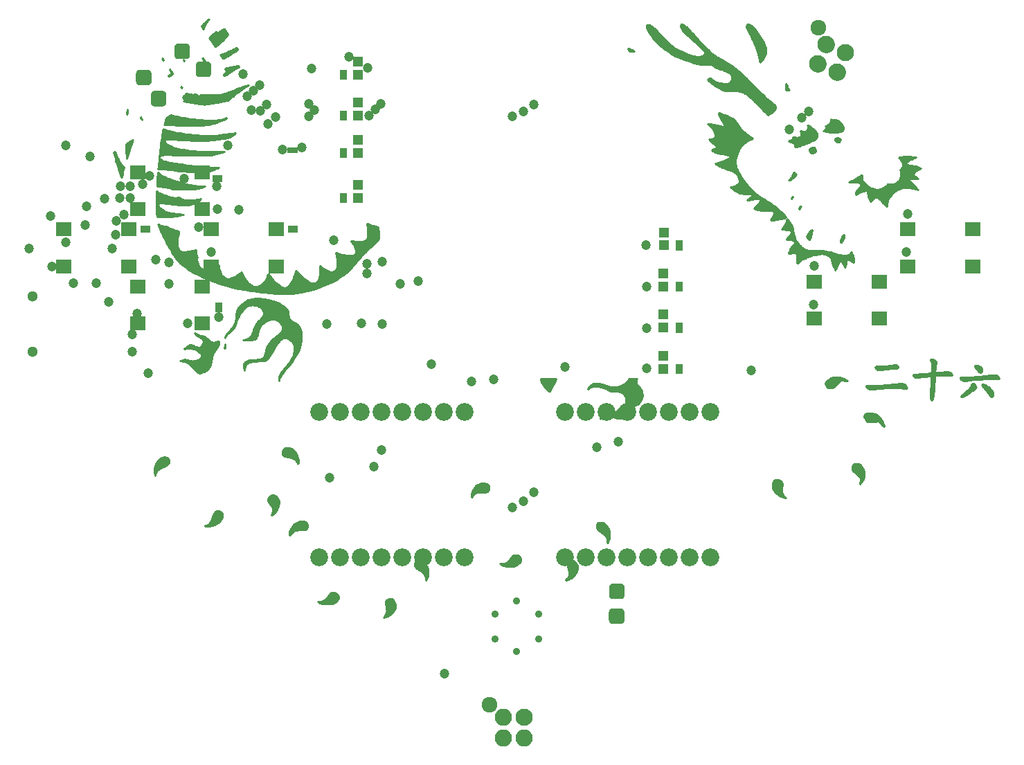
<source format=gts>
G04 #@! TF.GenerationSoftware,KiCad,Pcbnew,(5.0.0-rc2-dev-321-g78161b592)*
G04 #@! TF.CreationDate,2018-06-20T02:06:48-06:00*
G04 #@! TF.ProjectId,dragon,647261676F6E2E6B696361645F706362,1.0*
G04 #@! TF.SameCoordinates,Original*
G04 #@! TF.FileFunction,Soldermask,Top*
G04 #@! TF.FilePolarity,Negative*
%FSLAX46Y46*%
G04 Gerber Fmt 4.6, Leading zero omitted, Abs format (unit mm)*
G04 Created by KiCad (PCBNEW (5.0.0-rc2-dev-321-g78161b592)) date 06/20/18 02:06:48*
%MOMM*%
%LPD*%
G01*
G04 APERTURE LIST*
%ADD10C,0.900000*%
%ADD11C,1.924000*%
%ADD12C,2.100000*%
%ADD13C,2.100000*%
%ADD14O,2.100000X2.100000*%
%ADD15R,1.950000X1.700000*%
%ADD16C,2.178000*%
%ADD17R,0.700000X0.750000*%
%ADD18R,1.200000X1.200000*%
%ADD19R,0.830000X0.680000*%
%ADD20R,0.680000X0.830000*%
%ADD21C,1.300000*%
%ADD22C,0.100000*%
%ADD23C,1.900000*%
%ADD24C,1.200000*%
%ADD25C,0.254000*%
G04 APERTURE END LIST*
D10*
X144084679Y-132750000D03*
X144084679Y-135850000D03*
X141400000Y-137400000D03*
X138715321Y-135850000D03*
X138715321Y-132750000D03*
X141400000Y-131200000D03*
D11*
X178312327Y-61110099D03*
D12*
X181565270Y-64127187D03*
X180572813Y-66465270D03*
D13*
X180572813Y-66465270D02*
X180572813Y-66465270D01*
D12*
X179227187Y-63134730D03*
D13*
X179227187Y-63134730D02*
X179227187Y-63134730D01*
D12*
X178234730Y-65472813D03*
D13*
X178234730Y-65472813D02*
X178234730Y-65472813D01*
D11*
X138096780Y-143919831D03*
D12*
X142270000Y-145426051D03*
D14*
X142270000Y-147966051D03*
X139730000Y-145426051D03*
X139730000Y-147966051D03*
D15*
X104025000Y-85750000D03*
X111975000Y-85750000D03*
X104025000Y-90250000D03*
X111975000Y-90250000D03*
X95025000Y-78750000D03*
X102975000Y-78750000D03*
X95025000Y-83250000D03*
X102975000Y-83250000D03*
X95025000Y-92750000D03*
X102975000Y-92750000D03*
X95025000Y-97250000D03*
X102975000Y-97250000D03*
X86025000Y-85750000D03*
X93975000Y-85750000D03*
X86025000Y-90250000D03*
X93975000Y-90250000D03*
X177825000Y-92150000D03*
X185775000Y-92150000D03*
X177825000Y-96650000D03*
X185775000Y-96650000D03*
X189225000Y-85750000D03*
X197175000Y-85750000D03*
X189225000Y-90250000D03*
X197175000Y-90250000D03*
D16*
X117270000Y-108070000D03*
X119810000Y-108070000D03*
X122350000Y-108070000D03*
X124890000Y-108070000D03*
X127430000Y-108070000D03*
X129970000Y-108070000D03*
X132510000Y-108070000D03*
X135050000Y-108070000D03*
X117270000Y-125850000D03*
X119810000Y-125850000D03*
X122350000Y-125850000D03*
X124890000Y-125850000D03*
X127430000Y-125850000D03*
X129970000Y-125850000D03*
X132510000Y-125850000D03*
X135050000Y-125850000D03*
X147270000Y-108070000D03*
X149810000Y-108070000D03*
X152350000Y-108070000D03*
X154890000Y-108070000D03*
X157430000Y-108070000D03*
X159970000Y-108070000D03*
X162510000Y-108070000D03*
X165050000Y-108070000D03*
X147270000Y-125850000D03*
X149810000Y-125850000D03*
X152350000Y-125850000D03*
X154890000Y-125850000D03*
X157430000Y-125850000D03*
X159970000Y-125850000D03*
X162510000Y-125850000D03*
X165050000Y-125850000D03*
D17*
X113720000Y-76050000D03*
X114280000Y-76050000D03*
D18*
X159350000Y-102799999D03*
X159350000Y-101199999D03*
X159350000Y-96166666D03*
X159350000Y-97766666D03*
X159350000Y-91133333D03*
X159350000Y-92733333D03*
X159375000Y-87700000D03*
X159375000Y-86100000D03*
X122000000Y-81899995D03*
X122000000Y-80299995D03*
X122000000Y-74817497D03*
X122000000Y-76417497D03*
X122000000Y-70249999D03*
X122000000Y-71849999D03*
X122000000Y-65225000D03*
X122000000Y-66825000D03*
D19*
X161250000Y-103060000D03*
X161250000Y-102540000D03*
X161250000Y-97515000D03*
X161250000Y-98035000D03*
X161250000Y-93010000D03*
X161250000Y-92490000D03*
X161250000Y-87440000D03*
X161250000Y-87960000D03*
X120250000Y-82160000D03*
X120250000Y-81640000D03*
X120250000Y-76165000D03*
X120250000Y-76685000D03*
X120250000Y-71590000D03*
X120250000Y-72110000D03*
X120250000Y-67085000D03*
X120250000Y-66565000D03*
D20*
X105085000Y-79500000D03*
X104565000Y-79500000D03*
D19*
X104975000Y-94990000D03*
X104975000Y-95510000D03*
D20*
X96285000Y-85725000D03*
X95765000Y-85725000D03*
X113765000Y-85750000D03*
X114285000Y-85750000D03*
D21*
X82200000Y-93900000D03*
X82200000Y-100700000D03*
D22*
G36*
X154161558Y-129052287D02*
X154207668Y-129059127D01*
X154252885Y-129070453D01*
X154296775Y-129086157D01*
X154338913Y-129106087D01*
X154378896Y-129130052D01*
X154416337Y-129157820D01*
X154450876Y-129189124D01*
X154482180Y-129223663D01*
X154509948Y-129261104D01*
X154533913Y-129301087D01*
X154553843Y-129343225D01*
X154569547Y-129387115D01*
X154580873Y-129432332D01*
X154587713Y-129478442D01*
X154590000Y-129525000D01*
X154590000Y-130475000D01*
X154587713Y-130521558D01*
X154580873Y-130567668D01*
X154569547Y-130612885D01*
X154553843Y-130656775D01*
X154533913Y-130698913D01*
X154509948Y-130738896D01*
X154482180Y-130776337D01*
X154450876Y-130810876D01*
X154416337Y-130842180D01*
X154378896Y-130869948D01*
X154338913Y-130893913D01*
X154296775Y-130913843D01*
X154252885Y-130929547D01*
X154207668Y-130940873D01*
X154161558Y-130947713D01*
X154115000Y-130950000D01*
X153165000Y-130950000D01*
X153118442Y-130947713D01*
X153072332Y-130940873D01*
X153027115Y-130929547D01*
X152983225Y-130913843D01*
X152941087Y-130893913D01*
X152901104Y-130869948D01*
X152863663Y-130842180D01*
X152829124Y-130810876D01*
X152797820Y-130776337D01*
X152770052Y-130738896D01*
X152746087Y-130698913D01*
X152726157Y-130656775D01*
X152710453Y-130612885D01*
X152699127Y-130567668D01*
X152692287Y-130521558D01*
X152690000Y-130475000D01*
X152690000Y-129525000D01*
X152692287Y-129478442D01*
X152699127Y-129432332D01*
X152710453Y-129387115D01*
X152726157Y-129343225D01*
X152746087Y-129301087D01*
X152770052Y-129261104D01*
X152797820Y-129223663D01*
X152829124Y-129189124D01*
X152863663Y-129157820D01*
X152901104Y-129130052D01*
X152941087Y-129106087D01*
X152983225Y-129086157D01*
X153027115Y-129070453D01*
X153072332Y-129059127D01*
X153118442Y-129052287D01*
X153165000Y-129050000D01*
X154115000Y-129050000D01*
X154161558Y-129052287D01*
X154161558Y-129052287D01*
G37*
D23*
X153640000Y-130000000D03*
D22*
G36*
X96321558Y-66202287D02*
X96367668Y-66209127D01*
X96412885Y-66220453D01*
X96456775Y-66236157D01*
X96498913Y-66256087D01*
X96538896Y-66280052D01*
X96576337Y-66307820D01*
X96610876Y-66339124D01*
X96642180Y-66373663D01*
X96669948Y-66411104D01*
X96693913Y-66451087D01*
X96713843Y-66493225D01*
X96729547Y-66537115D01*
X96740873Y-66582332D01*
X96747713Y-66628442D01*
X96750000Y-66675000D01*
X96750000Y-67625000D01*
X96747713Y-67671558D01*
X96740873Y-67717668D01*
X96729547Y-67762885D01*
X96713843Y-67806775D01*
X96693913Y-67848913D01*
X96669948Y-67888896D01*
X96642180Y-67926337D01*
X96610876Y-67960876D01*
X96576337Y-67992180D01*
X96538896Y-68019948D01*
X96498913Y-68043913D01*
X96456775Y-68063843D01*
X96412885Y-68079547D01*
X96367668Y-68090873D01*
X96321558Y-68097713D01*
X96275000Y-68100000D01*
X95325000Y-68100000D01*
X95278442Y-68097713D01*
X95232332Y-68090873D01*
X95187115Y-68079547D01*
X95143225Y-68063843D01*
X95101087Y-68043913D01*
X95061104Y-68019948D01*
X95023663Y-67992180D01*
X94989124Y-67960876D01*
X94957820Y-67926337D01*
X94930052Y-67888896D01*
X94906087Y-67848913D01*
X94886157Y-67806775D01*
X94870453Y-67762885D01*
X94859127Y-67717668D01*
X94852287Y-67671558D01*
X94850000Y-67625000D01*
X94850000Y-66675000D01*
X94852287Y-66628442D01*
X94859127Y-66582332D01*
X94870453Y-66537115D01*
X94886157Y-66493225D01*
X94906087Y-66451087D01*
X94930052Y-66411104D01*
X94957820Y-66373663D01*
X94989124Y-66339124D01*
X95023663Y-66307820D01*
X95061104Y-66280052D01*
X95101087Y-66256087D01*
X95143225Y-66236157D01*
X95187115Y-66220453D01*
X95232332Y-66209127D01*
X95278442Y-66202287D01*
X95325000Y-66200000D01*
X96275000Y-66200000D01*
X96321558Y-66202287D01*
X96321558Y-66202287D01*
G37*
D23*
X95800000Y-67150000D03*
D22*
G36*
X98138226Y-68802287D02*
X98184336Y-68809127D01*
X98229553Y-68820453D01*
X98273443Y-68836157D01*
X98315581Y-68856087D01*
X98355564Y-68880052D01*
X98393005Y-68907820D01*
X98427544Y-68939124D01*
X98458848Y-68973663D01*
X98486616Y-69011104D01*
X98510581Y-69051087D01*
X98530511Y-69093225D01*
X98546215Y-69137115D01*
X98557541Y-69182332D01*
X98564381Y-69228442D01*
X98566668Y-69275000D01*
X98566668Y-70225000D01*
X98564381Y-70271558D01*
X98557541Y-70317668D01*
X98546215Y-70362885D01*
X98530511Y-70406775D01*
X98510581Y-70448913D01*
X98486616Y-70488896D01*
X98458848Y-70526337D01*
X98427544Y-70560876D01*
X98393005Y-70592180D01*
X98355564Y-70619948D01*
X98315581Y-70643913D01*
X98273443Y-70663843D01*
X98229553Y-70679547D01*
X98184336Y-70690873D01*
X98138226Y-70697713D01*
X98091668Y-70700000D01*
X97141668Y-70700000D01*
X97095110Y-70697713D01*
X97049000Y-70690873D01*
X97003783Y-70679547D01*
X96959893Y-70663843D01*
X96917755Y-70643913D01*
X96877772Y-70619948D01*
X96840331Y-70592180D01*
X96805792Y-70560876D01*
X96774488Y-70526337D01*
X96746720Y-70488896D01*
X96722755Y-70448913D01*
X96702825Y-70406775D01*
X96687121Y-70362885D01*
X96675795Y-70317668D01*
X96668955Y-70271558D01*
X96666668Y-70225000D01*
X96666668Y-69275000D01*
X96668955Y-69228442D01*
X96675795Y-69182332D01*
X96687121Y-69137115D01*
X96702825Y-69093225D01*
X96722755Y-69051087D01*
X96746720Y-69011104D01*
X96774488Y-68973663D01*
X96805792Y-68939124D01*
X96840331Y-68907820D01*
X96877772Y-68880052D01*
X96917755Y-68856087D01*
X96959893Y-68836157D01*
X97003783Y-68820453D01*
X97049000Y-68809127D01*
X97095110Y-68802287D01*
X97141668Y-68800000D01*
X98091668Y-68800000D01*
X98138226Y-68802287D01*
X98138226Y-68802287D01*
G37*
D23*
X97616668Y-69750000D03*
D22*
G36*
X154151558Y-132092287D02*
X154197668Y-132099127D01*
X154242885Y-132110453D01*
X154286775Y-132126157D01*
X154328913Y-132146087D01*
X154368896Y-132170052D01*
X154406337Y-132197820D01*
X154440876Y-132229124D01*
X154472180Y-132263663D01*
X154499948Y-132301104D01*
X154523913Y-132341087D01*
X154543843Y-132383225D01*
X154559547Y-132427115D01*
X154570873Y-132472332D01*
X154577713Y-132518442D01*
X154580000Y-132565000D01*
X154580000Y-133515000D01*
X154577713Y-133561558D01*
X154570873Y-133607668D01*
X154559547Y-133652885D01*
X154543843Y-133696775D01*
X154523913Y-133738913D01*
X154499948Y-133778896D01*
X154472180Y-133816337D01*
X154440876Y-133850876D01*
X154406337Y-133882180D01*
X154368896Y-133909948D01*
X154328913Y-133933913D01*
X154286775Y-133953843D01*
X154242885Y-133969547D01*
X154197668Y-133980873D01*
X154151558Y-133987713D01*
X154105000Y-133990000D01*
X153155000Y-133990000D01*
X153108442Y-133987713D01*
X153062332Y-133980873D01*
X153017115Y-133969547D01*
X152973225Y-133953843D01*
X152931087Y-133933913D01*
X152891104Y-133909948D01*
X152853663Y-133882180D01*
X152819124Y-133850876D01*
X152787820Y-133816337D01*
X152760052Y-133778896D01*
X152736087Y-133738913D01*
X152716157Y-133696775D01*
X152700453Y-133652885D01*
X152689127Y-133607668D01*
X152682287Y-133561558D01*
X152680000Y-133515000D01*
X152680000Y-132565000D01*
X152682287Y-132518442D01*
X152689127Y-132472332D01*
X152700453Y-132427115D01*
X152716157Y-132383225D01*
X152736087Y-132341087D01*
X152760052Y-132301104D01*
X152787820Y-132263663D01*
X152819124Y-132229124D01*
X152853663Y-132197820D01*
X152891104Y-132170052D01*
X152931087Y-132146087D01*
X152973225Y-132126157D01*
X153017115Y-132110453D01*
X153062332Y-132099127D01*
X153108442Y-132092287D01*
X153155000Y-132090000D01*
X154105000Y-132090000D01*
X154151558Y-132092287D01*
X154151558Y-132092287D01*
G37*
D23*
X153630000Y-133040000D03*
D22*
G36*
X103621558Y-65202287D02*
X103667668Y-65209127D01*
X103712885Y-65220453D01*
X103756775Y-65236157D01*
X103798913Y-65256087D01*
X103838896Y-65280052D01*
X103876337Y-65307820D01*
X103910876Y-65339124D01*
X103942180Y-65373663D01*
X103969948Y-65411104D01*
X103993913Y-65451087D01*
X104013843Y-65493225D01*
X104029547Y-65537115D01*
X104040873Y-65582332D01*
X104047713Y-65628442D01*
X104050000Y-65675000D01*
X104050000Y-66625000D01*
X104047713Y-66671558D01*
X104040873Y-66717668D01*
X104029547Y-66762885D01*
X104013843Y-66806775D01*
X103993913Y-66848913D01*
X103969948Y-66888896D01*
X103942180Y-66926337D01*
X103910876Y-66960876D01*
X103876337Y-66992180D01*
X103838896Y-67019948D01*
X103798913Y-67043913D01*
X103756775Y-67063843D01*
X103712885Y-67079547D01*
X103667668Y-67090873D01*
X103621558Y-67097713D01*
X103575000Y-67100000D01*
X102625000Y-67100000D01*
X102578442Y-67097713D01*
X102532332Y-67090873D01*
X102487115Y-67079547D01*
X102443225Y-67063843D01*
X102401087Y-67043913D01*
X102361104Y-67019948D01*
X102323663Y-66992180D01*
X102289124Y-66960876D01*
X102257820Y-66926337D01*
X102230052Y-66888896D01*
X102206087Y-66848913D01*
X102186157Y-66806775D01*
X102170453Y-66762885D01*
X102159127Y-66717668D01*
X102152287Y-66671558D01*
X102150000Y-66625000D01*
X102150000Y-65675000D01*
X102152287Y-65628442D01*
X102159127Y-65582332D01*
X102170453Y-65537115D01*
X102186157Y-65493225D01*
X102206087Y-65451087D01*
X102230052Y-65411104D01*
X102257820Y-65373663D01*
X102289124Y-65339124D01*
X102323663Y-65307820D01*
X102361104Y-65280052D01*
X102401087Y-65256087D01*
X102443225Y-65236157D01*
X102487115Y-65220453D01*
X102532332Y-65209127D01*
X102578442Y-65202287D01*
X102625000Y-65200000D01*
X103575000Y-65200000D01*
X103621558Y-65202287D01*
X103621558Y-65202287D01*
G37*
D23*
X103100000Y-66150000D03*
D22*
G36*
X101021558Y-63002287D02*
X101067668Y-63009127D01*
X101112885Y-63020453D01*
X101156775Y-63036157D01*
X101198913Y-63056087D01*
X101238896Y-63080052D01*
X101276337Y-63107820D01*
X101310876Y-63139124D01*
X101342180Y-63173663D01*
X101369948Y-63211104D01*
X101393913Y-63251087D01*
X101413843Y-63293225D01*
X101429547Y-63337115D01*
X101440873Y-63382332D01*
X101447713Y-63428442D01*
X101450000Y-63475000D01*
X101450000Y-64425000D01*
X101447713Y-64471558D01*
X101440873Y-64517668D01*
X101429547Y-64562885D01*
X101413843Y-64606775D01*
X101393913Y-64648913D01*
X101369948Y-64688896D01*
X101342180Y-64726337D01*
X101310876Y-64760876D01*
X101276337Y-64792180D01*
X101238896Y-64819948D01*
X101198913Y-64843913D01*
X101156775Y-64863843D01*
X101112885Y-64879547D01*
X101067668Y-64890873D01*
X101021558Y-64897713D01*
X100975000Y-64900000D01*
X100025000Y-64900000D01*
X99978442Y-64897713D01*
X99932332Y-64890873D01*
X99887115Y-64879547D01*
X99843225Y-64863843D01*
X99801087Y-64843913D01*
X99761104Y-64819948D01*
X99723663Y-64792180D01*
X99689124Y-64760876D01*
X99657820Y-64726337D01*
X99630052Y-64688896D01*
X99606087Y-64648913D01*
X99586157Y-64606775D01*
X99570453Y-64562885D01*
X99559127Y-64517668D01*
X99552287Y-64471558D01*
X99550000Y-64425000D01*
X99550000Y-63475000D01*
X99552287Y-63428442D01*
X99559127Y-63382332D01*
X99570453Y-63337115D01*
X99586157Y-63293225D01*
X99606087Y-63251087D01*
X99630052Y-63211104D01*
X99657820Y-63173663D01*
X99689124Y-63139124D01*
X99723663Y-63107820D01*
X99761104Y-63080052D01*
X99801087Y-63056087D01*
X99843225Y-63036157D01*
X99887115Y-63020453D01*
X99932332Y-63009127D01*
X99978442Y-63002287D01*
X100025000Y-63000000D01*
X100975000Y-63000000D01*
X101021558Y-63002287D01*
X101021558Y-63002287D01*
G37*
D23*
X100500000Y-63950000D03*
D24*
X123050000Y-89930000D03*
X124990000Y-89730000D03*
X122430000Y-97250000D03*
X124950000Y-97270000D03*
X118480000Y-116140000D03*
X94400000Y-100710000D03*
X116290000Y-66050000D03*
X99400000Y-80420000D03*
X100020000Y-82360000D03*
X91000000Y-81970000D03*
X92470000Y-84700000D03*
X92330000Y-86390000D03*
X93350000Y-83940000D03*
X123200000Y-66000000D03*
X95000000Y-96000000D03*
X94400000Y-98600000D03*
X89970000Y-92310000D03*
X87150000Y-92280000D03*
X98900000Y-92400000D03*
X98900000Y-89800000D03*
X131000000Y-102220000D03*
X127180000Y-92420000D03*
X123070000Y-91090000D03*
X174700000Y-73500000D03*
X132600000Y-140100000D03*
X86275000Y-87350000D03*
X115100000Y-75750000D03*
X88650000Y-85175000D03*
X101900000Y-89200000D03*
X98500000Y-85900000D03*
X101125000Y-97250000D03*
X91475000Y-94575000D03*
X91900000Y-88100000D03*
X129390000Y-92080000D03*
X143500000Y-117900000D03*
X143500000Y-70500000D03*
X94140000Y-81880000D03*
X94120000Y-80430000D03*
X92890000Y-81890000D03*
X92910000Y-80470000D03*
X135900000Y-104375000D03*
X177100000Y-71300000D03*
X176300000Y-72100000D03*
X111875000Y-72000000D03*
X106075000Y-75450000D03*
X104775000Y-83250000D03*
X138600000Y-104050000D03*
X107950000Y-66725000D03*
X84575000Y-90250000D03*
X177700000Y-94900000D03*
X189050000Y-88500000D03*
X104000000Y-88500000D03*
X86283521Y-75427502D03*
X84400000Y-84100000D03*
X107400000Y-83300000D03*
X110975000Y-72825000D03*
X104975000Y-96475000D03*
X118200000Y-97300000D03*
X119050000Y-87100000D03*
X112800000Y-76000000D03*
X81800000Y-88100000D03*
X110775000Y-70450000D03*
X110050000Y-71200000D03*
X108975000Y-71175000D03*
X124825000Y-70425000D03*
X109950000Y-68075000D03*
X89200000Y-76825000D03*
X96325000Y-103325000D03*
X147270000Y-102600000D03*
X142250000Y-119000000D03*
X142250000Y-71325000D03*
X124075000Y-71100000D03*
X109225000Y-68775000D03*
X140900000Y-119750000D03*
X140900000Y-71950000D03*
X123375000Y-71825000D03*
X108475000Y-69450000D03*
X104740000Y-80450000D03*
X95700000Y-80200000D03*
X100700000Y-79500000D03*
X97300000Y-89400000D03*
X96500000Y-79175000D03*
X102475000Y-85500000D03*
X170100000Y-103025000D03*
X157300000Y-102725000D03*
X157275000Y-97800000D03*
X157275000Y-92725000D03*
X157250000Y-87700000D03*
X116000000Y-71950000D03*
X116625000Y-71150000D03*
X115975000Y-70375000D03*
X120900000Y-64600000D03*
X153800000Y-111700000D03*
X124900000Y-112700000D03*
X151200000Y-112400000D03*
X123975000Y-114750000D03*
X88800000Y-82900000D03*
X177800000Y-90200000D03*
X189250000Y-83850000D03*
D25*
G36*
X126077869Y-130939458D02*
X126171808Y-130966691D01*
X126236872Y-131006783D01*
X126294163Y-131062099D01*
X126353717Y-131146073D01*
X126420786Y-131270798D01*
X126424592Y-131278680D01*
X126487234Y-131424200D01*
X126524487Y-131549565D01*
X126543361Y-131678471D01*
X126547544Y-131814070D01*
X126526966Y-132014682D01*
X126470326Y-132207927D01*
X126378179Y-132395142D01*
X126251472Y-132573492D01*
X126091316Y-132739836D01*
X125896302Y-132893015D01*
X125874076Y-132907937D01*
X125641325Y-133038362D01*
X125388059Y-133138634D01*
X125117724Y-133207917D01*
X125112882Y-133208596D01*
X125187135Y-133133027D01*
X125196198Y-133122749D01*
X125312846Y-132975109D01*
X125323553Y-132959226D01*
X125407995Y-132810952D01*
X125417580Y-132789848D01*
X125471599Y-132634638D01*
X125477238Y-132611816D01*
X125502620Y-132443367D01*
X125504034Y-132423451D01*
X125502564Y-132235462D01*
X125501601Y-132220814D01*
X125475063Y-132006981D01*
X125473785Y-131998847D01*
X125445583Y-131850865D01*
X125406802Y-131633985D01*
X125389950Y-131457594D01*
X125393486Y-131317667D01*
X125414789Y-131212015D01*
X125450433Y-131134825D01*
X125502617Y-131073499D01*
X125589451Y-131016871D01*
X125702228Y-130971928D01*
X125831064Y-130942262D01*
X125961349Y-130931103D01*
X126077869Y-130939458D01*
X126077869Y-130939458D01*
G37*
X126077869Y-130939458D02*
X126171808Y-130966691D01*
X126236872Y-131006783D01*
X126294163Y-131062099D01*
X126353717Y-131146073D01*
X126420786Y-131270798D01*
X126424592Y-131278680D01*
X126487234Y-131424200D01*
X126524487Y-131549565D01*
X126543361Y-131678471D01*
X126547544Y-131814070D01*
X126526966Y-132014682D01*
X126470326Y-132207927D01*
X126378179Y-132395142D01*
X126251472Y-132573492D01*
X126091316Y-132739836D01*
X125896302Y-132893015D01*
X125874076Y-132907937D01*
X125641325Y-133038362D01*
X125388059Y-133138634D01*
X125117724Y-133207917D01*
X125112882Y-133208596D01*
X125187135Y-133133027D01*
X125196198Y-133122749D01*
X125312846Y-132975109D01*
X125323553Y-132959226D01*
X125407995Y-132810952D01*
X125417580Y-132789848D01*
X125471599Y-132634638D01*
X125477238Y-132611816D01*
X125502620Y-132443367D01*
X125504034Y-132423451D01*
X125502564Y-132235462D01*
X125501601Y-132220814D01*
X125475063Y-132006981D01*
X125473785Y-131998847D01*
X125445583Y-131850865D01*
X125406802Y-131633985D01*
X125389950Y-131457594D01*
X125393486Y-131317667D01*
X125414789Y-131212015D01*
X125450433Y-131134825D01*
X125502617Y-131073499D01*
X125589451Y-131016871D01*
X125702228Y-130971928D01*
X125831064Y-130942262D01*
X125961349Y-130931103D01*
X126077869Y-130939458D01*
G36*
X119090312Y-130185425D02*
X119241198Y-130238444D01*
X119295741Y-130264068D01*
X119412397Y-130332357D01*
X119491787Y-130400230D01*
X119554116Y-130483112D01*
X119558477Y-130490661D01*
X119600501Y-130600905D01*
X119611713Y-130716503D01*
X119593724Y-130841970D01*
X119545302Y-130972060D01*
X119463647Y-131104556D01*
X119447323Y-131125334D01*
X119339546Y-131233836D01*
X119203297Y-131335086D01*
X119047993Y-131423255D01*
X118887240Y-131490288D01*
X118756169Y-131525575D01*
X118683132Y-131535191D01*
X118571551Y-131543222D01*
X118435417Y-131548702D01*
X118286204Y-131551377D01*
X118134689Y-131551138D01*
X117991448Y-131547928D01*
X117867433Y-131541769D01*
X117772255Y-131532745D01*
X117768222Y-131532182D01*
X117607950Y-131502970D01*
X117478256Y-131465327D01*
X117357197Y-131412837D01*
X117241156Y-131347537D01*
X117132315Y-131279475D01*
X117070328Y-131239067D01*
X117193853Y-131247247D01*
X117198315Y-131247464D01*
X117339003Y-131251820D01*
X117346696Y-131251825D01*
X117459882Y-131248470D01*
X117471762Y-131247559D01*
X117564587Y-131236038D01*
X117580099Y-131233124D01*
X117659702Y-131212981D01*
X117674162Y-131208388D01*
X117734292Y-131185247D01*
X117754292Y-131175458D01*
X117846974Y-131119531D01*
X117863518Y-131107639D01*
X117972153Y-131015478D01*
X117981165Y-131007045D01*
X118103672Y-130880715D01*
X118109380Y-130874422D01*
X118243676Y-130715988D01*
X118246855Y-130712083D01*
X118321232Y-130616934D01*
X118441068Y-130465469D01*
X118541577Y-130351019D01*
X118626244Y-130268936D01*
X118698118Y-130214295D01*
X118743013Y-130189617D01*
X118837498Y-130163315D01*
X118953737Y-130161108D01*
X119090312Y-130185425D01*
X119090312Y-130185425D01*
G37*
X119090312Y-130185425D02*
X119241198Y-130238444D01*
X119295741Y-130264068D01*
X119412397Y-130332357D01*
X119491787Y-130400230D01*
X119554116Y-130483112D01*
X119558477Y-130490661D01*
X119600501Y-130600905D01*
X119611713Y-130716503D01*
X119593724Y-130841970D01*
X119545302Y-130972060D01*
X119463647Y-131104556D01*
X119447323Y-131125334D01*
X119339546Y-131233836D01*
X119203297Y-131335086D01*
X119047993Y-131423255D01*
X118887240Y-131490288D01*
X118756169Y-131525575D01*
X118683132Y-131535191D01*
X118571551Y-131543222D01*
X118435417Y-131548702D01*
X118286204Y-131551377D01*
X118134689Y-131551138D01*
X117991448Y-131547928D01*
X117867433Y-131541769D01*
X117772255Y-131532745D01*
X117768222Y-131532182D01*
X117607950Y-131502970D01*
X117478256Y-131465327D01*
X117357197Y-131412837D01*
X117241156Y-131347537D01*
X117132315Y-131279475D01*
X117070328Y-131239067D01*
X117193853Y-131247247D01*
X117198315Y-131247464D01*
X117339003Y-131251820D01*
X117346696Y-131251825D01*
X117459882Y-131248470D01*
X117471762Y-131247559D01*
X117564587Y-131236038D01*
X117580099Y-131233124D01*
X117659702Y-131212981D01*
X117674162Y-131208388D01*
X117734292Y-131185247D01*
X117754292Y-131175458D01*
X117846974Y-131119531D01*
X117863518Y-131107639D01*
X117972153Y-131015478D01*
X117981165Y-131007045D01*
X118103672Y-130880715D01*
X118109380Y-130874422D01*
X118243676Y-130715988D01*
X118246855Y-130712083D01*
X118321232Y-130616934D01*
X118441068Y-130465469D01*
X118541577Y-130351019D01*
X118626244Y-130268936D01*
X118698118Y-130214295D01*
X118743013Y-130189617D01*
X118837498Y-130163315D01*
X118953737Y-130161108D01*
X119090312Y-130185425D01*
G36*
X129498193Y-126237189D02*
X129664530Y-126280720D01*
X129860300Y-126369361D01*
X130035678Y-126489096D01*
X130192018Y-126639229D01*
X130325801Y-126816741D01*
X130435074Y-127021432D01*
X130461655Y-127086135D01*
X130511290Y-127228804D01*
X130543241Y-127355487D01*
X130561527Y-127484864D01*
X130568954Y-127637042D01*
X130569232Y-127708762D01*
X130556364Y-127926381D01*
X130519652Y-128124396D01*
X130456164Y-128316236D01*
X130361869Y-128512857D01*
X130297840Y-128617178D01*
X130298661Y-128554750D01*
X130297876Y-128538888D01*
X130274309Y-128329337D01*
X130270435Y-128309407D01*
X130218775Y-128124210D01*
X130210494Y-128102460D01*
X130129352Y-127936830D01*
X130117266Y-127916990D01*
X130005251Y-127766139D01*
X129997756Y-127756970D01*
X129982446Y-127739931D01*
X129979772Y-127737047D01*
X129939857Y-127695300D01*
X129934858Y-127690354D01*
X129891724Y-127649973D01*
X129886107Y-127645017D01*
X129834939Y-127602488D01*
X129830146Y-127598695D01*
X129766131Y-127550501D01*
X129762745Y-127548038D01*
X129681067Y-127490665D01*
X129678957Y-127489214D01*
X129574801Y-127419145D01*
X129573600Y-127418348D01*
X129442152Y-127332070D01*
X129441581Y-127331697D01*
X129317526Y-127251221D01*
X129184645Y-127161644D01*
X129089880Y-127088245D01*
X129027565Y-127026729D01*
X128989012Y-126971592D01*
X128963725Y-126911684D01*
X128945464Y-126831671D01*
X128942043Y-126808390D01*
X128938922Y-126715443D01*
X128949563Y-126605688D01*
X128971531Y-126497483D01*
X129001069Y-126410522D01*
X129059792Y-126328815D01*
X129134102Y-126273645D01*
X129231632Y-126237698D01*
X129353705Y-126224174D01*
X129498193Y-126237189D01*
X129498193Y-126237189D01*
G37*
X129498193Y-126237189D02*
X129664530Y-126280720D01*
X129860300Y-126369361D01*
X130035678Y-126489096D01*
X130192018Y-126639229D01*
X130325801Y-126816741D01*
X130435074Y-127021432D01*
X130461655Y-127086135D01*
X130511290Y-127228804D01*
X130543241Y-127355487D01*
X130561527Y-127484864D01*
X130568954Y-127637042D01*
X130569232Y-127708762D01*
X130556364Y-127926381D01*
X130519652Y-128124396D01*
X130456164Y-128316236D01*
X130361869Y-128512857D01*
X130297840Y-128617178D01*
X130298661Y-128554750D01*
X130297876Y-128538888D01*
X130274309Y-128329337D01*
X130270435Y-128309407D01*
X130218775Y-128124210D01*
X130210494Y-128102460D01*
X130129352Y-127936830D01*
X130117266Y-127916990D01*
X130005251Y-127766139D01*
X129997756Y-127756970D01*
X129982446Y-127739931D01*
X129979772Y-127737047D01*
X129939857Y-127695300D01*
X129934858Y-127690354D01*
X129891724Y-127649973D01*
X129886107Y-127645017D01*
X129834939Y-127602488D01*
X129830146Y-127598695D01*
X129766131Y-127550501D01*
X129762745Y-127548038D01*
X129681067Y-127490665D01*
X129678957Y-127489214D01*
X129574801Y-127419145D01*
X129573600Y-127418348D01*
X129442152Y-127332070D01*
X129441581Y-127331697D01*
X129317526Y-127251221D01*
X129184645Y-127161644D01*
X129089880Y-127088245D01*
X129027565Y-127026729D01*
X128989012Y-126971592D01*
X128963725Y-126911684D01*
X128945464Y-126831671D01*
X128942043Y-126808390D01*
X128938922Y-126715443D01*
X128949563Y-126605688D01*
X128971531Y-126497483D01*
X129001069Y-126410522D01*
X129059792Y-126328815D01*
X129134102Y-126273645D01*
X129231632Y-126237698D01*
X129353705Y-126224174D01*
X129498193Y-126237189D01*
G36*
X148370182Y-126314094D02*
X148433172Y-126341534D01*
X148511846Y-126400969D01*
X148564382Y-126452000D01*
X148681047Y-126591746D01*
X148758952Y-126728675D01*
X148806424Y-126875983D01*
X148827933Y-127050442D01*
X148829153Y-127105108D01*
X148810525Y-127310197D01*
X148756639Y-127511835D01*
X148669287Y-127710305D01*
X148551167Y-127900669D01*
X148405340Y-128078002D01*
X148235147Y-128237488D01*
X148044047Y-128374543D01*
X147831976Y-128486699D01*
X147809972Y-128496182D01*
X147744326Y-128519763D01*
X147655977Y-128545441D01*
X147551459Y-128571691D01*
X147439276Y-128596667D01*
X147358386Y-128612668D01*
X147381728Y-128589509D01*
X147382432Y-128588805D01*
X147504831Y-128465442D01*
X147508588Y-128461489D01*
X147602273Y-128358584D01*
X147609051Y-128350487D01*
X147677677Y-128261212D01*
X147687200Y-128246917D01*
X147734422Y-128164444D01*
X147743807Y-128144065D01*
X147773279Y-128061568D01*
X147778842Y-128040381D01*
X147794218Y-127951033D01*
X147795913Y-127935570D01*
X147800848Y-127832544D01*
X147800993Y-127826281D01*
X147800934Y-127786171D01*
X147800851Y-127781766D01*
X147797260Y-127682521D01*
X147796657Y-127673928D01*
X147786669Y-127578240D01*
X147785436Y-127569428D01*
X147767072Y-127465004D01*
X147765789Y-127458662D01*
X147737070Y-127333206D01*
X147736365Y-127330285D01*
X147715541Y-127248287D01*
X147669024Y-127048930D01*
X147643444Y-126888143D01*
X147637617Y-126761673D01*
X147649151Y-126665657D01*
X147675131Y-126592338D01*
X147718085Y-126527707D01*
X147742147Y-126502351D01*
X147802381Y-126458745D01*
X147895756Y-126411393D01*
X148010649Y-126366825D01*
X148131118Y-126331489D01*
X148242805Y-126310011D01*
X148302985Y-126305592D01*
X148370182Y-126314094D01*
X148370182Y-126314094D01*
G37*
X148370182Y-126314094D02*
X148433172Y-126341534D01*
X148511846Y-126400969D01*
X148564382Y-126452000D01*
X148681047Y-126591746D01*
X148758952Y-126728675D01*
X148806424Y-126875983D01*
X148827933Y-127050442D01*
X148829153Y-127105108D01*
X148810525Y-127310197D01*
X148756639Y-127511835D01*
X148669287Y-127710305D01*
X148551167Y-127900669D01*
X148405340Y-128078002D01*
X148235147Y-128237488D01*
X148044047Y-128374543D01*
X147831976Y-128486699D01*
X147809972Y-128496182D01*
X147744326Y-128519763D01*
X147655977Y-128545441D01*
X147551459Y-128571691D01*
X147439276Y-128596667D01*
X147358386Y-128612668D01*
X147381728Y-128589509D01*
X147382432Y-128588805D01*
X147504831Y-128465442D01*
X147508588Y-128461489D01*
X147602273Y-128358584D01*
X147609051Y-128350487D01*
X147677677Y-128261212D01*
X147687200Y-128246917D01*
X147734422Y-128164444D01*
X147743807Y-128144065D01*
X147773279Y-128061568D01*
X147778842Y-128040381D01*
X147794218Y-127951033D01*
X147795913Y-127935570D01*
X147800848Y-127832544D01*
X147800993Y-127826281D01*
X147800934Y-127786171D01*
X147800851Y-127781766D01*
X147797260Y-127682521D01*
X147796657Y-127673928D01*
X147786669Y-127578240D01*
X147785436Y-127569428D01*
X147767072Y-127465004D01*
X147765789Y-127458662D01*
X147737070Y-127333206D01*
X147736365Y-127330285D01*
X147715541Y-127248287D01*
X147669024Y-127048930D01*
X147643444Y-126888143D01*
X147637617Y-126761673D01*
X147649151Y-126665657D01*
X147675131Y-126592338D01*
X147718085Y-126527707D01*
X147742147Y-126502351D01*
X147802381Y-126458745D01*
X147895756Y-126411393D01*
X148010649Y-126366825D01*
X148131118Y-126331489D01*
X148242805Y-126310011D01*
X148302985Y-126305592D01*
X148370182Y-126314094D01*
G36*
X141457938Y-125578264D02*
X141539759Y-125590504D01*
X141596081Y-125611468D01*
X141649611Y-125647784D01*
X141717762Y-125713316D01*
X141723777Y-125719778D01*
X141817360Y-125842169D01*
X141871076Y-125959845D01*
X141895408Y-126092530D01*
X141896711Y-126133920D01*
X141892027Y-126220410D01*
X141877951Y-126285197D01*
X141851248Y-126344262D01*
X141802800Y-126413260D01*
X141723366Y-126501554D01*
X141663680Y-126561265D01*
X141506088Y-126699822D01*
X141349817Y-126805749D01*
X141187117Y-126883857D01*
X141010374Y-126937179D01*
X140811725Y-126967393D01*
X140584356Y-126975139D01*
X140321063Y-126960844D01*
X140302037Y-126959105D01*
X140094320Y-126934389D01*
X139920888Y-126900950D01*
X139768711Y-126855173D01*
X139624169Y-126792609D01*
X139473861Y-126707605D01*
X139373557Y-126640007D01*
X139392528Y-126640773D01*
X139397606Y-126640876D01*
X139541903Y-126640931D01*
X139547580Y-126640806D01*
X139677344Y-126635049D01*
X139685804Y-126634390D01*
X139788896Y-126622882D01*
X139798203Y-126621492D01*
X139819011Y-126617592D01*
X139830521Y-126614875D01*
X139978628Y-126572537D01*
X139998682Y-126564920D01*
X140131432Y-126501195D01*
X140151107Y-126489458D01*
X140274718Y-126399674D01*
X140289820Y-126386787D01*
X140410513Y-126266269D01*
X140420178Y-126255447D01*
X140544172Y-126099522D01*
X140547895Y-126094599D01*
X140570973Y-126062492D01*
X140688994Y-125908715D01*
X140798410Y-125792916D01*
X140908535Y-125704034D01*
X141032350Y-125630712D01*
X141090937Y-125602543D01*
X141130590Y-125587670D01*
X141168222Y-125579887D01*
X141225803Y-125575663D01*
X141318050Y-125574454D01*
X141334613Y-125574442D01*
X141457938Y-125578264D01*
X141457938Y-125578264D01*
G37*
X141457938Y-125578264D02*
X141539759Y-125590504D01*
X141596081Y-125611468D01*
X141649611Y-125647784D01*
X141717762Y-125713316D01*
X141723777Y-125719778D01*
X141817360Y-125842169D01*
X141871076Y-125959845D01*
X141895408Y-126092530D01*
X141896711Y-126133920D01*
X141892027Y-126220410D01*
X141877951Y-126285197D01*
X141851248Y-126344262D01*
X141802800Y-126413260D01*
X141723366Y-126501554D01*
X141663680Y-126561265D01*
X141506088Y-126699822D01*
X141349817Y-126805749D01*
X141187117Y-126883857D01*
X141010374Y-126937179D01*
X140811725Y-126967393D01*
X140584356Y-126975139D01*
X140321063Y-126960844D01*
X140302037Y-126959105D01*
X140094320Y-126934389D01*
X139920888Y-126900950D01*
X139768711Y-126855173D01*
X139624169Y-126792609D01*
X139473861Y-126707605D01*
X139373557Y-126640007D01*
X139392528Y-126640773D01*
X139397606Y-126640876D01*
X139541903Y-126640931D01*
X139547580Y-126640806D01*
X139677344Y-126635049D01*
X139685804Y-126634390D01*
X139788896Y-126622882D01*
X139798203Y-126621492D01*
X139819011Y-126617592D01*
X139830521Y-126614875D01*
X139978628Y-126572537D01*
X139998682Y-126564920D01*
X140131432Y-126501195D01*
X140151107Y-126489458D01*
X140274718Y-126399674D01*
X140289820Y-126386787D01*
X140410513Y-126266269D01*
X140420178Y-126255447D01*
X140544172Y-126099522D01*
X140547895Y-126094599D01*
X140570973Y-126062492D01*
X140688994Y-125908715D01*
X140798410Y-125792916D01*
X140908535Y-125704034D01*
X141032350Y-125630712D01*
X141090937Y-125602543D01*
X141130590Y-125587670D01*
X141168222Y-125579887D01*
X141225803Y-125575663D01*
X141318050Y-125574454D01*
X141334613Y-125574442D01*
X141457938Y-125578264D01*
G36*
X151783405Y-121579242D02*
X151946956Y-121632921D01*
X152103973Y-121720797D01*
X152254169Y-121841991D01*
X152393277Y-121993620D01*
X152517157Y-122172281D01*
X152621979Y-122374441D01*
X152701929Y-122588846D01*
X152721516Y-122655313D01*
X152735195Y-122711523D01*
X152744025Y-122765620D01*
X152749601Y-122830673D01*
X152752593Y-122918016D01*
X152753643Y-123036719D01*
X152753711Y-123097834D01*
X152753224Y-123232208D01*
X152751145Y-123331685D01*
X152746718Y-123404933D01*
X152739381Y-123462099D01*
X152728012Y-123515826D01*
X152710497Y-123578886D01*
X152701879Y-123607294D01*
X152651349Y-123749657D01*
X152588156Y-123894272D01*
X152517908Y-124030319D01*
X152503994Y-124052945D01*
X152501852Y-124014105D01*
X152501779Y-124012596D01*
X152501682Y-124010832D01*
X152490552Y-123831308D01*
X152490123Y-123826119D01*
X152475236Y-123681988D01*
X152474081Y-123673569D01*
X152454256Y-123557971D01*
X152451499Y-123545624D01*
X152425554Y-123451696D01*
X152420221Y-123436310D01*
X152386975Y-123357193D01*
X152383224Y-123349080D01*
X152382604Y-123347854D01*
X152374700Y-123334357D01*
X152312008Y-123241016D01*
X152299631Y-123225393D01*
X152198938Y-123116990D01*
X152190324Y-123108558D01*
X152052779Y-122986133D01*
X152046551Y-122980936D01*
X151873306Y-122845527D01*
X151868968Y-122842283D01*
X151703890Y-122724241D01*
X151524762Y-122594285D01*
X151386844Y-122480774D01*
X151286803Y-122382012D01*
X151220544Y-122296221D01*
X151200698Y-122260643D01*
X151181151Y-122199518D01*
X151166652Y-122108451D01*
X151160952Y-122007173D01*
X151165568Y-121917315D01*
X151171341Y-121886421D01*
X151212375Y-121793329D01*
X151278578Y-121713584D01*
X151369069Y-121646662D01*
X151478364Y-121597784D01*
X151599600Y-121571385D01*
X151729642Y-121570734D01*
X151783405Y-121579242D01*
X151783405Y-121579242D01*
G37*
X151783405Y-121579242D02*
X151946956Y-121632921D01*
X152103973Y-121720797D01*
X152254169Y-121841991D01*
X152393277Y-121993620D01*
X152517157Y-122172281D01*
X152621979Y-122374441D01*
X152701929Y-122588846D01*
X152721516Y-122655313D01*
X152735195Y-122711523D01*
X152744025Y-122765620D01*
X152749601Y-122830673D01*
X152752593Y-122918016D01*
X152753643Y-123036719D01*
X152753711Y-123097834D01*
X152753224Y-123232208D01*
X152751145Y-123331685D01*
X152746718Y-123404933D01*
X152739381Y-123462099D01*
X152728012Y-123515826D01*
X152710497Y-123578886D01*
X152701879Y-123607294D01*
X152651349Y-123749657D01*
X152588156Y-123894272D01*
X152517908Y-124030319D01*
X152503994Y-124052945D01*
X152501852Y-124014105D01*
X152501779Y-124012596D01*
X152501682Y-124010832D01*
X152490552Y-123831308D01*
X152490123Y-123826119D01*
X152475236Y-123681988D01*
X152474081Y-123673569D01*
X152454256Y-123557971D01*
X152451499Y-123545624D01*
X152425554Y-123451696D01*
X152420221Y-123436310D01*
X152386975Y-123357193D01*
X152383224Y-123349080D01*
X152382604Y-123347854D01*
X152374700Y-123334357D01*
X152312008Y-123241016D01*
X152299631Y-123225393D01*
X152198938Y-123116990D01*
X152190324Y-123108558D01*
X152052779Y-122986133D01*
X152046551Y-122980936D01*
X151873306Y-122845527D01*
X151868968Y-122842283D01*
X151703890Y-122724241D01*
X151524762Y-122594285D01*
X151386844Y-122480774D01*
X151286803Y-122382012D01*
X151220544Y-122296221D01*
X151200698Y-122260643D01*
X151181151Y-122199518D01*
X151166652Y-122108451D01*
X151160952Y-122007173D01*
X151165568Y-121917315D01*
X151171341Y-121886421D01*
X151212375Y-121793329D01*
X151278578Y-121713584D01*
X151369069Y-121646662D01*
X151478364Y-121597784D01*
X151599600Y-121571385D01*
X151729642Y-121570734D01*
X151783405Y-121579242D01*
G36*
X115369716Y-121444424D02*
X115504235Y-121485032D01*
X115618280Y-121549021D01*
X115670570Y-121594343D01*
X115745709Y-121690204D01*
X115794199Y-121798272D01*
X115822206Y-121937673D01*
X115825393Y-121973939D01*
X115829160Y-122055006D01*
X115826301Y-122101895D01*
X115816733Y-122139400D01*
X115796640Y-122187580D01*
X115735328Y-122282281D01*
X115647747Y-122358038D01*
X115521753Y-122422464D01*
X115410162Y-122458239D01*
X115378314Y-122463131D01*
X115303142Y-122470038D01*
X115197483Y-122477199D01*
X115070762Y-122483900D01*
X114930786Y-122489626D01*
X114863741Y-122491807D01*
X114377000Y-122506308D01*
X114326074Y-122518640D01*
X114188491Y-122584313D01*
X114184291Y-122586414D01*
X114096951Y-122632143D01*
X114086045Y-122638564D01*
X114008138Y-122689832D01*
X113996324Y-122698630D01*
X113921485Y-122761420D01*
X113912098Y-122770139D01*
X113833957Y-122850434D01*
X113828018Y-122856977D01*
X113740211Y-122960759D01*
X113736991Y-122964724D01*
X113636954Y-123093094D01*
X113631769Y-122959152D01*
X113632452Y-122804893D01*
X113641282Y-122682036D01*
X113657973Y-122583621D01*
X113683321Y-122498258D01*
X113688445Y-122484992D01*
X113749870Y-122355448D01*
X113832202Y-122213976D01*
X113925184Y-122077113D01*
X114018647Y-121960895D01*
X114019747Y-121959680D01*
X114168304Y-121817371D01*
X114330419Y-121697149D01*
X114504341Y-121597507D01*
X114685080Y-121519713D01*
X114867434Y-121464865D01*
X115046015Y-121433817D01*
X115215283Y-121427042D01*
X115369716Y-121444424D01*
X115369716Y-121444424D01*
G37*
X115369716Y-121444424D02*
X115504235Y-121485032D01*
X115618280Y-121549021D01*
X115670570Y-121594343D01*
X115745709Y-121690204D01*
X115794199Y-121798272D01*
X115822206Y-121937673D01*
X115825393Y-121973939D01*
X115829160Y-122055006D01*
X115826301Y-122101895D01*
X115816733Y-122139400D01*
X115796640Y-122187580D01*
X115735328Y-122282281D01*
X115647747Y-122358038D01*
X115521753Y-122422464D01*
X115410162Y-122458239D01*
X115378314Y-122463131D01*
X115303142Y-122470038D01*
X115197483Y-122477199D01*
X115070762Y-122483900D01*
X114930786Y-122489626D01*
X114863741Y-122491807D01*
X114377000Y-122506308D01*
X114326074Y-122518640D01*
X114188491Y-122584313D01*
X114184291Y-122586414D01*
X114096951Y-122632143D01*
X114086045Y-122638564D01*
X114008138Y-122689832D01*
X113996324Y-122698630D01*
X113921485Y-122761420D01*
X113912098Y-122770139D01*
X113833957Y-122850434D01*
X113828018Y-122856977D01*
X113740211Y-122960759D01*
X113736991Y-122964724D01*
X113636954Y-123093094D01*
X113631769Y-122959152D01*
X113632452Y-122804893D01*
X113641282Y-122682036D01*
X113657973Y-122583621D01*
X113683321Y-122498258D01*
X113688445Y-122484992D01*
X113749870Y-122355448D01*
X113832202Y-122213976D01*
X113925184Y-122077113D01*
X114018647Y-121960895D01*
X114019747Y-121959680D01*
X114168304Y-121817371D01*
X114330419Y-121697149D01*
X114504341Y-121597507D01*
X114685080Y-121519713D01*
X114867434Y-121464865D01*
X115046015Y-121433817D01*
X115215283Y-121427042D01*
X115369716Y-121444424D01*
G36*
X104944735Y-120198086D02*
X105050796Y-120227551D01*
X105162438Y-120273162D01*
X105266615Y-120329227D01*
X105350595Y-120388387D01*
X105404982Y-120442857D01*
X105411115Y-120452457D01*
X105428913Y-120512535D01*
X105435234Y-120608424D01*
X105426368Y-120730491D01*
X105402119Y-120864896D01*
X105363811Y-120999989D01*
X105312195Y-121128201D01*
X105306159Y-121140520D01*
X105199810Y-121309644D01*
X105060477Y-121465018D01*
X104887855Y-121608147D01*
X104685281Y-121735721D01*
X104456437Y-121844625D01*
X104204245Y-121932286D01*
X104015458Y-121979420D01*
X103911200Y-121995993D01*
X103776905Y-122008908D01*
X103627376Y-122017170D01*
X103477797Y-122020109D01*
X103343441Y-122017294D01*
X103237070Y-122008485D01*
X103236094Y-122008349D01*
X103285029Y-121990932D01*
X103291782Y-121988309D01*
X103464278Y-121915584D01*
X103475126Y-121910392D01*
X103616150Y-121834496D01*
X103630964Y-121825152D01*
X103745686Y-121741200D01*
X103762031Y-121726945D01*
X103855623Y-121630053D01*
X103869456Y-121612999D01*
X103947091Y-121498283D01*
X103956118Y-121482656D01*
X104022966Y-121345232D01*
X104027828Y-121333862D01*
X104089062Y-121168845D01*
X104090965Y-121163330D01*
X104119948Y-121072658D01*
X104174591Y-120903384D01*
X104223978Y-120769531D01*
X104272536Y-120659527D01*
X104325058Y-120561620D01*
X104371021Y-120488223D01*
X104475359Y-120358252D01*
X104585606Y-120268241D01*
X104702798Y-120212676D01*
X104834731Y-120188193D01*
X104852045Y-120187719D01*
X104944735Y-120198086D01*
X104944735Y-120198086D01*
G37*
X104944735Y-120198086D02*
X105050796Y-120227551D01*
X105162438Y-120273162D01*
X105266615Y-120329227D01*
X105350595Y-120388387D01*
X105404982Y-120442857D01*
X105411115Y-120452457D01*
X105428913Y-120512535D01*
X105435234Y-120608424D01*
X105426368Y-120730491D01*
X105402119Y-120864896D01*
X105363811Y-120999989D01*
X105312195Y-121128201D01*
X105306159Y-121140520D01*
X105199810Y-121309644D01*
X105060477Y-121465018D01*
X104887855Y-121608147D01*
X104685281Y-121735721D01*
X104456437Y-121844625D01*
X104204245Y-121932286D01*
X104015458Y-121979420D01*
X103911200Y-121995993D01*
X103776905Y-122008908D01*
X103627376Y-122017170D01*
X103477797Y-122020109D01*
X103343441Y-122017294D01*
X103237070Y-122008485D01*
X103236094Y-122008349D01*
X103285029Y-121990932D01*
X103291782Y-121988309D01*
X103464278Y-121915584D01*
X103475126Y-121910392D01*
X103616150Y-121834496D01*
X103630964Y-121825152D01*
X103745686Y-121741200D01*
X103762031Y-121726945D01*
X103855623Y-121630053D01*
X103869456Y-121612999D01*
X103947091Y-121498283D01*
X103956118Y-121482656D01*
X104022966Y-121345232D01*
X104027828Y-121333862D01*
X104089062Y-121168845D01*
X104090965Y-121163330D01*
X104119948Y-121072658D01*
X104174591Y-120903384D01*
X104223978Y-120769531D01*
X104272536Y-120659527D01*
X104325058Y-120561620D01*
X104371021Y-120488223D01*
X104475359Y-120358252D01*
X104585606Y-120268241D01*
X104702798Y-120212676D01*
X104834731Y-120188193D01*
X104852045Y-120187719D01*
X104944735Y-120198086D01*
G36*
X111677647Y-118252379D02*
X111734983Y-118258047D01*
X111779597Y-118269464D01*
X111837652Y-118293139D01*
X111860252Y-118303655D01*
X111999072Y-118389632D01*
X112113749Y-118500807D01*
X112206426Y-118637001D01*
X112274053Y-118796098D01*
X112298910Y-118894012D01*
X112311740Y-119008087D01*
X112312501Y-119150188D01*
X112301268Y-119303358D01*
X112279000Y-119450267D01*
X112258314Y-119537562D01*
X112173337Y-119775198D01*
X112057475Y-120005203D01*
X111915455Y-120220728D01*
X111753107Y-120413399D01*
X111574259Y-120577430D01*
X111513195Y-120623329D01*
X111453772Y-120663185D01*
X111397836Y-120698150D01*
X111429346Y-120633090D01*
X111431565Y-120628251D01*
X111489680Y-120494214D01*
X111492885Y-120486063D01*
X111532774Y-120373348D01*
X111536437Y-120361057D01*
X111560454Y-120262533D01*
X111563238Y-120246945D01*
X111573742Y-120155484D01*
X111574541Y-120143773D01*
X111575477Y-120101013D01*
X111575299Y-120090964D01*
X111569801Y-119995082D01*
X111567858Y-119979077D01*
X111550569Y-119886336D01*
X111546198Y-119869436D01*
X111514383Y-119774028D01*
X111508734Y-119759951D01*
X111459654Y-119656069D01*
X111454463Y-119646224D01*
X111385381Y-119528059D01*
X111381537Y-119521894D01*
X111289716Y-119383638D01*
X111287269Y-119380086D01*
X111172286Y-119219098D01*
X111171892Y-119218550D01*
X111087764Y-119102075D01*
X111028949Y-119015815D01*
X110993321Y-118955375D01*
X110977075Y-118917093D01*
X110972159Y-118892080D01*
X110972969Y-118862887D01*
X110981083Y-118815649D01*
X111018310Y-118687855D01*
X111071622Y-118566099D01*
X111134059Y-118462336D01*
X111197414Y-118388777D01*
X111281793Y-118322191D01*
X111359950Y-118281948D01*
X111449258Y-118259530D01*
X111573934Y-118250953D01*
X111586095Y-118250887D01*
X111677647Y-118252379D01*
X111677647Y-118252379D01*
G37*
X111677647Y-118252379D02*
X111734983Y-118258047D01*
X111779597Y-118269464D01*
X111837652Y-118293139D01*
X111860252Y-118303655D01*
X111999072Y-118389632D01*
X112113749Y-118500807D01*
X112206426Y-118637001D01*
X112274053Y-118796098D01*
X112298910Y-118894012D01*
X112311740Y-119008087D01*
X112312501Y-119150188D01*
X112301268Y-119303358D01*
X112279000Y-119450267D01*
X112258314Y-119537562D01*
X112173337Y-119775198D01*
X112057475Y-120005203D01*
X111915455Y-120220728D01*
X111753107Y-120413399D01*
X111574259Y-120577430D01*
X111513195Y-120623329D01*
X111453772Y-120663185D01*
X111397836Y-120698150D01*
X111429346Y-120633090D01*
X111431565Y-120628251D01*
X111489680Y-120494214D01*
X111492885Y-120486063D01*
X111532774Y-120373348D01*
X111536437Y-120361057D01*
X111560454Y-120262533D01*
X111563238Y-120246945D01*
X111573742Y-120155484D01*
X111574541Y-120143773D01*
X111575477Y-120101013D01*
X111575299Y-120090964D01*
X111569801Y-119995082D01*
X111567858Y-119979077D01*
X111550569Y-119886336D01*
X111546198Y-119869436D01*
X111514383Y-119774028D01*
X111508734Y-119759951D01*
X111459654Y-119656069D01*
X111454463Y-119646224D01*
X111385381Y-119528059D01*
X111381537Y-119521894D01*
X111289716Y-119383638D01*
X111287269Y-119380086D01*
X111172286Y-119219098D01*
X111171892Y-119218550D01*
X111087764Y-119102075D01*
X111028949Y-119015815D01*
X110993321Y-118955375D01*
X110977075Y-118917093D01*
X110972159Y-118892080D01*
X110972969Y-118862887D01*
X110981083Y-118815649D01*
X111018310Y-118687855D01*
X111071622Y-118566099D01*
X111134059Y-118462336D01*
X111197414Y-118388777D01*
X111281793Y-118322191D01*
X111359950Y-118281948D01*
X111449258Y-118259530D01*
X111573934Y-118250953D01*
X111586095Y-118250887D01*
X111677647Y-118252379D01*
G36*
X173394293Y-116379316D02*
X173527935Y-116425748D01*
X173658002Y-116500727D01*
X173743892Y-116570862D01*
X173795410Y-116622797D01*
X173827622Y-116665373D01*
X173846673Y-116705944D01*
X173859180Y-116760956D01*
X173865019Y-116844476D01*
X173863211Y-116963994D01*
X173857569Y-117075868D01*
X173845180Y-117319239D01*
X173845076Y-117321804D01*
X173838805Y-117526363D01*
X173838745Y-117530191D01*
X173838660Y-117699028D01*
X173838790Y-117704839D01*
X173844960Y-117841041D01*
X173845692Y-117850069D01*
X173858185Y-117956724D01*
X173860704Y-117971059D01*
X173879589Y-118051256D01*
X173882786Y-118062488D01*
X173884923Y-118068867D01*
X173892287Y-118086377D01*
X173944804Y-118189009D01*
X173957992Y-118209611D01*
X174045003Y-118320373D01*
X174056066Y-118332706D01*
X174171984Y-118446096D01*
X174181837Y-118454784D01*
X174313485Y-118559273D01*
X174228634Y-118544343D01*
X174084397Y-118514342D01*
X173972378Y-118485933D01*
X173753479Y-118406977D01*
X173549849Y-118303511D01*
X173361851Y-118178115D01*
X173191890Y-118034242D01*
X173042379Y-117875502D01*
X172915682Y-117705670D01*
X172814001Y-117528622D01*
X172739361Y-117348383D01*
X172693455Y-117168962D01*
X172677564Y-116994189D01*
X172692596Y-116827245D01*
X172740985Y-116665405D01*
X172755328Y-116633808D01*
X172824799Y-116528808D01*
X172910665Y-116452168D01*
X173014143Y-116397729D01*
X173132221Y-116366436D01*
X173260623Y-116359852D01*
X173394293Y-116379316D01*
X173394293Y-116379316D01*
G37*
X173394293Y-116379316D02*
X173527935Y-116425748D01*
X173658002Y-116500727D01*
X173743892Y-116570862D01*
X173795410Y-116622797D01*
X173827622Y-116665373D01*
X173846673Y-116705944D01*
X173859180Y-116760956D01*
X173865019Y-116844476D01*
X173863211Y-116963994D01*
X173857569Y-117075868D01*
X173845180Y-117319239D01*
X173845076Y-117321804D01*
X173838805Y-117526363D01*
X173838745Y-117530191D01*
X173838660Y-117699028D01*
X173838790Y-117704839D01*
X173844960Y-117841041D01*
X173845692Y-117850069D01*
X173858185Y-117956724D01*
X173860704Y-117971059D01*
X173879589Y-118051256D01*
X173882786Y-118062488D01*
X173884923Y-118068867D01*
X173892287Y-118086377D01*
X173944804Y-118189009D01*
X173957992Y-118209611D01*
X174045003Y-118320373D01*
X174056066Y-118332706D01*
X174171984Y-118446096D01*
X174181837Y-118454784D01*
X174313485Y-118559273D01*
X174228634Y-118544343D01*
X174084397Y-118514342D01*
X173972378Y-118485933D01*
X173753479Y-118406977D01*
X173549849Y-118303511D01*
X173361851Y-118178115D01*
X173191890Y-118034242D01*
X173042379Y-117875502D01*
X172915682Y-117705670D01*
X172814001Y-117528622D01*
X172739361Y-117348383D01*
X172693455Y-117168962D01*
X172677564Y-116994189D01*
X172692596Y-116827245D01*
X172740985Y-116665405D01*
X172755328Y-116633808D01*
X172824799Y-116528808D01*
X172910665Y-116452168D01*
X173014143Y-116397729D01*
X173132221Y-116366436D01*
X173260623Y-116359852D01*
X173394293Y-116379316D01*
G36*
X137471431Y-116794086D02*
X137635359Y-116834258D01*
X137772357Y-116897419D01*
X137881447Y-116980656D01*
X137966277Y-117086642D01*
X137986703Y-117123796D01*
X138017332Y-117190169D01*
X138029661Y-117229764D01*
X138033252Y-117269962D01*
X138030358Y-117333983D01*
X138007502Y-117465532D01*
X137962305Y-117585237D01*
X137899398Y-117688291D01*
X137826063Y-117765806D01*
X137756989Y-117809299D01*
X137684340Y-117831957D01*
X137560779Y-117852779D01*
X137393324Y-117867879D01*
X137186092Y-117876101D01*
X136986159Y-117877372D01*
X136986159Y-117877371D01*
X136854895Y-117877990D01*
X136852070Y-117878035D01*
X136732263Y-117881266D01*
X136728777Y-117881408D01*
X136629132Y-117886838D01*
X136623159Y-117887305D01*
X136552381Y-117894522D01*
X136540993Y-117896208D01*
X136517685Y-117900746D01*
X136500426Y-117905387D01*
X136415037Y-117934934D01*
X136396718Y-117942938D01*
X136317581Y-117985221D01*
X136300015Y-117996558D01*
X136222988Y-118055787D01*
X136209853Y-118067415D01*
X136130795Y-118147805D01*
X136122458Y-118157164D01*
X136037227Y-118262927D01*
X136032361Y-118269376D01*
X135936816Y-118404725D01*
X135934103Y-118408728D01*
X135882432Y-118488182D01*
X135880532Y-118370760D01*
X135911472Y-118098038D01*
X135978233Y-117839990D01*
X136073913Y-117608150D01*
X136196158Y-117393516D01*
X136334097Y-117215512D01*
X136490426Y-117069827D01*
X136671990Y-116950034D01*
X136744176Y-116913071D01*
X136907874Y-116843913D01*
X137052570Y-116802335D01*
X137197938Y-116782471D01*
X137280416Y-116779842D01*
X137471431Y-116794086D01*
X137471431Y-116794086D01*
G37*
X137471431Y-116794086D02*
X137635359Y-116834258D01*
X137772357Y-116897419D01*
X137881447Y-116980656D01*
X137966277Y-117086642D01*
X137986703Y-117123796D01*
X138017332Y-117190169D01*
X138029661Y-117229764D01*
X138033252Y-117269962D01*
X138030358Y-117333983D01*
X138007502Y-117465532D01*
X137962305Y-117585237D01*
X137899398Y-117688291D01*
X137826063Y-117765806D01*
X137756989Y-117809299D01*
X137684340Y-117831957D01*
X137560779Y-117852779D01*
X137393324Y-117867879D01*
X137186092Y-117876101D01*
X136986159Y-117877372D01*
X136986159Y-117877371D01*
X136854895Y-117877990D01*
X136852070Y-117878035D01*
X136732263Y-117881266D01*
X136728777Y-117881408D01*
X136629132Y-117886838D01*
X136623159Y-117887305D01*
X136552381Y-117894522D01*
X136540993Y-117896208D01*
X136517685Y-117900746D01*
X136500426Y-117905387D01*
X136415037Y-117934934D01*
X136396718Y-117942938D01*
X136317581Y-117985221D01*
X136300015Y-117996558D01*
X136222988Y-118055787D01*
X136209853Y-118067415D01*
X136130795Y-118147805D01*
X136122458Y-118157164D01*
X136037227Y-118262927D01*
X136032361Y-118269376D01*
X135936816Y-118404725D01*
X135934103Y-118408728D01*
X135882432Y-118488182D01*
X135880532Y-118370760D01*
X135911472Y-118098038D01*
X135978233Y-117839990D01*
X136073913Y-117608150D01*
X136196158Y-117393516D01*
X136334097Y-117215512D01*
X136490426Y-117069827D01*
X136671990Y-116950034D01*
X136744176Y-116913071D01*
X136907874Y-116843913D01*
X137052570Y-116802335D01*
X137197938Y-116782471D01*
X137280416Y-116779842D01*
X137471431Y-116794086D01*
G36*
X183087646Y-114405825D02*
X183220999Y-114442316D01*
X183339974Y-114501531D01*
X183460309Y-114592934D01*
X183525288Y-114655082D01*
X183650854Y-114797336D01*
X183743346Y-114935834D01*
X183815437Y-115089539D01*
X183835572Y-115145155D01*
X183890967Y-115369155D01*
X183909702Y-115598088D01*
X183893356Y-115831333D01*
X183842617Y-116063936D01*
X183758348Y-116290850D01*
X183641457Y-116507234D01*
X183499837Y-116700322D01*
X183444223Y-116763101D01*
X183377857Y-116832746D01*
X183377210Y-116833388D01*
X183387403Y-116765288D01*
X183387402Y-116765288D01*
X183405798Y-116643765D01*
X183405799Y-116643765D01*
X183423892Y-116525571D01*
X183440371Y-116419360D01*
X183454237Y-116331777D01*
X183464101Y-116271881D01*
X183468063Y-116250019D01*
X183469977Y-116232926D01*
X183470868Y-116212570D01*
X183464026Y-116165542D01*
X183456006Y-116142330D01*
X183440709Y-116111981D01*
X183420109Y-116081940D01*
X183409667Y-116068693D01*
X183372821Y-116027850D01*
X183367405Y-116022206D01*
X183310642Y-115966589D01*
X183308025Y-115964097D01*
X183227678Y-115889734D01*
X183226489Y-115888648D01*
X183118889Y-115791565D01*
X183118530Y-115791242D01*
X183083758Y-115760108D01*
X182897741Y-115591527D01*
X182744653Y-115447903D01*
X182623181Y-115327950D01*
X182532373Y-115230913D01*
X182471895Y-115157299D01*
X182439938Y-115107725D01*
X182437480Y-115102028D01*
X182425421Y-115035103D01*
X182424648Y-114938849D01*
X182436366Y-114832964D01*
X182459107Y-114736940D01*
X182469845Y-114708352D01*
X182535852Y-114600223D01*
X182624354Y-114514163D01*
X182733511Y-114449112D01*
X182857694Y-114408783D01*
X182992925Y-114396253D01*
X183087646Y-114405825D01*
X183087646Y-114405825D01*
G37*
X183087646Y-114405825D02*
X183220999Y-114442316D01*
X183339974Y-114501531D01*
X183460309Y-114592934D01*
X183525288Y-114655082D01*
X183650854Y-114797336D01*
X183743346Y-114935834D01*
X183815437Y-115089539D01*
X183835572Y-115145155D01*
X183890967Y-115369155D01*
X183909702Y-115598088D01*
X183893356Y-115831333D01*
X183842617Y-116063936D01*
X183758348Y-116290850D01*
X183641457Y-116507234D01*
X183499837Y-116700322D01*
X183444223Y-116763101D01*
X183377857Y-116832746D01*
X183377210Y-116833388D01*
X183387403Y-116765288D01*
X183387402Y-116765288D01*
X183405798Y-116643765D01*
X183405799Y-116643765D01*
X183423892Y-116525571D01*
X183440371Y-116419360D01*
X183454237Y-116331777D01*
X183464101Y-116271881D01*
X183468063Y-116250019D01*
X183469977Y-116232926D01*
X183470868Y-116212570D01*
X183464026Y-116165542D01*
X183456006Y-116142330D01*
X183440709Y-116111981D01*
X183420109Y-116081940D01*
X183409667Y-116068693D01*
X183372821Y-116027850D01*
X183367405Y-116022206D01*
X183310642Y-115966589D01*
X183308025Y-115964097D01*
X183227678Y-115889734D01*
X183226489Y-115888648D01*
X183118889Y-115791565D01*
X183118530Y-115791242D01*
X183083758Y-115760108D01*
X182897741Y-115591527D01*
X182744653Y-115447903D01*
X182623181Y-115327950D01*
X182532373Y-115230913D01*
X182471895Y-115157299D01*
X182439938Y-115107725D01*
X182437480Y-115102028D01*
X182425421Y-115035103D01*
X182424648Y-114938849D01*
X182436366Y-114832964D01*
X182459107Y-114736940D01*
X182469845Y-114708352D01*
X182535852Y-114600223D01*
X182624354Y-114514163D01*
X182733511Y-114449112D01*
X182857694Y-114408783D01*
X182992925Y-114396253D01*
X183087646Y-114405825D01*
G36*
X98388636Y-113608791D02*
X98523952Y-113632779D01*
X98615249Y-113666904D01*
X98705937Y-113723498D01*
X98791102Y-113799053D01*
X98858064Y-113880915D01*
X98899418Y-113959122D01*
X98912517Y-114064493D01*
X98895450Y-114168244D01*
X98847553Y-114277626D01*
X98767637Y-114389359D01*
X98656286Y-114498699D01*
X98515362Y-114600936D01*
X98345781Y-114692642D01*
X98240999Y-114737118D01*
X98029387Y-114825358D01*
X98021372Y-114829031D01*
X97846374Y-114916717D01*
X97835533Y-114922831D01*
X97692632Y-115012929D01*
X97679482Y-115022447D01*
X97563650Y-115118135D01*
X97550036Y-115131199D01*
X97456248Y-115235653D01*
X97449912Y-115243291D01*
X97448170Y-115245566D01*
X97444504Y-115250604D01*
X97350640Y-115386512D01*
X97342740Y-115399564D01*
X97270734Y-115536463D01*
X97263924Y-115551789D01*
X97208867Y-115701659D01*
X97204756Y-115715106D01*
X97178245Y-115822840D01*
X97159984Y-115783883D01*
X97089893Y-115553336D01*
X97057888Y-115321949D01*
X97063034Y-115082394D01*
X97085616Y-114925883D01*
X97150955Y-114667886D01*
X97243318Y-114432159D01*
X97360389Y-114220406D01*
X97499559Y-114035210D01*
X97658254Y-113878952D01*
X97834043Y-113753796D01*
X98027666Y-113660349D01*
X98111892Y-113632272D01*
X98246992Y-113608215D01*
X98388636Y-113608791D01*
X98388636Y-113608791D01*
G37*
X98388636Y-113608791D02*
X98523952Y-113632779D01*
X98615249Y-113666904D01*
X98705937Y-113723498D01*
X98791102Y-113799053D01*
X98858064Y-113880915D01*
X98899418Y-113959122D01*
X98912517Y-114064493D01*
X98895450Y-114168244D01*
X98847553Y-114277626D01*
X98767637Y-114389359D01*
X98656286Y-114498699D01*
X98515362Y-114600936D01*
X98345781Y-114692642D01*
X98240999Y-114737118D01*
X98029387Y-114825358D01*
X98021372Y-114829031D01*
X97846374Y-114916717D01*
X97835533Y-114922831D01*
X97692632Y-115012929D01*
X97679482Y-115022447D01*
X97563650Y-115118135D01*
X97550036Y-115131199D01*
X97456248Y-115235653D01*
X97449912Y-115243291D01*
X97448170Y-115245566D01*
X97444504Y-115250604D01*
X97350640Y-115386512D01*
X97342740Y-115399564D01*
X97270734Y-115536463D01*
X97263924Y-115551789D01*
X97208867Y-115701659D01*
X97204756Y-115715106D01*
X97178245Y-115822840D01*
X97159984Y-115783883D01*
X97089893Y-115553336D01*
X97057888Y-115321949D01*
X97063034Y-115082394D01*
X97085616Y-114925883D01*
X97150955Y-114667886D01*
X97243318Y-114432159D01*
X97360389Y-114220406D01*
X97499559Y-114035210D01*
X97658254Y-113878952D01*
X97834043Y-113753796D01*
X98027666Y-113660349D01*
X98111892Y-113632272D01*
X98246992Y-113608215D01*
X98388636Y-113608791D01*
G36*
X113469194Y-112468847D02*
X113647694Y-112503528D01*
X113824662Y-112567892D01*
X113994611Y-112660674D01*
X114152177Y-112780325D01*
X114295067Y-112928081D01*
X114318598Y-112957577D01*
X114467574Y-113182249D01*
X114577036Y-113416219D01*
X114649528Y-113663401D01*
X114685320Y-113925346D01*
X114684117Y-114203407D01*
X114656130Y-114416156D01*
X114589720Y-114278633D01*
X114587571Y-114274388D01*
X114523684Y-114153840D01*
X114520010Y-114147373D01*
X114463345Y-114054097D01*
X114457039Y-114044689D01*
X114405291Y-113974474D01*
X114397594Y-113965017D01*
X114370483Y-113934794D01*
X114356549Y-113921454D01*
X114237131Y-113823377D01*
X114216035Y-113809325D01*
X114064493Y-113728948D01*
X114046251Y-113721034D01*
X113859421Y-113656844D01*
X113848646Y-113653668D01*
X113745613Y-113628186D01*
X113742981Y-113627564D01*
X113514947Y-113576294D01*
X113325915Y-113531553D01*
X113172511Y-113491604D01*
X113051700Y-113454956D01*
X112960727Y-113420601D01*
X112896479Y-113388255D01*
X112853862Y-113357845D01*
X112824778Y-113327132D01*
X112801140Y-113289748D01*
X112778670Y-113238464D01*
X112757738Y-113176208D01*
X112723672Y-113017860D01*
X112723409Y-112885793D01*
X112752055Y-112775275D01*
X112808133Y-112681271D01*
X112896819Y-112597848D01*
X112974001Y-112550776D01*
X113128919Y-112491629D01*
X113294597Y-112464725D01*
X113469194Y-112468847D01*
X113469194Y-112468847D01*
G37*
X113469194Y-112468847D02*
X113647694Y-112503528D01*
X113824662Y-112567892D01*
X113994611Y-112660674D01*
X114152177Y-112780325D01*
X114295067Y-112928081D01*
X114318598Y-112957577D01*
X114467574Y-113182249D01*
X114577036Y-113416219D01*
X114649528Y-113663401D01*
X114685320Y-113925346D01*
X114684117Y-114203407D01*
X114656130Y-114416156D01*
X114589720Y-114278633D01*
X114587571Y-114274388D01*
X114523684Y-114153840D01*
X114520010Y-114147373D01*
X114463345Y-114054097D01*
X114457039Y-114044689D01*
X114405291Y-113974474D01*
X114397594Y-113965017D01*
X114370483Y-113934794D01*
X114356549Y-113921454D01*
X114237131Y-113823377D01*
X114216035Y-113809325D01*
X114064493Y-113728948D01*
X114046251Y-113721034D01*
X113859421Y-113656844D01*
X113848646Y-113653668D01*
X113745613Y-113628186D01*
X113742981Y-113627564D01*
X113514947Y-113576294D01*
X113325915Y-113531553D01*
X113172511Y-113491604D01*
X113051700Y-113454956D01*
X112960727Y-113420601D01*
X112896479Y-113388255D01*
X112853862Y-113357845D01*
X112824778Y-113327132D01*
X112801140Y-113289748D01*
X112778670Y-113238464D01*
X112757738Y-113176208D01*
X112723672Y-113017860D01*
X112723409Y-112885793D01*
X112752055Y-112775275D01*
X112808133Y-112681271D01*
X112896819Y-112597848D01*
X112974001Y-112550776D01*
X113128919Y-112491629D01*
X113294597Y-112464725D01*
X113469194Y-112468847D01*
G36*
X184757285Y-108237098D02*
X184937815Y-108258083D01*
X185103482Y-108291249D01*
X185218627Y-108326513D01*
X185367945Y-108397704D01*
X185523895Y-108503618D01*
X185691942Y-108649868D01*
X185747892Y-108705154D01*
X185936796Y-108918182D01*
X186084573Y-109131363D01*
X186196541Y-109351349D01*
X186277547Y-109587536D01*
X186283923Y-109612126D01*
X186295548Y-109673708D01*
X186305066Y-109754341D01*
X186311747Y-109843549D01*
X186308365Y-109840048D01*
X186215438Y-109742215D01*
X186121657Y-109642132D01*
X185745350Y-109238032D01*
X185705154Y-109209052D01*
X185648780Y-109197633D01*
X185191967Y-109210689D01*
X185191786Y-109210694D01*
X185034272Y-109215420D01*
X185033971Y-109215430D01*
X184869788Y-109220746D01*
X184869511Y-109220755D01*
X184710843Y-109226239D01*
X184710521Y-109226250D01*
X184569549Y-109231481D01*
X184569052Y-109231501D01*
X184457961Y-109236059D01*
X184457559Y-109236076D01*
X184455636Y-109236161D01*
X184455601Y-109236162D01*
X184241337Y-109245693D01*
X184129094Y-109109696D01*
X184009560Y-108949693D01*
X183932048Y-108812387D01*
X183892538Y-108697096D01*
X183885218Y-108602582D01*
X183904423Y-108520438D01*
X183955140Y-108434617D01*
X183969028Y-108418170D01*
X184040596Y-108352933D01*
X184122524Y-108306000D01*
X184238083Y-108266270D01*
X184271197Y-108257945D01*
X184410716Y-108236448D01*
X184576487Y-108229629D01*
X184757285Y-108237098D01*
X184757285Y-108237098D01*
G37*
X184757285Y-108237098D02*
X184937815Y-108258083D01*
X185103482Y-108291249D01*
X185218627Y-108326513D01*
X185367945Y-108397704D01*
X185523895Y-108503618D01*
X185691942Y-108649868D01*
X185747892Y-108705154D01*
X185936796Y-108918182D01*
X186084573Y-109131363D01*
X186196541Y-109351349D01*
X186277547Y-109587536D01*
X186283923Y-109612126D01*
X186295548Y-109673708D01*
X186305066Y-109754341D01*
X186311747Y-109843549D01*
X186308365Y-109840048D01*
X186215438Y-109742215D01*
X186121657Y-109642132D01*
X185745350Y-109238032D01*
X185705154Y-109209052D01*
X185648780Y-109197633D01*
X185191967Y-109210689D01*
X185191786Y-109210694D01*
X185034272Y-109215420D01*
X185033971Y-109215430D01*
X184869788Y-109220746D01*
X184869511Y-109220755D01*
X184710843Y-109226239D01*
X184710521Y-109226250D01*
X184569549Y-109231481D01*
X184569052Y-109231501D01*
X184457961Y-109236059D01*
X184457559Y-109236076D01*
X184455636Y-109236161D01*
X184455601Y-109236162D01*
X184241337Y-109245693D01*
X184129094Y-109109696D01*
X184009560Y-108949693D01*
X183932048Y-108812387D01*
X183892538Y-108697096D01*
X183885218Y-108602582D01*
X183904423Y-108520438D01*
X183955140Y-108434617D01*
X183969028Y-108418170D01*
X184040596Y-108352933D01*
X184122524Y-108306000D01*
X184238083Y-108266270D01*
X184271197Y-108257945D01*
X184410716Y-108236448D01*
X184576487Y-108229629D01*
X184757285Y-108237098D01*
G36*
X155831086Y-104016821D02*
X155989985Y-104018645D01*
X156095730Y-104021041D01*
X156049637Y-104106769D01*
X156039219Y-104132592D01*
X155998172Y-104278838D01*
X155993469Y-104310793D01*
X155990838Y-104452117D01*
X155995426Y-104488386D01*
X156031917Y-104620110D01*
X156038531Y-104638406D01*
X156039201Y-104639892D01*
X156044715Y-104650709D01*
X156108016Y-104761467D01*
X156127913Y-104787686D01*
X156206520Y-104867287D01*
X156229950Y-104885979D01*
X156295769Y-104926798D01*
X156373314Y-104981318D01*
X156450969Y-105061674D01*
X156527387Y-105166585D01*
X156575238Y-105250822D01*
X156670777Y-105476967D01*
X156733674Y-105706801D01*
X156764120Y-105935649D01*
X156762126Y-106157772D01*
X156728014Y-106367526D01*
X156660652Y-106564776D01*
X156654550Y-106578059D01*
X156567278Y-106733674D01*
X156461540Y-106870011D01*
X156331078Y-106994251D01*
X156170805Y-107109625D01*
X155976033Y-107218323D01*
X155742630Y-107322150D01*
X155513615Y-107407053D01*
X155397176Y-107448222D01*
X155395292Y-107448905D01*
X155283290Y-107490505D01*
X155281187Y-107491307D01*
X155184801Y-107529064D01*
X155181452Y-107530431D01*
X155110946Y-107560393D01*
X155105878Y-107562679D01*
X155087438Y-107571487D01*
X155074986Y-107578315D01*
X154987671Y-107632753D01*
X154970199Y-107645860D01*
X154886642Y-107720590D01*
X154873947Y-107733703D01*
X154790553Y-107833262D01*
X154782571Y-107843871D01*
X154695746Y-107972797D01*
X154691054Y-107980320D01*
X154597205Y-108143150D01*
X154595092Y-108146965D01*
X154548943Y-108233797D01*
X154451723Y-108414874D01*
X154368489Y-108557342D01*
X154296845Y-108665422D01*
X154235542Y-108742390D01*
X154181743Y-108794469D01*
X154159204Y-108811148D01*
X154116021Y-108836206D01*
X154080694Y-108848967D01*
X154038926Y-108854278D01*
X153974825Y-108850905D01*
X153879720Y-108835428D01*
X153748161Y-108806484D01*
X153706213Y-108796461D01*
X153705625Y-108796322D01*
X153433176Y-108732594D01*
X153430799Y-108732062D01*
X153192122Y-108681039D01*
X153188808Y-108680377D01*
X152977615Y-108641075D01*
X152973262Y-108640343D01*
X152783266Y-108611777D01*
X152777953Y-108611092D01*
X152602866Y-108592277D01*
X152596950Y-108591781D01*
X152430485Y-108581732D01*
X152425486Y-108581529D01*
X152314103Y-108579201D01*
X152311108Y-108579173D01*
X152190876Y-108579496D01*
X152186572Y-108579581D01*
X152100060Y-108582747D01*
X152090474Y-108583462D01*
X152029109Y-108590382D01*
X152011533Y-108593629D01*
X151966746Y-108605215D01*
X151946045Y-108612531D01*
X151913718Y-108627210D01*
X151893197Y-108638945D01*
X151779043Y-108719180D01*
X151762888Y-108732665D01*
X151646493Y-108847472D01*
X151636104Y-108859059D01*
X151599375Y-108905453D01*
X151612879Y-108874835D01*
X151684068Y-108764631D01*
X151781052Y-108652034D01*
X151891529Y-108550467D01*
X152003362Y-108471638D01*
X152039048Y-108452418D01*
X152140264Y-108408070D01*
X152241211Y-108374776D01*
X152353577Y-108349731D01*
X152489335Y-108330892D01*
X152659227Y-108316719D01*
X152698584Y-108314284D01*
X152698764Y-108314272D01*
X152821958Y-108306473D01*
X152824929Y-108306250D01*
X152915896Y-108298345D01*
X152923193Y-108297498D01*
X152992000Y-108287483D01*
X153004415Y-108285039D01*
X153061124Y-108270908D01*
X153074522Y-108266772D01*
X153129200Y-108246523D01*
X153137449Y-108243134D01*
X153200160Y-108214759D01*
X153202172Y-108213827D01*
X153211518Y-108209400D01*
X153214119Y-108208131D01*
X153303723Y-108163160D01*
X153309175Y-108160256D01*
X153399055Y-108109532D01*
X153404223Y-108106452D01*
X153500774Y-108045761D01*
X153504817Y-108043111D01*
X153614439Y-107968237D01*
X153617187Y-107966306D01*
X153746277Y-107873035D01*
X153747959Y-107871798D01*
X153902915Y-107755913D01*
X153903487Y-107755484D01*
X153911846Y-107749159D01*
X153912928Y-107748331D01*
X154123201Y-107585647D01*
X154125912Y-107583489D01*
X154301460Y-107439847D01*
X154305234Y-107436635D01*
X154448107Y-107310109D01*
X154453341Y-107305202D01*
X154565590Y-107193870D01*
X154572768Y-107186134D01*
X154656443Y-107088068D01*
X154665875Y-107075518D01*
X154723027Y-106988795D01*
X154729128Y-106978515D01*
X154734267Y-106968846D01*
X154743082Y-106947946D01*
X154777509Y-106840354D01*
X154783291Y-106809761D01*
X154791660Y-106678984D01*
X154791216Y-106657528D01*
X154775820Y-106511819D01*
X154772962Y-106495300D01*
X154736094Y-106342909D01*
X154731701Y-106328535D01*
X154675656Y-106177716D01*
X154669413Y-106163606D01*
X154596483Y-106022611D01*
X154587135Y-106007297D01*
X154499614Y-105884378D01*
X154488591Y-105870946D01*
X154434134Y-105813151D01*
X154424900Y-105804291D01*
X154345447Y-105735400D01*
X154333408Y-105726162D01*
X154253079Y-105671822D01*
X154236186Y-105662192D01*
X154148854Y-105620918D01*
X154130585Y-105613948D01*
X154030120Y-105584254D01*
X154014637Y-105580714D01*
X153894910Y-105561117D01*
X153883984Y-105559811D01*
X153738869Y-105548824D01*
X153732057Y-105548492D01*
X153555422Y-105544630D01*
X153551964Y-105544602D01*
X153400850Y-105545413D01*
X153400027Y-105545420D01*
X153258340Y-105547099D01*
X153152939Y-105547437D01*
X153077267Y-105545798D01*
X153024835Y-105541879D01*
X152987069Y-105535677D01*
X152952033Y-105526126D01*
X152908190Y-105510601D01*
X152876737Y-105498587D01*
X152800299Y-105467356D01*
X152697788Y-105422862D01*
X152581496Y-105370521D01*
X152464172Y-105315987D01*
X152440041Y-105304520D01*
X152439141Y-105304096D01*
X152205249Y-105195187D01*
X152202172Y-105193804D01*
X151998363Y-105105413D01*
X151993739Y-105103515D01*
X151814106Y-105033872D01*
X151807600Y-105031551D01*
X151646233Y-104978888D01*
X151637789Y-104976452D01*
X151488781Y-104939000D01*
X151478915Y-104936933D01*
X151336356Y-104912923D01*
X151326256Y-104911636D01*
X151184239Y-104899298D01*
X151176296Y-104898858D01*
X151065664Y-104896201D01*
X151059206Y-104896210D01*
X150912380Y-104900153D01*
X150902303Y-104900825D01*
X150771731Y-104914769D01*
X150757976Y-104917007D01*
X150636043Y-104943784D01*
X150621219Y-104947997D01*
X150500306Y-104990442D01*
X150487604Y-104995689D01*
X150360095Y-105056634D01*
X150351098Y-105061386D01*
X150209375Y-105143664D01*
X150203864Y-105147053D01*
X150078661Y-105228537D01*
X150098974Y-105188968D01*
X150230373Y-104999812D01*
X150375623Y-104848484D01*
X150535620Y-104732357D01*
X150714938Y-104647814D01*
X150816149Y-104616683D01*
X150919962Y-104598842D01*
X151055415Y-104589537D01*
X151208557Y-104589619D01*
X151363924Y-104599203D01*
X151508763Y-104618129D01*
X151545750Y-104625137D01*
X151630426Y-104644943D01*
X151744226Y-104675013D01*
X151873782Y-104711731D01*
X152005889Y-104751436D01*
X152063094Y-104769433D01*
X152064745Y-104769940D01*
X152368138Y-104860877D01*
X152373720Y-104862412D01*
X152646991Y-104930917D01*
X152654388Y-104932539D01*
X152902882Y-104979296D01*
X152912209Y-104980695D01*
X153141268Y-105006388D01*
X153152288Y-105007140D01*
X153367258Y-105012452D01*
X153379232Y-105012183D01*
X153585454Y-104997799D01*
X153595044Y-104996763D01*
X153718811Y-104978613D01*
X153728400Y-104976828D01*
X153935212Y-104930053D01*
X153946531Y-104926937D01*
X154147111Y-104861600D01*
X154157537Y-104857691D01*
X154347676Y-104776717D01*
X154357726Y-104771905D01*
X154533214Y-104678218D01*
X154543407Y-104672149D01*
X154700034Y-104568676D01*
X154710917Y-104560621D01*
X154844474Y-104450285D01*
X154856585Y-104438864D01*
X154962860Y-104324591D01*
X154976409Y-104307216D01*
X155051193Y-104191929D01*
X155064712Y-104164206D01*
X155103796Y-104050833D01*
X155110173Y-104021327D01*
X155110656Y-104016191D01*
X155645064Y-104016191D01*
X155831086Y-104016821D01*
X155831086Y-104016821D01*
G37*
X155831086Y-104016821D02*
X155989985Y-104018645D01*
X156095730Y-104021041D01*
X156049637Y-104106769D01*
X156039219Y-104132592D01*
X155998172Y-104278838D01*
X155993469Y-104310793D01*
X155990838Y-104452117D01*
X155995426Y-104488386D01*
X156031917Y-104620110D01*
X156038531Y-104638406D01*
X156039201Y-104639892D01*
X156044715Y-104650709D01*
X156108016Y-104761467D01*
X156127913Y-104787686D01*
X156206520Y-104867287D01*
X156229950Y-104885979D01*
X156295769Y-104926798D01*
X156373314Y-104981318D01*
X156450969Y-105061674D01*
X156527387Y-105166585D01*
X156575238Y-105250822D01*
X156670777Y-105476967D01*
X156733674Y-105706801D01*
X156764120Y-105935649D01*
X156762126Y-106157772D01*
X156728014Y-106367526D01*
X156660652Y-106564776D01*
X156654550Y-106578059D01*
X156567278Y-106733674D01*
X156461540Y-106870011D01*
X156331078Y-106994251D01*
X156170805Y-107109625D01*
X155976033Y-107218323D01*
X155742630Y-107322150D01*
X155513615Y-107407053D01*
X155397176Y-107448222D01*
X155395292Y-107448905D01*
X155283290Y-107490505D01*
X155281187Y-107491307D01*
X155184801Y-107529064D01*
X155181452Y-107530431D01*
X155110946Y-107560393D01*
X155105878Y-107562679D01*
X155087438Y-107571487D01*
X155074986Y-107578315D01*
X154987671Y-107632753D01*
X154970199Y-107645860D01*
X154886642Y-107720590D01*
X154873947Y-107733703D01*
X154790553Y-107833262D01*
X154782571Y-107843871D01*
X154695746Y-107972797D01*
X154691054Y-107980320D01*
X154597205Y-108143150D01*
X154595092Y-108146965D01*
X154548943Y-108233797D01*
X154451723Y-108414874D01*
X154368489Y-108557342D01*
X154296845Y-108665422D01*
X154235542Y-108742390D01*
X154181743Y-108794469D01*
X154159204Y-108811148D01*
X154116021Y-108836206D01*
X154080694Y-108848967D01*
X154038926Y-108854278D01*
X153974825Y-108850905D01*
X153879720Y-108835428D01*
X153748161Y-108806484D01*
X153706213Y-108796461D01*
X153705625Y-108796322D01*
X153433176Y-108732594D01*
X153430799Y-108732062D01*
X153192122Y-108681039D01*
X153188808Y-108680377D01*
X152977615Y-108641075D01*
X152973262Y-108640343D01*
X152783266Y-108611777D01*
X152777953Y-108611092D01*
X152602866Y-108592277D01*
X152596950Y-108591781D01*
X152430485Y-108581732D01*
X152425486Y-108581529D01*
X152314103Y-108579201D01*
X152311108Y-108579173D01*
X152190876Y-108579496D01*
X152186572Y-108579581D01*
X152100060Y-108582747D01*
X152090474Y-108583462D01*
X152029109Y-108590382D01*
X152011533Y-108593629D01*
X151966746Y-108605215D01*
X151946045Y-108612531D01*
X151913718Y-108627210D01*
X151893197Y-108638945D01*
X151779043Y-108719180D01*
X151762888Y-108732665D01*
X151646493Y-108847472D01*
X151636104Y-108859059D01*
X151599375Y-108905453D01*
X151612879Y-108874835D01*
X151684068Y-108764631D01*
X151781052Y-108652034D01*
X151891529Y-108550467D01*
X152003362Y-108471638D01*
X152039048Y-108452418D01*
X152140264Y-108408070D01*
X152241211Y-108374776D01*
X152353577Y-108349731D01*
X152489335Y-108330892D01*
X152659227Y-108316719D01*
X152698584Y-108314284D01*
X152698764Y-108314272D01*
X152821958Y-108306473D01*
X152824929Y-108306250D01*
X152915896Y-108298345D01*
X152923193Y-108297498D01*
X152992000Y-108287483D01*
X153004415Y-108285039D01*
X153061124Y-108270908D01*
X153074522Y-108266772D01*
X153129200Y-108246523D01*
X153137449Y-108243134D01*
X153200160Y-108214759D01*
X153202172Y-108213827D01*
X153211518Y-108209400D01*
X153214119Y-108208131D01*
X153303723Y-108163160D01*
X153309175Y-108160256D01*
X153399055Y-108109532D01*
X153404223Y-108106452D01*
X153500774Y-108045761D01*
X153504817Y-108043111D01*
X153614439Y-107968237D01*
X153617187Y-107966306D01*
X153746277Y-107873035D01*
X153747959Y-107871798D01*
X153902915Y-107755913D01*
X153903487Y-107755484D01*
X153911846Y-107749159D01*
X153912928Y-107748331D01*
X154123201Y-107585647D01*
X154125912Y-107583489D01*
X154301460Y-107439847D01*
X154305234Y-107436635D01*
X154448107Y-107310109D01*
X154453341Y-107305202D01*
X154565590Y-107193870D01*
X154572768Y-107186134D01*
X154656443Y-107088068D01*
X154665875Y-107075518D01*
X154723027Y-106988795D01*
X154729128Y-106978515D01*
X154734267Y-106968846D01*
X154743082Y-106947946D01*
X154777509Y-106840354D01*
X154783291Y-106809761D01*
X154791660Y-106678984D01*
X154791216Y-106657528D01*
X154775820Y-106511819D01*
X154772962Y-106495300D01*
X154736094Y-106342909D01*
X154731701Y-106328535D01*
X154675656Y-106177716D01*
X154669413Y-106163606D01*
X154596483Y-106022611D01*
X154587135Y-106007297D01*
X154499614Y-105884378D01*
X154488591Y-105870946D01*
X154434134Y-105813151D01*
X154424900Y-105804291D01*
X154345447Y-105735400D01*
X154333408Y-105726162D01*
X154253079Y-105671822D01*
X154236186Y-105662192D01*
X154148854Y-105620918D01*
X154130585Y-105613948D01*
X154030120Y-105584254D01*
X154014637Y-105580714D01*
X153894910Y-105561117D01*
X153883984Y-105559811D01*
X153738869Y-105548824D01*
X153732057Y-105548492D01*
X153555422Y-105544630D01*
X153551964Y-105544602D01*
X153400850Y-105545413D01*
X153400027Y-105545420D01*
X153258340Y-105547099D01*
X153152939Y-105547437D01*
X153077267Y-105545798D01*
X153024835Y-105541879D01*
X152987069Y-105535677D01*
X152952033Y-105526126D01*
X152908190Y-105510601D01*
X152876737Y-105498587D01*
X152800299Y-105467356D01*
X152697788Y-105422862D01*
X152581496Y-105370521D01*
X152464172Y-105315987D01*
X152440041Y-105304520D01*
X152439141Y-105304096D01*
X152205249Y-105195187D01*
X152202172Y-105193804D01*
X151998363Y-105105413D01*
X151993739Y-105103515D01*
X151814106Y-105033872D01*
X151807600Y-105031551D01*
X151646233Y-104978888D01*
X151637789Y-104976452D01*
X151488781Y-104939000D01*
X151478915Y-104936933D01*
X151336356Y-104912923D01*
X151326256Y-104911636D01*
X151184239Y-104899298D01*
X151176296Y-104898858D01*
X151065664Y-104896201D01*
X151059206Y-104896210D01*
X150912380Y-104900153D01*
X150902303Y-104900825D01*
X150771731Y-104914769D01*
X150757976Y-104917007D01*
X150636043Y-104943784D01*
X150621219Y-104947997D01*
X150500306Y-104990442D01*
X150487604Y-104995689D01*
X150360095Y-105056634D01*
X150351098Y-105061386D01*
X150209375Y-105143664D01*
X150203864Y-105147053D01*
X150078661Y-105228537D01*
X150098974Y-105188968D01*
X150230373Y-104999812D01*
X150375623Y-104848484D01*
X150535620Y-104732357D01*
X150714938Y-104647814D01*
X150816149Y-104616683D01*
X150919962Y-104598842D01*
X151055415Y-104589537D01*
X151208557Y-104589619D01*
X151363924Y-104599203D01*
X151508763Y-104618129D01*
X151545750Y-104625137D01*
X151630426Y-104644943D01*
X151744226Y-104675013D01*
X151873782Y-104711731D01*
X152005889Y-104751436D01*
X152063094Y-104769433D01*
X152064745Y-104769940D01*
X152368138Y-104860877D01*
X152373720Y-104862412D01*
X152646991Y-104930917D01*
X152654388Y-104932539D01*
X152902882Y-104979296D01*
X152912209Y-104980695D01*
X153141268Y-105006388D01*
X153152288Y-105007140D01*
X153367258Y-105012452D01*
X153379232Y-105012183D01*
X153585454Y-104997799D01*
X153595044Y-104996763D01*
X153718811Y-104978613D01*
X153728400Y-104976828D01*
X153935212Y-104930053D01*
X153946531Y-104926937D01*
X154147111Y-104861600D01*
X154157537Y-104857691D01*
X154347676Y-104776717D01*
X154357726Y-104771905D01*
X154533214Y-104678218D01*
X154543407Y-104672149D01*
X154700034Y-104568676D01*
X154710917Y-104560621D01*
X154844474Y-104450285D01*
X154856585Y-104438864D01*
X154962860Y-104324591D01*
X154976409Y-104307216D01*
X155051193Y-104191929D01*
X155064712Y-104164206D01*
X155103796Y-104050833D01*
X155110173Y-104021327D01*
X155110656Y-104016191D01*
X155645064Y-104016191D01*
X155831086Y-104016821D01*
G36*
X192188594Y-101632726D02*
X192270325Y-101653149D01*
X192430066Y-101710615D01*
X192556063Y-101775865D01*
X192646445Y-101844088D01*
X192700501Y-101908442D01*
X192722976Y-101962652D01*
X192723449Y-102010442D01*
X192695391Y-102080928D01*
X192667667Y-102147423D01*
X192661718Y-102165339D01*
X192635506Y-102269628D01*
X192633523Y-102278999D01*
X192610117Y-102414702D01*
X192609201Y-102420929D01*
X192589506Y-102582592D01*
X192589007Y-102587476D01*
X192573930Y-102769645D01*
X192573739Y-102772290D01*
X192571227Y-102812961D01*
X192564861Y-102911751D01*
X192558227Y-102997474D01*
X192552350Y-103058543D01*
X192548908Y-103083121D01*
X192548076Y-103090728D01*
X192545810Y-103119403D01*
X192551618Y-103168615D01*
X192586602Y-103223031D01*
X192601886Y-103237040D01*
X192644246Y-103262752D01*
X192674463Y-103269725D01*
X192717158Y-103274199D01*
X192729452Y-103274888D01*
X192764895Y-103275151D01*
X192771019Y-103275048D01*
X192831355Y-103272584D01*
X192835380Y-103272356D01*
X192925670Y-103265793D01*
X192927776Y-103265622D01*
X193035948Y-103255948D01*
X193037704Y-103255779D01*
X193151687Y-103243987D01*
X193152639Y-103243885D01*
X193155970Y-103243515D01*
X193155970Y-103243514D01*
X193375463Y-103219190D01*
X193557335Y-103199438D01*
X193705429Y-103184002D01*
X193823880Y-103172587D01*
X193916908Y-103164870D01*
X193988407Y-103160522D01*
X194042208Y-103159125D01*
X194082716Y-103160126D01*
X194115528Y-103163020D01*
X194147769Y-103167852D01*
X194266260Y-103200329D01*
X194371013Y-103248802D01*
X194462527Y-103310183D01*
X194535631Y-103378676D01*
X194585681Y-103446870D01*
X194610259Y-103505278D01*
X194613331Y-103545382D01*
X194600839Y-103579773D01*
X194592085Y-103589881D01*
X194582285Y-103596127D01*
X194556274Y-103603316D01*
X194497281Y-103607668D01*
X194400791Y-103604866D01*
X194263876Y-103594266D01*
X194254224Y-103593389D01*
X194251402Y-103593165D01*
X194160633Y-103586951D01*
X194157181Y-103586761D01*
X194040325Y-103581952D01*
X194038298Y-103581885D01*
X193901076Y-103578432D01*
X193899677Y-103578405D01*
X193747810Y-103576257D01*
X193746721Y-103576246D01*
X193585929Y-103575351D01*
X193584984Y-103575349D01*
X193420989Y-103575656D01*
X193420079Y-103575661D01*
X193258600Y-103577121D01*
X193257626Y-103577134D01*
X193104385Y-103579695D01*
X193103216Y-103579720D01*
X192963934Y-103583330D01*
X192962332Y-103583381D01*
X192842729Y-103587992D01*
X192840142Y-103588118D01*
X192745939Y-103593676D01*
X192740487Y-103594116D01*
X192677405Y-103600573D01*
X192657342Y-103604274D01*
X192631383Y-103611258D01*
X192586963Y-103633220D01*
X192554328Y-103670509D01*
X192540971Y-103703900D01*
X192534847Y-103729094D01*
X192532294Y-103742874D01*
X192524369Y-103804427D01*
X192523956Y-103808036D01*
X192514777Y-103900037D01*
X192514604Y-103901916D01*
X192504723Y-104018457D01*
X192504618Y-104019782D01*
X192494582Y-104154952D01*
X192494510Y-104155978D01*
X192486813Y-104272397D01*
X192486798Y-104272615D01*
X192462623Y-104648084D01*
X192439547Y-104982767D01*
X192417164Y-105279437D01*
X192395138Y-105539904D01*
X192373102Y-105766484D01*
X192350752Y-105960983D01*
X192327800Y-106125357D01*
X192304056Y-106261338D01*
X192279498Y-106370499D01*
X192254463Y-106454144D01*
X192229996Y-106513414D01*
X192208154Y-106550130D01*
X192191335Y-106568639D01*
X192177019Y-106578089D01*
X192165061Y-106582574D01*
X192126360Y-106593009D01*
X192121438Y-106590542D01*
X192090214Y-106566741D01*
X192066074Y-106530158D01*
X192042053Y-106460109D01*
X192023810Y-106351306D01*
X192014376Y-106202859D01*
X192014546Y-106013194D01*
X192017707Y-105915231D01*
X192032442Y-105544965D01*
X192032445Y-105544883D01*
X192045364Y-105214855D01*
X192045368Y-105214744D01*
X192056504Y-104923756D01*
X192056510Y-104923607D01*
X192065916Y-104670033D01*
X192065923Y-104669829D01*
X192073652Y-104452044D01*
X192073662Y-104451757D01*
X192079763Y-104268134D01*
X192079776Y-104267721D01*
X192084304Y-104116635D01*
X192084321Y-104116005D01*
X192087325Y-103995831D01*
X192087347Y-103994800D01*
X192088881Y-103903910D01*
X192088899Y-103901998D01*
X192089014Y-103838769D01*
X192088942Y-103834266D01*
X192087690Y-103797070D01*
X192085708Y-103778593D01*
X192083413Y-103765988D01*
X192065196Y-103719905D01*
X192030731Y-103684301D01*
X191963274Y-103661828D01*
X191939115Y-103660913D01*
X191925260Y-103661145D01*
X191862484Y-103665629D01*
X191859292Y-103665897D01*
X191761219Y-103675393D01*
X191759753Y-103675544D01*
X191629702Y-103689662D01*
X191628818Y-103689761D01*
X191470109Y-103708115D01*
X191469490Y-103708188D01*
X191285440Y-103730389D01*
X191284955Y-103730448D01*
X191078885Y-103756109D01*
X191078476Y-103756161D01*
X190853705Y-103784892D01*
X190853335Y-103784940D01*
X190613182Y-103816355D01*
X190612928Y-103816388D01*
X190504529Y-103830791D01*
X190359062Y-103840819D01*
X190247645Y-103827869D01*
X190147755Y-103791202D01*
X190037468Y-103721571D01*
X190002896Y-103694505D01*
X189934200Y-103627054D01*
X189904439Y-103574862D01*
X189893497Y-103513107D01*
X189896435Y-103488633D01*
X189899968Y-103483161D01*
X189907954Y-103477857D01*
X189916208Y-103474802D01*
X189945624Y-103470196D01*
X190007972Y-103466890D01*
X190107913Y-103465700D01*
X190134073Y-103465653D01*
X190135782Y-103465638D01*
X190237412Y-103464088D01*
X190239727Y-103464032D01*
X190367021Y-103459768D01*
X190368440Y-103459712D01*
X190516205Y-103453107D01*
X190517203Y-103453059D01*
X190680245Y-103444485D01*
X190681026Y-103444441D01*
X190854151Y-103434268D01*
X190854816Y-103434227D01*
X191032833Y-103422829D01*
X191033453Y-103422788D01*
X191211167Y-103410536D01*
X191211797Y-103410491D01*
X191384016Y-103397757D01*
X191384718Y-103397703D01*
X191546248Y-103384858D01*
X191547111Y-103384787D01*
X191692760Y-103372205D01*
X191693956Y-103372096D01*
X191818529Y-103360147D01*
X191820455Y-103359947D01*
X191918760Y-103349003D01*
X191922700Y-103348502D01*
X191989544Y-103338936D01*
X192003387Y-103336162D01*
X192033576Y-103328345D01*
X192081181Y-103304487D01*
X192081877Y-103303929D01*
X192113749Y-103265986D01*
X192128721Y-103218312D01*
X192131123Y-103195793D01*
X192131726Y-103187683D01*
X192134223Y-103128570D01*
X192134289Y-103126678D01*
X192136747Y-103036709D01*
X192136769Y-103035758D01*
X192139050Y-102920671D01*
X192139061Y-102920014D01*
X192141031Y-102785548D01*
X192141038Y-102785035D01*
X192142358Y-102660566D01*
X192142360Y-102660341D01*
X192147110Y-102122897D01*
X192137403Y-102073065D01*
X192069668Y-101909966D01*
X192027563Y-101794666D01*
X192012350Y-101721094D01*
X192014719Y-101683987D01*
X192027316Y-101657513D01*
X192029313Y-101655203D01*
X192061545Y-101633589D01*
X192105392Y-101624901D01*
X192188594Y-101632726D01*
X192188594Y-101632726D01*
G37*
X192188594Y-101632726D02*
X192270325Y-101653149D01*
X192430066Y-101710615D01*
X192556063Y-101775865D01*
X192646445Y-101844088D01*
X192700501Y-101908442D01*
X192722976Y-101962652D01*
X192723449Y-102010442D01*
X192695391Y-102080928D01*
X192667667Y-102147423D01*
X192661718Y-102165339D01*
X192635506Y-102269628D01*
X192633523Y-102278999D01*
X192610117Y-102414702D01*
X192609201Y-102420929D01*
X192589506Y-102582592D01*
X192589007Y-102587476D01*
X192573930Y-102769645D01*
X192573739Y-102772290D01*
X192571227Y-102812961D01*
X192564861Y-102911751D01*
X192558227Y-102997474D01*
X192552350Y-103058543D01*
X192548908Y-103083121D01*
X192548076Y-103090728D01*
X192545810Y-103119403D01*
X192551618Y-103168615D01*
X192586602Y-103223031D01*
X192601886Y-103237040D01*
X192644246Y-103262752D01*
X192674463Y-103269725D01*
X192717158Y-103274199D01*
X192729452Y-103274888D01*
X192764895Y-103275151D01*
X192771019Y-103275048D01*
X192831355Y-103272584D01*
X192835380Y-103272356D01*
X192925670Y-103265793D01*
X192927776Y-103265622D01*
X193035948Y-103255948D01*
X193037704Y-103255779D01*
X193151687Y-103243987D01*
X193152639Y-103243885D01*
X193155970Y-103243515D01*
X193155970Y-103243514D01*
X193375463Y-103219190D01*
X193557335Y-103199438D01*
X193705429Y-103184002D01*
X193823880Y-103172587D01*
X193916908Y-103164870D01*
X193988407Y-103160522D01*
X194042208Y-103159125D01*
X194082716Y-103160126D01*
X194115528Y-103163020D01*
X194147769Y-103167852D01*
X194266260Y-103200329D01*
X194371013Y-103248802D01*
X194462527Y-103310183D01*
X194535631Y-103378676D01*
X194585681Y-103446870D01*
X194610259Y-103505278D01*
X194613331Y-103545382D01*
X194600839Y-103579773D01*
X194592085Y-103589881D01*
X194582285Y-103596127D01*
X194556274Y-103603316D01*
X194497281Y-103607668D01*
X194400791Y-103604866D01*
X194263876Y-103594266D01*
X194254224Y-103593389D01*
X194251402Y-103593165D01*
X194160633Y-103586951D01*
X194157181Y-103586761D01*
X194040325Y-103581952D01*
X194038298Y-103581885D01*
X193901076Y-103578432D01*
X193899677Y-103578405D01*
X193747810Y-103576257D01*
X193746721Y-103576246D01*
X193585929Y-103575351D01*
X193584984Y-103575349D01*
X193420989Y-103575656D01*
X193420079Y-103575661D01*
X193258600Y-103577121D01*
X193257626Y-103577134D01*
X193104385Y-103579695D01*
X193103216Y-103579720D01*
X192963934Y-103583330D01*
X192962332Y-103583381D01*
X192842729Y-103587992D01*
X192840142Y-103588118D01*
X192745939Y-103593676D01*
X192740487Y-103594116D01*
X192677405Y-103600573D01*
X192657342Y-103604274D01*
X192631383Y-103611258D01*
X192586963Y-103633220D01*
X192554328Y-103670509D01*
X192540971Y-103703900D01*
X192534847Y-103729094D01*
X192532294Y-103742874D01*
X192524369Y-103804427D01*
X192523956Y-103808036D01*
X192514777Y-103900037D01*
X192514604Y-103901916D01*
X192504723Y-104018457D01*
X192504618Y-104019782D01*
X192494582Y-104154952D01*
X192494510Y-104155978D01*
X192486813Y-104272397D01*
X192486798Y-104272615D01*
X192462623Y-104648084D01*
X192439547Y-104982767D01*
X192417164Y-105279437D01*
X192395138Y-105539904D01*
X192373102Y-105766484D01*
X192350752Y-105960983D01*
X192327800Y-106125357D01*
X192304056Y-106261338D01*
X192279498Y-106370499D01*
X192254463Y-106454144D01*
X192229996Y-106513414D01*
X192208154Y-106550130D01*
X192191335Y-106568639D01*
X192177019Y-106578089D01*
X192165061Y-106582574D01*
X192126360Y-106593009D01*
X192121438Y-106590542D01*
X192090214Y-106566741D01*
X192066074Y-106530158D01*
X192042053Y-106460109D01*
X192023810Y-106351306D01*
X192014376Y-106202859D01*
X192014546Y-106013194D01*
X192017707Y-105915231D01*
X192032442Y-105544965D01*
X192032445Y-105544883D01*
X192045364Y-105214855D01*
X192045368Y-105214744D01*
X192056504Y-104923756D01*
X192056510Y-104923607D01*
X192065916Y-104670033D01*
X192065923Y-104669829D01*
X192073652Y-104452044D01*
X192073662Y-104451757D01*
X192079763Y-104268134D01*
X192079776Y-104267721D01*
X192084304Y-104116635D01*
X192084321Y-104116005D01*
X192087325Y-103995831D01*
X192087347Y-103994800D01*
X192088881Y-103903910D01*
X192088899Y-103901998D01*
X192089014Y-103838769D01*
X192088942Y-103834266D01*
X192087690Y-103797070D01*
X192085708Y-103778593D01*
X192083413Y-103765988D01*
X192065196Y-103719905D01*
X192030731Y-103684301D01*
X191963274Y-103661828D01*
X191939115Y-103660913D01*
X191925260Y-103661145D01*
X191862484Y-103665629D01*
X191859292Y-103665897D01*
X191761219Y-103675393D01*
X191759753Y-103675544D01*
X191629702Y-103689662D01*
X191628818Y-103689761D01*
X191470109Y-103708115D01*
X191469490Y-103708188D01*
X191285440Y-103730389D01*
X191284955Y-103730448D01*
X191078885Y-103756109D01*
X191078476Y-103756161D01*
X190853705Y-103784892D01*
X190853335Y-103784940D01*
X190613182Y-103816355D01*
X190612928Y-103816388D01*
X190504529Y-103830791D01*
X190359062Y-103840819D01*
X190247645Y-103827869D01*
X190147755Y-103791202D01*
X190037468Y-103721571D01*
X190002896Y-103694505D01*
X189934200Y-103627054D01*
X189904439Y-103574862D01*
X189893497Y-103513107D01*
X189896435Y-103488633D01*
X189899968Y-103483161D01*
X189907954Y-103477857D01*
X189916208Y-103474802D01*
X189945624Y-103470196D01*
X190007972Y-103466890D01*
X190107913Y-103465700D01*
X190134073Y-103465653D01*
X190135782Y-103465638D01*
X190237412Y-103464088D01*
X190239727Y-103464032D01*
X190367021Y-103459768D01*
X190368440Y-103459712D01*
X190516205Y-103453107D01*
X190517203Y-103453059D01*
X190680245Y-103444485D01*
X190681026Y-103444441D01*
X190854151Y-103434268D01*
X190854816Y-103434227D01*
X191032833Y-103422829D01*
X191033453Y-103422788D01*
X191211167Y-103410536D01*
X191211797Y-103410491D01*
X191384016Y-103397757D01*
X191384718Y-103397703D01*
X191546248Y-103384858D01*
X191547111Y-103384787D01*
X191692760Y-103372205D01*
X191693956Y-103372096D01*
X191818529Y-103360147D01*
X191820455Y-103359947D01*
X191918760Y-103349003D01*
X191922700Y-103348502D01*
X191989544Y-103338936D01*
X192003387Y-103336162D01*
X192033576Y-103328345D01*
X192081181Y-103304487D01*
X192081877Y-103303929D01*
X192113749Y-103265986D01*
X192128721Y-103218312D01*
X192131123Y-103195793D01*
X192131726Y-103187683D01*
X192134223Y-103128570D01*
X192134289Y-103126678D01*
X192136747Y-103036709D01*
X192136769Y-103035758D01*
X192139050Y-102920671D01*
X192139061Y-102920014D01*
X192141031Y-102785548D01*
X192141038Y-102785035D01*
X192142358Y-102660566D01*
X192142360Y-102660341D01*
X192147110Y-102122897D01*
X192137403Y-102073065D01*
X192069668Y-101909966D01*
X192027563Y-101794666D01*
X192012350Y-101721094D01*
X192014719Y-101683987D01*
X192027316Y-101657513D01*
X192029313Y-101655203D01*
X192061545Y-101633589D01*
X192105392Y-101624901D01*
X192188594Y-101632726D01*
G36*
X197229522Y-104614138D02*
X197262467Y-104632360D01*
X197352433Y-104698764D01*
X197437752Y-104778783D01*
X197506600Y-104859910D01*
X197550447Y-104931177D01*
X197550926Y-104932304D01*
X197567194Y-104993050D01*
X197565388Y-105026594D01*
X197548398Y-105062775D01*
X197497067Y-105121054D01*
X197425366Y-105182611D01*
X197340054Y-105252105D01*
X197338617Y-105253293D01*
X197237679Y-105338011D01*
X197236499Y-105339014D01*
X197138156Y-105423620D01*
X197137109Y-105424531D01*
X197101831Y-105455558D01*
X196871302Y-105650648D01*
X196655653Y-105812862D01*
X196444712Y-105949516D01*
X196228535Y-106067294D01*
X196055172Y-106147725D01*
X195914436Y-106203365D01*
X195811418Y-106232723D01*
X195748846Y-106239069D01*
X195724228Y-106233905D01*
X195718234Y-106223387D01*
X195717440Y-106202435D01*
X195732567Y-106162266D01*
X195740238Y-106151547D01*
X195769244Y-106122485D01*
X195828829Y-106070121D01*
X195906051Y-106006659D01*
X195984253Y-105945776D01*
X195985637Y-105944684D01*
X196166903Y-105799477D01*
X196171912Y-105795247D01*
X196344206Y-105641981D01*
X196348848Y-105637639D01*
X196508538Y-105480586D01*
X196513125Y-105475833D01*
X196656580Y-105319261D01*
X196661434Y-105313642D01*
X196785020Y-105161820D01*
X196790526Y-105154536D01*
X196890613Y-105011734D01*
X196897266Y-105001175D01*
X196970222Y-104871663D01*
X196978410Y-104854121D01*
X197020604Y-104742168D01*
X197026115Y-104723182D01*
X197030623Y-104701457D01*
X197052916Y-104635602D01*
X197077408Y-104607668D01*
X197109241Y-104593274D01*
X197157727Y-104591834D01*
X197229522Y-104614138D01*
X197229522Y-104614138D01*
G37*
X197229522Y-104614138D02*
X197262467Y-104632360D01*
X197352433Y-104698764D01*
X197437752Y-104778783D01*
X197506600Y-104859910D01*
X197550447Y-104931177D01*
X197550926Y-104932304D01*
X197567194Y-104993050D01*
X197565388Y-105026594D01*
X197548398Y-105062775D01*
X197497067Y-105121054D01*
X197425366Y-105182611D01*
X197340054Y-105252105D01*
X197338617Y-105253293D01*
X197237679Y-105338011D01*
X197236499Y-105339014D01*
X197138156Y-105423620D01*
X197137109Y-105424531D01*
X197101831Y-105455558D01*
X196871302Y-105650648D01*
X196655653Y-105812862D01*
X196444712Y-105949516D01*
X196228535Y-106067294D01*
X196055172Y-106147725D01*
X195914436Y-106203365D01*
X195811418Y-106232723D01*
X195748846Y-106239069D01*
X195724228Y-106233905D01*
X195718234Y-106223387D01*
X195717440Y-106202435D01*
X195732567Y-106162266D01*
X195740238Y-106151547D01*
X195769244Y-106122485D01*
X195828829Y-106070121D01*
X195906051Y-106006659D01*
X195984253Y-105945776D01*
X195985637Y-105944684D01*
X196166903Y-105799477D01*
X196171912Y-105795247D01*
X196344206Y-105641981D01*
X196348848Y-105637639D01*
X196508538Y-105480586D01*
X196513125Y-105475833D01*
X196656580Y-105319261D01*
X196661434Y-105313642D01*
X196785020Y-105161820D01*
X196790526Y-105154536D01*
X196890613Y-105011734D01*
X196897266Y-105001175D01*
X196970222Y-104871663D01*
X196978410Y-104854121D01*
X197020604Y-104742168D01*
X197026115Y-104723182D01*
X197030623Y-104701457D01*
X197052916Y-104635602D01*
X197077408Y-104607668D01*
X197109241Y-104593274D01*
X197157727Y-104591834D01*
X197229522Y-104614138D01*
G36*
X198464660Y-104715559D02*
X198590988Y-104764542D01*
X198655683Y-104794590D01*
X198879326Y-104914599D01*
X199081192Y-105046403D01*
X199257739Y-105186341D01*
X199403912Y-105329489D01*
X199515921Y-105471508D01*
X199572014Y-105567622D01*
X199608363Y-105644359D01*
X199627503Y-105695870D01*
X199636121Y-105739739D01*
X199639557Y-105803620D01*
X199639753Y-105842986D01*
X199633093Y-105969992D01*
X199615158Y-106054219D01*
X199586835Y-106112724D01*
X199557272Y-106148448D01*
X199533743Y-106167871D01*
X199518586Y-106173030D01*
X199489322Y-106174671D01*
X199425996Y-106166817D01*
X199382079Y-106149416D01*
X199366445Y-106138921D01*
X199343992Y-106120731D01*
X199316734Y-106094142D01*
X199280355Y-106053398D01*
X199232000Y-105994277D01*
X199168990Y-105913201D01*
X199088432Y-105806612D01*
X198987191Y-105670754D01*
X198944151Y-105612712D01*
X198943806Y-105612249D01*
X198847133Y-105483110D01*
X198846469Y-105482231D01*
X198747256Y-105352069D01*
X198746611Y-105351230D01*
X198651084Y-105228046D01*
X198650322Y-105227073D01*
X198564710Y-105118867D01*
X198563552Y-105117425D01*
X198494081Y-105032199D01*
X198492603Y-105030419D01*
X198471065Y-105004958D01*
X198383417Y-104897799D01*
X198330447Y-104820427D01*
X198307815Y-104771622D01*
X198304073Y-104746953D01*
X198308912Y-104723386D01*
X198324065Y-104702992D01*
X198335738Y-104697306D01*
X198378492Y-104695873D01*
X198464660Y-104715559D01*
X198464660Y-104715559D01*
G37*
X198464660Y-104715559D02*
X198590988Y-104764542D01*
X198655683Y-104794590D01*
X198879326Y-104914599D01*
X199081192Y-105046403D01*
X199257739Y-105186341D01*
X199403912Y-105329489D01*
X199515921Y-105471508D01*
X199572014Y-105567622D01*
X199608363Y-105644359D01*
X199627503Y-105695870D01*
X199636121Y-105739739D01*
X199639557Y-105803620D01*
X199639753Y-105842986D01*
X199633093Y-105969992D01*
X199615158Y-106054219D01*
X199586835Y-106112724D01*
X199557272Y-106148448D01*
X199533743Y-106167871D01*
X199518586Y-106173030D01*
X199489322Y-106174671D01*
X199425996Y-106166817D01*
X199382079Y-106149416D01*
X199366445Y-106138921D01*
X199343992Y-106120731D01*
X199316734Y-106094142D01*
X199280355Y-106053398D01*
X199232000Y-105994277D01*
X199168990Y-105913201D01*
X199088432Y-105806612D01*
X198987191Y-105670754D01*
X198944151Y-105612712D01*
X198943806Y-105612249D01*
X198847133Y-105483110D01*
X198846469Y-105482231D01*
X198747256Y-105352069D01*
X198746611Y-105351230D01*
X198651084Y-105228046D01*
X198650322Y-105227073D01*
X198564710Y-105118867D01*
X198563552Y-105117425D01*
X198494081Y-105032199D01*
X198492603Y-105030419D01*
X198471065Y-105004958D01*
X198383417Y-104897799D01*
X198330447Y-104820427D01*
X198307815Y-104771622D01*
X198304073Y-104746953D01*
X198308912Y-104723386D01*
X198324065Y-104702992D01*
X198335738Y-104697306D01*
X198378492Y-104695873D01*
X198464660Y-104715559D01*
G36*
X146115221Y-104250051D02*
X146040300Y-104398181D01*
X145958332Y-104557602D01*
X145872435Y-104722487D01*
X145785691Y-104887061D01*
X145701454Y-105045037D01*
X145622964Y-105190348D01*
X145553586Y-105316703D01*
X145496705Y-105417802D01*
X145455683Y-105487451D01*
X145453189Y-105491455D01*
X145434704Y-105516628D01*
X145407192Y-105512141D01*
X145350256Y-105492909D01*
X145335887Y-105486331D01*
X145273451Y-105446398D01*
X145187734Y-105377098D01*
X145086606Y-105284224D01*
X144978923Y-105175733D01*
X144872139Y-105058834D01*
X144772688Y-104939827D01*
X144737759Y-104894764D01*
X144578171Y-104661436D01*
X144454600Y-104429684D01*
X144359142Y-104184180D01*
X144313860Y-104016191D01*
X146232296Y-104016191D01*
X146115221Y-104250051D01*
X146115221Y-104250051D01*
G37*
X146115221Y-104250051D02*
X146040300Y-104398181D01*
X145958332Y-104557602D01*
X145872435Y-104722487D01*
X145785691Y-104887061D01*
X145701454Y-105045037D01*
X145622964Y-105190348D01*
X145553586Y-105316703D01*
X145496705Y-105417802D01*
X145455683Y-105487451D01*
X145453189Y-105491455D01*
X145434704Y-105516628D01*
X145407192Y-105512141D01*
X145350256Y-105492909D01*
X145335887Y-105486331D01*
X145273451Y-105446398D01*
X145187734Y-105377098D01*
X145086606Y-105284224D01*
X144978923Y-105175733D01*
X144872139Y-105058834D01*
X144772688Y-104939827D01*
X144737759Y-104894764D01*
X144578171Y-104661436D01*
X144454600Y-104429684D01*
X144359142Y-104184180D01*
X144313860Y-104016191D01*
X146232296Y-104016191D01*
X146115221Y-104250051D01*
G36*
X188461067Y-104616837D02*
X188521852Y-104623941D01*
X188525320Y-104624437D01*
X188685403Y-104660765D01*
X188811550Y-104717132D01*
X188925955Y-104802294D01*
X188952858Y-104828345D01*
X189037025Y-104927897D01*
X189087138Y-105013936D01*
X189107288Y-105080046D01*
X189106186Y-105119264D01*
X189096275Y-105139179D01*
X189064457Y-105163032D01*
X189060312Y-105164679D01*
X189010306Y-105173430D01*
X188916980Y-105176447D01*
X188788798Y-105171392D01*
X188635609Y-105157988D01*
X188464130Y-105136351D01*
X188419267Y-105129690D01*
X188414492Y-105129073D01*
X188294826Y-105115919D01*
X188288373Y-105115376D01*
X188131810Y-105106208D01*
X188128018Y-105106043D01*
X187939786Y-105100658D01*
X187937221Y-105100610D01*
X187722550Y-105098806D01*
X187720636Y-105098805D01*
X187484754Y-105100379D01*
X187483206Y-105100399D01*
X187231341Y-105105150D01*
X187230001Y-105105182D01*
X186967383Y-105112908D01*
X186966150Y-105112950D01*
X186698006Y-105123447D01*
X186696799Y-105123500D01*
X186428360Y-105136568D01*
X186427109Y-105136635D01*
X186163601Y-105152070D01*
X186162225Y-105152158D01*
X185908879Y-105169759D01*
X185907275Y-105169881D01*
X185669318Y-105189445D01*
X185667322Y-105189625D01*
X185449984Y-105210951D01*
X185447316Y-105211241D01*
X185255824Y-105234125D01*
X185252162Y-105234617D01*
X185107773Y-105256149D01*
X184909337Y-105281070D01*
X184747861Y-105283327D01*
X184610809Y-105264652D01*
X184535972Y-105243107D01*
X184414766Y-105190584D01*
X184296142Y-105121632D01*
X184195338Y-105045889D01*
X184151826Y-105003166D01*
X184122170Y-104954978D01*
X184115181Y-104918651D01*
X184120402Y-104893129D01*
X184132460Y-104876793D01*
X184158958Y-104862977D01*
X184174565Y-104860962D01*
X184244471Y-104857554D01*
X184343809Y-104855824D01*
X184461230Y-104856159D01*
X184567042Y-104858165D01*
X184568218Y-104858182D01*
X184739834Y-104859846D01*
X184742748Y-104859841D01*
X184951062Y-104857081D01*
X184953008Y-104857040D01*
X185192651Y-104850189D01*
X185194091Y-104850140D01*
X185459696Y-104839530D01*
X185460849Y-104839478D01*
X185747046Y-104825440D01*
X185748031Y-104825388D01*
X186049453Y-104808255D01*
X186050347Y-104808201D01*
X186361626Y-104788304D01*
X186362482Y-104788247D01*
X186678250Y-104765920D01*
X186679115Y-104765856D01*
X186994004Y-104741429D01*
X186994921Y-104741354D01*
X187303562Y-104715161D01*
X187304586Y-104715070D01*
X187601612Y-104687441D01*
X187602811Y-104687324D01*
X187882853Y-104658593D01*
X187883853Y-104658486D01*
X187991244Y-104646608D01*
X188138963Y-104630486D01*
X188251560Y-104619922D01*
X188336853Y-104614530D01*
X188403321Y-104613706D01*
X188461067Y-104616837D01*
X188461067Y-104616837D01*
G37*
X188461067Y-104616837D02*
X188521852Y-104623941D01*
X188525320Y-104624437D01*
X188685403Y-104660765D01*
X188811550Y-104717132D01*
X188925955Y-104802294D01*
X188952858Y-104828345D01*
X189037025Y-104927897D01*
X189087138Y-105013936D01*
X189107288Y-105080046D01*
X189106186Y-105119264D01*
X189096275Y-105139179D01*
X189064457Y-105163032D01*
X189060312Y-105164679D01*
X189010306Y-105173430D01*
X188916980Y-105176447D01*
X188788798Y-105171392D01*
X188635609Y-105157988D01*
X188464130Y-105136351D01*
X188419267Y-105129690D01*
X188414492Y-105129073D01*
X188294826Y-105115919D01*
X188288373Y-105115376D01*
X188131810Y-105106208D01*
X188128018Y-105106043D01*
X187939786Y-105100658D01*
X187937221Y-105100610D01*
X187722550Y-105098806D01*
X187720636Y-105098805D01*
X187484754Y-105100379D01*
X187483206Y-105100399D01*
X187231341Y-105105150D01*
X187230001Y-105105182D01*
X186967383Y-105112908D01*
X186966150Y-105112950D01*
X186698006Y-105123447D01*
X186696799Y-105123500D01*
X186428360Y-105136568D01*
X186427109Y-105136635D01*
X186163601Y-105152070D01*
X186162225Y-105152158D01*
X185908879Y-105169759D01*
X185907275Y-105169881D01*
X185669318Y-105189445D01*
X185667322Y-105189625D01*
X185449984Y-105210951D01*
X185447316Y-105211241D01*
X185255824Y-105234125D01*
X185252162Y-105234617D01*
X185107773Y-105256149D01*
X184909337Y-105281070D01*
X184747861Y-105283327D01*
X184610809Y-105264652D01*
X184535972Y-105243107D01*
X184414766Y-105190584D01*
X184296142Y-105121632D01*
X184195338Y-105045889D01*
X184151826Y-105003166D01*
X184122170Y-104954978D01*
X184115181Y-104918651D01*
X184120402Y-104893129D01*
X184132460Y-104876793D01*
X184158958Y-104862977D01*
X184174565Y-104860962D01*
X184244471Y-104857554D01*
X184343809Y-104855824D01*
X184461230Y-104856159D01*
X184567042Y-104858165D01*
X184568218Y-104858182D01*
X184739834Y-104859846D01*
X184742748Y-104859841D01*
X184951062Y-104857081D01*
X184953008Y-104857040D01*
X185192651Y-104850189D01*
X185194091Y-104850140D01*
X185459696Y-104839530D01*
X185460849Y-104839478D01*
X185747046Y-104825440D01*
X185748031Y-104825388D01*
X186049453Y-104808255D01*
X186050347Y-104808201D01*
X186361626Y-104788304D01*
X186362482Y-104788247D01*
X186678250Y-104765920D01*
X186679115Y-104765856D01*
X186994004Y-104741429D01*
X186994921Y-104741354D01*
X187303562Y-104715161D01*
X187304586Y-104715070D01*
X187601612Y-104687441D01*
X187602811Y-104687324D01*
X187882853Y-104658593D01*
X187883853Y-104658486D01*
X187991244Y-104646608D01*
X188138963Y-104630486D01*
X188251560Y-104619922D01*
X188336853Y-104614530D01*
X188403321Y-104613706D01*
X188461067Y-104616837D01*
G36*
X180602751Y-103810363D02*
X180894370Y-103841089D01*
X181177389Y-103906656D01*
X181448308Y-104005049D01*
X181701119Y-104133779D01*
X181852521Y-104237258D01*
X181816223Y-104233149D01*
X181659899Y-104215164D01*
X181659842Y-104215158D01*
X181169942Y-104159019D01*
X181120556Y-104163090D01*
X181071124Y-104190259D01*
X180682768Y-104535356D01*
X180509873Y-104687970D01*
X180364544Y-104813142D01*
X180243332Y-104912671D01*
X180142732Y-104988608D01*
X180059779Y-105043007D01*
X179991323Y-105078732D01*
X179932980Y-105099797D01*
X179877816Y-105110498D01*
X179817526Y-105113356D01*
X179744852Y-105109123D01*
X179695630Y-105103712D01*
X179579768Y-105087584D01*
X179474933Y-105069405D01*
X179393432Y-105051731D01*
X179359387Y-105041448D01*
X179335180Y-105022361D01*
X179294093Y-104967518D01*
X179248137Y-104883709D01*
X179207189Y-104785950D01*
X179177354Y-104687555D01*
X179162375Y-104598305D01*
X179161695Y-104582213D01*
X179172154Y-104497323D01*
X179203344Y-104421745D01*
X179264206Y-104339075D01*
X179364984Y-104243170D01*
X179425701Y-104194804D01*
X179637442Y-104048631D01*
X179838887Y-103941144D01*
X180039432Y-103867578D01*
X180249064Y-103824141D01*
X180479574Y-103808271D01*
X180602751Y-103810363D01*
X180602751Y-103810363D01*
G37*
X180602751Y-103810363D02*
X180894370Y-103841089D01*
X181177389Y-103906656D01*
X181448308Y-104005049D01*
X181701119Y-104133779D01*
X181852521Y-104237258D01*
X181816223Y-104233149D01*
X181659899Y-104215164D01*
X181659842Y-104215158D01*
X181169942Y-104159019D01*
X181120556Y-104163090D01*
X181071124Y-104190259D01*
X180682768Y-104535356D01*
X180509873Y-104687970D01*
X180364544Y-104813142D01*
X180243332Y-104912671D01*
X180142732Y-104988608D01*
X180059779Y-105043007D01*
X179991323Y-105078732D01*
X179932980Y-105099797D01*
X179877816Y-105110498D01*
X179817526Y-105113356D01*
X179744852Y-105109123D01*
X179695630Y-105103712D01*
X179579768Y-105087584D01*
X179474933Y-105069405D01*
X179393432Y-105051731D01*
X179359387Y-105041448D01*
X179335180Y-105022361D01*
X179294093Y-104967518D01*
X179248137Y-104883709D01*
X179207189Y-104785950D01*
X179177354Y-104687555D01*
X179162375Y-104598305D01*
X179161695Y-104582213D01*
X179172154Y-104497323D01*
X179203344Y-104421745D01*
X179264206Y-104339075D01*
X179364984Y-104243170D01*
X179425701Y-104194804D01*
X179637442Y-104048631D01*
X179838887Y-103941144D01*
X180039432Y-103867578D01*
X180249064Y-103824141D01*
X180479574Y-103808271D01*
X180602751Y-103810363D01*
G36*
X109883746Y-94189265D02*
X110021530Y-94204251D01*
X110179246Y-94228621D01*
X110364843Y-94262946D01*
X110555537Y-94301361D01*
X110943725Y-94384628D01*
X111291982Y-94466659D01*
X111603251Y-94548789D01*
X111880625Y-94632358D01*
X112126994Y-94718591D01*
X112345534Y-94808742D01*
X112539468Y-94904034D01*
X112712274Y-95005798D01*
X112867596Y-95115541D01*
X113009176Y-95235038D01*
X113140642Y-95366269D01*
X113266228Y-95512245D01*
X113305257Y-95561919D01*
X113373527Y-95653118D01*
X113417763Y-95720993D01*
X113443408Y-95775146D01*
X113458660Y-95831752D01*
X113467592Y-95909342D01*
X113471340Y-96020793D01*
X113471904Y-96090305D01*
X113471919Y-96091451D01*
X113474489Y-96241402D01*
X113474728Y-96247310D01*
X113482176Y-96364087D01*
X113483371Y-96375159D01*
X113497508Y-96467810D01*
X113501140Y-96484230D01*
X113523776Y-96561801D01*
X113530336Y-96579350D01*
X113563283Y-96650890D01*
X113569329Y-96662422D01*
X113602641Y-96718739D01*
X113610410Y-96730362D01*
X113668297Y-96807418D01*
X113681245Y-96822135D01*
X113756864Y-96895755D01*
X113769252Y-96906355D01*
X113867745Y-96980231D01*
X113877409Y-96986807D01*
X114003922Y-97064628D01*
X114010535Y-97068427D01*
X114170212Y-97153885D01*
X114173346Y-97155507D01*
X114247181Y-97192422D01*
X114368644Y-97253289D01*
X114457341Y-97300999D01*
X114522515Y-97341063D01*
X114575005Y-97379825D01*
X114626983Y-97425575D01*
X114668925Y-97466482D01*
X114792588Y-97613412D01*
X114890880Y-97780757D01*
X114967532Y-97975750D01*
X115022446Y-98201647D01*
X115055181Y-98460912D01*
X115065421Y-98756284D01*
X115061494Y-98930057D01*
X115030451Y-99348428D01*
X114972184Y-99736073D01*
X114885951Y-100097899D01*
X114770944Y-100438164D01*
X114625160Y-100763451D01*
X114599770Y-100812597D01*
X114473415Y-101036712D01*
X114317831Y-101284410D01*
X114131751Y-101557432D01*
X113914750Y-101856203D01*
X113666262Y-102181421D01*
X113385476Y-102534129D01*
X113381240Y-102539356D01*
X113380845Y-102539845D01*
X113197910Y-102767870D01*
X113196846Y-102769215D01*
X113039678Y-102970634D01*
X113038213Y-102972548D01*
X112903762Y-103151765D01*
X112901852Y-103154380D01*
X112787066Y-103315799D01*
X112784726Y-103319206D01*
X112686555Y-103467233D01*
X112683903Y-103471406D01*
X112599296Y-103610443D01*
X112596560Y-103615165D01*
X112522465Y-103749616D01*
X112520152Y-103754015D01*
X112465820Y-103862435D01*
X112462449Y-103869730D01*
X112368743Y-104090590D01*
X112364011Y-104103700D01*
X112307883Y-104290795D01*
X112304617Y-104258451D01*
X112299425Y-104071373D01*
X112308706Y-103901299D01*
X112332423Y-103757451D01*
X112341358Y-103724611D01*
X112359637Y-103673572D01*
X112386558Y-103614593D01*
X112424889Y-103543845D01*
X112476785Y-103458887D01*
X112544084Y-103357542D01*
X112628626Y-103237421D01*
X112732026Y-103096328D01*
X112856047Y-102931789D01*
X113002574Y-102741136D01*
X113173267Y-102521979D01*
X113292850Y-102369603D01*
X113292960Y-102369463D01*
X113398627Y-102234429D01*
X113399003Y-102233947D01*
X113501098Y-102102177D01*
X113501480Y-102101680D01*
X113595645Y-101978898D01*
X113596099Y-101978303D01*
X113677974Y-101870233D01*
X113678623Y-101869369D01*
X113743850Y-101781734D01*
X113745070Y-101780066D01*
X113789290Y-101718591D01*
X113790940Y-101716242D01*
X113797446Y-101706752D01*
X113799840Y-101703129D01*
X113892957Y-101556816D01*
X113897562Y-101548974D01*
X113973514Y-101408328D01*
X113978491Y-101398027D01*
X114039683Y-101255303D01*
X114043912Y-101243980D01*
X114092747Y-101091438D01*
X114095601Y-101081016D01*
X114134484Y-100910911D01*
X114136075Y-100902719D01*
X114167409Y-100707310D01*
X114168185Y-100701666D01*
X114194375Y-100473209D01*
X114194619Y-100470894D01*
X114199244Y-100422769D01*
X114199681Y-100416692D01*
X114210156Y-100197850D01*
X114209923Y-100181984D01*
X114195293Y-99992846D01*
X114191682Y-99971059D01*
X114149137Y-99805344D01*
X114140028Y-99780753D01*
X114066757Y-99632180D01*
X114053211Y-99610521D01*
X113946406Y-99472806D01*
X113932541Y-99457641D01*
X113789391Y-99324504D01*
X113780062Y-99316629D01*
X113667126Y-99230238D01*
X113659376Y-99224756D01*
X113506703Y-99125114D01*
X113492209Y-99116955D01*
X113355123Y-99051211D01*
X113332324Y-99042852D01*
X113203639Y-99009213D01*
X113174829Y-99005127D01*
X113047362Y-99001805D01*
X113020482Y-99003969D01*
X112887049Y-99029172D01*
X112875412Y-99031943D01*
X112860894Y-99036132D01*
X112846057Y-99041430D01*
X112712441Y-99098717D01*
X112693122Y-99109056D01*
X112552457Y-99200771D01*
X112539828Y-99210171D01*
X112397692Y-99330335D01*
X112388420Y-99339004D01*
X112250392Y-99481640D01*
X112242801Y-99490228D01*
X112114462Y-99649357D01*
X112107641Y-99658649D01*
X111994569Y-99828294D01*
X111988008Y-99839302D01*
X111895782Y-100013485D01*
X111891301Y-100022857D01*
X111862118Y-100090905D01*
X111861788Y-100091680D01*
X111821113Y-100188289D01*
X111775752Y-100288180D01*
X111735957Y-100369079D01*
X111670256Y-100485118D01*
X111581751Y-100627156D01*
X111476274Y-100786577D01*
X111359794Y-100954803D01*
X111238164Y-101123533D01*
X111117225Y-101284538D01*
X111002947Y-101429477D01*
X110900580Y-101550984D01*
X110889745Y-101563179D01*
X110835392Y-101621605D01*
X110788681Y-101665251D01*
X110744817Y-101697509D01*
X110696755Y-101722945D01*
X110635781Y-101744775D01*
X110554335Y-101763960D01*
X110447197Y-101780701D01*
X110310232Y-101795560D01*
X110139454Y-101809521D01*
X109930558Y-101823816D01*
X109895847Y-101826058D01*
X109895302Y-101826094D01*
X109623970Y-101844789D01*
X109622303Y-101844915D01*
X109389483Y-101864039D01*
X109386874Y-101864281D01*
X109188748Y-101884679D01*
X109184811Y-101885146D01*
X109017559Y-101907660D01*
X109011798Y-101908571D01*
X108871601Y-101934045D01*
X108863466Y-101935800D01*
X108746506Y-101965077D01*
X108735627Y-101968323D01*
X108638084Y-102002247D01*
X108624754Y-102007750D01*
X108542809Y-102047164D01*
X108528495Y-102055229D01*
X108458330Y-102100976D01*
X108445395Y-102110634D01*
X108383190Y-102163559D01*
X108376719Y-102169460D01*
X108363215Y-102182658D01*
X108354308Y-102192314D01*
X108286970Y-102273345D01*
X108273672Y-102292757D01*
X108219231Y-102390581D01*
X108210652Y-102409487D01*
X108167893Y-102528779D01*
X108163464Y-102544103D01*
X108131172Y-102689538D01*
X108129225Y-102700603D01*
X108106183Y-102876858D01*
X108105429Y-102884342D01*
X108100091Y-102959650D01*
X108078908Y-102865336D01*
X108048450Y-102682605D01*
X108028937Y-102500049D01*
X108026906Y-102469979D01*
X108021797Y-102373885D01*
X108021480Y-102314754D01*
X108025353Y-102281817D01*
X108033807Y-102254199D01*
X108053395Y-102210793D01*
X108127942Y-102092046D01*
X108225234Y-101992599D01*
X108354848Y-101903603D01*
X108522269Y-101824080D01*
X108733000Y-101753375D01*
X108770455Y-101743057D01*
X108830163Y-101729178D01*
X108898168Y-101717998D01*
X108983920Y-101708592D01*
X109094390Y-101700588D01*
X109236110Y-101693548D01*
X109390195Y-101687786D01*
X109390545Y-101687773D01*
X109587577Y-101679861D01*
X109590395Y-101679716D01*
X109750850Y-101669698D01*
X109756095Y-101669261D01*
X109885722Y-101655757D01*
X109894546Y-101654524D01*
X109999093Y-101636150D01*
X110012366Y-101633075D01*
X110097583Y-101608450D01*
X110114472Y-101602243D01*
X110186109Y-101569985D01*
X110202940Y-101560820D01*
X110266746Y-101519548D01*
X110279290Y-101510295D01*
X110341013Y-101458626D01*
X110346040Y-101454187D01*
X110361166Y-101440102D01*
X110368978Y-101432160D01*
X110450413Y-101341761D01*
X110463270Y-101324830D01*
X110531092Y-101218006D01*
X110540114Y-101201099D01*
X110597272Y-101071245D01*
X110602338Y-101057690D01*
X110651784Y-100898206D01*
X110654224Y-100889172D01*
X110695163Y-100711885D01*
X110758351Y-100449143D01*
X110834534Y-100220463D01*
X110929842Y-100008569D01*
X111050921Y-99798393D01*
X111146490Y-99656634D01*
X111236280Y-99541193D01*
X111354409Y-99406850D01*
X111494088Y-99260655D01*
X111647633Y-99110370D01*
X111807517Y-98963412D01*
X111966283Y-98827028D01*
X112112905Y-98710951D01*
X112310226Y-98555618D01*
X112315645Y-98551102D01*
X112474564Y-98411029D01*
X112481933Y-98403989D01*
X112603234Y-98278412D01*
X112613237Y-98266714D01*
X112697701Y-98154868D01*
X112706216Y-98142045D01*
X112728303Y-98103960D01*
X112738660Y-98081190D01*
X112777299Y-97967735D01*
X112783668Y-97937008D01*
X112794256Y-97805804D01*
X112793656Y-97779586D01*
X112776478Y-97644337D01*
X112770342Y-97618334D01*
X112727883Y-97497186D01*
X112717714Y-97475170D01*
X112624129Y-97314837D01*
X112615046Y-97301342D01*
X112497799Y-97149179D01*
X112488111Y-97138015D01*
X112354736Y-97001283D01*
X112343356Y-96990949D01*
X112201383Y-96876911D01*
X112186210Y-96866440D01*
X112043172Y-96782358D01*
X112026688Y-96774212D01*
X111953687Y-96744501D01*
X111933722Y-96738237D01*
X111794465Y-96706866D01*
X111774976Y-96704041D01*
X111614191Y-96693356D01*
X111598018Y-96693313D01*
X111431224Y-96703513D01*
X111415893Y-96705391D01*
X111285450Y-96729501D01*
X111268288Y-96733931D01*
X111117282Y-96784383D01*
X111104347Y-96789509D01*
X110936336Y-96866982D01*
X110927256Y-96871619D01*
X110751897Y-96970251D01*
X110744323Y-96974867D01*
X110571269Y-97088795D01*
X110563889Y-97094040D01*
X110402798Y-97217400D01*
X110394810Y-97224053D01*
X110262905Y-97343386D01*
X110255067Y-97351120D01*
X110153535Y-97460399D01*
X110145813Y-97469538D01*
X110059307Y-97582292D01*
X110051553Y-97593618D01*
X109976819Y-97716534D01*
X109970564Y-97728139D01*
X109904346Y-97867909D01*
X109900136Y-97877871D01*
X109839177Y-98041182D01*
X109836669Y-98048588D01*
X109777716Y-98242130D01*
X109776437Y-98246624D01*
X109729530Y-98423747D01*
X109674367Y-98631910D01*
X109624673Y-98797356D01*
X109579947Y-98922550D01*
X109541236Y-99007452D01*
X109511428Y-99053172D01*
X109447036Y-99103416D01*
X109339597Y-99154757D01*
X109187971Y-99203050D01*
X108994740Y-99244969D01*
X108973830Y-99248606D01*
X108909867Y-99257917D01*
X108835437Y-99265460D01*
X108744003Y-99271516D01*
X108630474Y-99276177D01*
X108490150Y-99279557D01*
X108318311Y-99281807D01*
X108109660Y-99283109D01*
X108046557Y-99283320D01*
X107931375Y-99283426D01*
X108062411Y-99250985D01*
X108065796Y-99250098D01*
X108234196Y-99203448D01*
X108239796Y-99201756D01*
X108377440Y-99156705D01*
X108385921Y-99153592D01*
X108498352Y-99107710D01*
X108509820Y-99102348D01*
X108602578Y-99053207D01*
X108615768Y-99045155D01*
X108694396Y-98990324D01*
X108706645Y-98980609D01*
X108776684Y-98917662D01*
X108784122Y-98910406D01*
X108822466Y-98869806D01*
X108828109Y-98863414D01*
X108884244Y-98795355D01*
X108891288Y-98785961D01*
X108943219Y-98709595D01*
X108949106Y-98700060D01*
X108999391Y-98609937D01*
X109003501Y-98601914D01*
X109054697Y-98492583D01*
X109057273Y-98486700D01*
X109111936Y-98352713D01*
X109113459Y-98348794D01*
X109174149Y-98184701D01*
X109175010Y-98182300D01*
X109242289Y-97988519D01*
X109312832Y-97787160D01*
X109375421Y-97622799D01*
X109432757Y-97488932D01*
X109487326Y-97379332D01*
X109542256Y-97286483D01*
X109583470Y-97226658D01*
X109611845Y-97192160D01*
X109666916Y-97130309D01*
X109741550Y-97049311D01*
X109829039Y-96956508D01*
X109923639Y-96858136D01*
X109932694Y-96848823D01*
X109933493Y-96847994D01*
X110076095Y-96698639D01*
X110078765Y-96695754D01*
X110192182Y-96569355D01*
X110196668Y-96564073D01*
X110283648Y-96455794D01*
X110290328Y-96446675D01*
X110353618Y-96351680D01*
X110362004Y-96337081D01*
X110404351Y-96250533D01*
X110412208Y-96230228D01*
X110436362Y-96147292D01*
X110440754Y-96124849D01*
X110449461Y-96040689D01*
X110450011Y-96022006D01*
X110446019Y-95931785D01*
X110445430Y-95923958D01*
X110443857Y-95909179D01*
X110441987Y-95897138D01*
X110404254Y-95712901D01*
X110395976Y-95686995D01*
X110326863Y-95530797D01*
X110310687Y-95503850D01*
X110208836Y-95373879D01*
X110186758Y-95351900D01*
X110050806Y-95246345D01*
X110029950Y-95233183D01*
X109888539Y-95162115D01*
X109873725Y-95155812D01*
X109612411Y-95063715D01*
X109598646Y-95059722D01*
X109347490Y-95001991D01*
X109331461Y-94999372D01*
X109093122Y-94975950D01*
X109074535Y-94975491D01*
X108851668Y-94986325D01*
X108830552Y-94989140D01*
X108625815Y-95034173D01*
X108602886Y-95041555D01*
X108418937Y-95120732D01*
X108399967Y-95130882D01*
X108294158Y-95199612D01*
X108280191Y-95210118D01*
X108147922Y-95324683D01*
X108138586Y-95333642D01*
X107997760Y-95483279D01*
X107991618Y-95490306D01*
X107846140Y-95669630D01*
X107841609Y-95675563D01*
X107695384Y-95879189D01*
X107691713Y-95884589D01*
X107548645Y-96107130D01*
X107545429Y-96112410D01*
X107409423Y-96348483D01*
X107406674Y-96353513D01*
X107301826Y-96556127D01*
X107299915Y-96559978D01*
X107251595Y-96661643D01*
X107249746Y-96665717D01*
X107208268Y-96761555D01*
X107206176Y-96766696D01*
X107168373Y-96865702D01*
X107166613Y-96870611D01*
X107129318Y-96981780D01*
X107128144Y-96985463D01*
X107088189Y-97117790D01*
X107087528Y-97120056D01*
X107041746Y-97282536D01*
X107041515Y-97283367D01*
X107030385Y-97323922D01*
X106987074Y-97465769D01*
X106940765Y-97580814D01*
X106886237Y-97679757D01*
X106816912Y-97773382D01*
X106725000Y-97871283D01*
X106603357Y-97981097D01*
X106484727Y-98078808D01*
X106484345Y-98079124D01*
X106289345Y-98241020D01*
X106284980Y-98244816D01*
X106124440Y-98390950D01*
X106118489Y-98396734D01*
X105989272Y-98530801D01*
X105981727Y-98539368D01*
X105880696Y-98665059D01*
X105872128Y-98677088D01*
X105796143Y-98798096D01*
X105787907Y-98813463D01*
X105733832Y-98933481D01*
X105729000Y-98945909D01*
X105723355Y-98963044D01*
X105725988Y-98929270D01*
X105733398Y-98878028D01*
X105739747Y-98851636D01*
X105748515Y-98825610D01*
X105760686Y-98797967D01*
X105779583Y-98763815D01*
X105809113Y-98718330D01*
X105852265Y-98658278D01*
X105911570Y-98580664D01*
X105989288Y-98482564D01*
X106087903Y-98360637D01*
X106210090Y-98211259D01*
X106285210Y-98119850D01*
X106285504Y-98119491D01*
X106429033Y-97943532D01*
X106429993Y-97942341D01*
X106548816Y-97793035D01*
X106550289Y-97791147D01*
X106647926Y-97663599D01*
X106650021Y-97660782D01*
X106729996Y-97550097D01*
X106732715Y-97546182D01*
X106798550Y-97447465D01*
X106801672Y-97442543D01*
X106856888Y-97350901D01*
X106859954Y-97345518D01*
X106908074Y-97256054D01*
X106909590Y-97253146D01*
X106914966Y-97242501D01*
X106917169Y-97237914D01*
X106965589Y-97131662D01*
X106969931Y-97120844D01*
X107007449Y-97013338D01*
X107010954Y-97001464D01*
X107039600Y-96883513D01*
X107041622Y-96873419D01*
X107063426Y-96735832D01*
X107064334Y-96728854D01*
X107081325Y-96562442D01*
X107081616Y-96559174D01*
X107088450Y-96469323D01*
X107088473Y-96469024D01*
X107104861Y-96246623D01*
X107120664Y-96062683D01*
X107136931Y-95912028D01*
X107154576Y-95789909D01*
X107174339Y-95691500D01*
X107196893Y-95611269D01*
X107223267Y-95542575D01*
X107255320Y-95478107D01*
X107295885Y-95410391D01*
X107312248Y-95385325D01*
X107364606Y-95312795D01*
X107426373Y-95240060D01*
X107504320Y-95160294D01*
X107603815Y-95068807D01*
X107729543Y-94961472D01*
X107886420Y-94833799D01*
X107902655Y-94820821D01*
X108070600Y-94688542D01*
X108212354Y-94582358D01*
X108334949Y-94498861D01*
X108445657Y-94434192D01*
X108552792Y-94383838D01*
X108665760Y-94343308D01*
X108794002Y-94308890D01*
X108945959Y-94277521D01*
X109129217Y-94246207D01*
X109182466Y-94237756D01*
X109353999Y-94212321D01*
X109501424Y-94194651D01*
X109632942Y-94184853D01*
X109757278Y-94182981D01*
X109883746Y-94189265D01*
X109883746Y-94189265D01*
G37*
X109883746Y-94189265D02*
X110021530Y-94204251D01*
X110179246Y-94228621D01*
X110364843Y-94262946D01*
X110555537Y-94301361D01*
X110943725Y-94384628D01*
X111291982Y-94466659D01*
X111603251Y-94548789D01*
X111880625Y-94632358D01*
X112126994Y-94718591D01*
X112345534Y-94808742D01*
X112539468Y-94904034D01*
X112712274Y-95005798D01*
X112867596Y-95115541D01*
X113009176Y-95235038D01*
X113140642Y-95366269D01*
X113266228Y-95512245D01*
X113305257Y-95561919D01*
X113373527Y-95653118D01*
X113417763Y-95720993D01*
X113443408Y-95775146D01*
X113458660Y-95831752D01*
X113467592Y-95909342D01*
X113471340Y-96020793D01*
X113471904Y-96090305D01*
X113471919Y-96091451D01*
X113474489Y-96241402D01*
X113474728Y-96247310D01*
X113482176Y-96364087D01*
X113483371Y-96375159D01*
X113497508Y-96467810D01*
X113501140Y-96484230D01*
X113523776Y-96561801D01*
X113530336Y-96579350D01*
X113563283Y-96650890D01*
X113569329Y-96662422D01*
X113602641Y-96718739D01*
X113610410Y-96730362D01*
X113668297Y-96807418D01*
X113681245Y-96822135D01*
X113756864Y-96895755D01*
X113769252Y-96906355D01*
X113867745Y-96980231D01*
X113877409Y-96986807D01*
X114003922Y-97064628D01*
X114010535Y-97068427D01*
X114170212Y-97153885D01*
X114173346Y-97155507D01*
X114247181Y-97192422D01*
X114368644Y-97253289D01*
X114457341Y-97300999D01*
X114522515Y-97341063D01*
X114575005Y-97379825D01*
X114626983Y-97425575D01*
X114668925Y-97466482D01*
X114792588Y-97613412D01*
X114890880Y-97780757D01*
X114967532Y-97975750D01*
X115022446Y-98201647D01*
X115055181Y-98460912D01*
X115065421Y-98756284D01*
X115061494Y-98930057D01*
X115030451Y-99348428D01*
X114972184Y-99736073D01*
X114885951Y-100097899D01*
X114770944Y-100438164D01*
X114625160Y-100763451D01*
X114599770Y-100812597D01*
X114473415Y-101036712D01*
X114317831Y-101284410D01*
X114131751Y-101557432D01*
X113914750Y-101856203D01*
X113666262Y-102181421D01*
X113385476Y-102534129D01*
X113381240Y-102539356D01*
X113380845Y-102539845D01*
X113197910Y-102767870D01*
X113196846Y-102769215D01*
X113039678Y-102970634D01*
X113038213Y-102972548D01*
X112903762Y-103151765D01*
X112901852Y-103154380D01*
X112787066Y-103315799D01*
X112784726Y-103319206D01*
X112686555Y-103467233D01*
X112683903Y-103471406D01*
X112599296Y-103610443D01*
X112596560Y-103615165D01*
X112522465Y-103749616D01*
X112520152Y-103754015D01*
X112465820Y-103862435D01*
X112462449Y-103869730D01*
X112368743Y-104090590D01*
X112364011Y-104103700D01*
X112307883Y-104290795D01*
X112304617Y-104258451D01*
X112299425Y-104071373D01*
X112308706Y-103901299D01*
X112332423Y-103757451D01*
X112341358Y-103724611D01*
X112359637Y-103673572D01*
X112386558Y-103614593D01*
X112424889Y-103543845D01*
X112476785Y-103458887D01*
X112544084Y-103357542D01*
X112628626Y-103237421D01*
X112732026Y-103096328D01*
X112856047Y-102931789D01*
X113002574Y-102741136D01*
X113173267Y-102521979D01*
X113292850Y-102369603D01*
X113292960Y-102369463D01*
X113398627Y-102234429D01*
X113399003Y-102233947D01*
X113501098Y-102102177D01*
X113501480Y-102101680D01*
X113595645Y-101978898D01*
X113596099Y-101978303D01*
X113677974Y-101870233D01*
X113678623Y-101869369D01*
X113743850Y-101781734D01*
X113745070Y-101780066D01*
X113789290Y-101718591D01*
X113790940Y-101716242D01*
X113797446Y-101706752D01*
X113799840Y-101703129D01*
X113892957Y-101556816D01*
X113897562Y-101548974D01*
X113973514Y-101408328D01*
X113978491Y-101398027D01*
X114039683Y-101255303D01*
X114043912Y-101243980D01*
X114092747Y-101091438D01*
X114095601Y-101081016D01*
X114134484Y-100910911D01*
X114136075Y-100902719D01*
X114167409Y-100707310D01*
X114168185Y-100701666D01*
X114194375Y-100473209D01*
X114194619Y-100470894D01*
X114199244Y-100422769D01*
X114199681Y-100416692D01*
X114210156Y-100197850D01*
X114209923Y-100181984D01*
X114195293Y-99992846D01*
X114191682Y-99971059D01*
X114149137Y-99805344D01*
X114140028Y-99780753D01*
X114066757Y-99632180D01*
X114053211Y-99610521D01*
X113946406Y-99472806D01*
X113932541Y-99457641D01*
X113789391Y-99324504D01*
X113780062Y-99316629D01*
X113667126Y-99230238D01*
X113659376Y-99224756D01*
X113506703Y-99125114D01*
X113492209Y-99116955D01*
X113355123Y-99051211D01*
X113332324Y-99042852D01*
X113203639Y-99009213D01*
X113174829Y-99005127D01*
X113047362Y-99001805D01*
X113020482Y-99003969D01*
X112887049Y-99029172D01*
X112875412Y-99031943D01*
X112860894Y-99036132D01*
X112846057Y-99041430D01*
X112712441Y-99098717D01*
X112693122Y-99109056D01*
X112552457Y-99200771D01*
X112539828Y-99210171D01*
X112397692Y-99330335D01*
X112388420Y-99339004D01*
X112250392Y-99481640D01*
X112242801Y-99490228D01*
X112114462Y-99649357D01*
X112107641Y-99658649D01*
X111994569Y-99828294D01*
X111988008Y-99839302D01*
X111895782Y-100013485D01*
X111891301Y-100022857D01*
X111862118Y-100090905D01*
X111861788Y-100091680D01*
X111821113Y-100188289D01*
X111775752Y-100288180D01*
X111735957Y-100369079D01*
X111670256Y-100485118D01*
X111581751Y-100627156D01*
X111476274Y-100786577D01*
X111359794Y-100954803D01*
X111238164Y-101123533D01*
X111117225Y-101284538D01*
X111002947Y-101429477D01*
X110900580Y-101550984D01*
X110889745Y-101563179D01*
X110835392Y-101621605D01*
X110788681Y-101665251D01*
X110744817Y-101697509D01*
X110696755Y-101722945D01*
X110635781Y-101744775D01*
X110554335Y-101763960D01*
X110447197Y-101780701D01*
X110310232Y-101795560D01*
X110139454Y-101809521D01*
X109930558Y-101823816D01*
X109895847Y-101826058D01*
X109895302Y-101826094D01*
X109623970Y-101844789D01*
X109622303Y-101844915D01*
X109389483Y-101864039D01*
X109386874Y-101864281D01*
X109188748Y-101884679D01*
X109184811Y-101885146D01*
X109017559Y-101907660D01*
X109011798Y-101908571D01*
X108871601Y-101934045D01*
X108863466Y-101935800D01*
X108746506Y-101965077D01*
X108735627Y-101968323D01*
X108638084Y-102002247D01*
X108624754Y-102007750D01*
X108542809Y-102047164D01*
X108528495Y-102055229D01*
X108458330Y-102100976D01*
X108445395Y-102110634D01*
X108383190Y-102163559D01*
X108376719Y-102169460D01*
X108363215Y-102182658D01*
X108354308Y-102192314D01*
X108286970Y-102273345D01*
X108273672Y-102292757D01*
X108219231Y-102390581D01*
X108210652Y-102409487D01*
X108167893Y-102528779D01*
X108163464Y-102544103D01*
X108131172Y-102689538D01*
X108129225Y-102700603D01*
X108106183Y-102876858D01*
X108105429Y-102884342D01*
X108100091Y-102959650D01*
X108078908Y-102865336D01*
X108048450Y-102682605D01*
X108028937Y-102500049D01*
X108026906Y-102469979D01*
X108021797Y-102373885D01*
X108021480Y-102314754D01*
X108025353Y-102281817D01*
X108033807Y-102254199D01*
X108053395Y-102210793D01*
X108127942Y-102092046D01*
X108225234Y-101992599D01*
X108354848Y-101903603D01*
X108522269Y-101824080D01*
X108733000Y-101753375D01*
X108770455Y-101743057D01*
X108830163Y-101729178D01*
X108898168Y-101717998D01*
X108983920Y-101708592D01*
X109094390Y-101700588D01*
X109236110Y-101693548D01*
X109390195Y-101687786D01*
X109390545Y-101687773D01*
X109587577Y-101679861D01*
X109590395Y-101679716D01*
X109750850Y-101669698D01*
X109756095Y-101669261D01*
X109885722Y-101655757D01*
X109894546Y-101654524D01*
X109999093Y-101636150D01*
X110012366Y-101633075D01*
X110097583Y-101608450D01*
X110114472Y-101602243D01*
X110186109Y-101569985D01*
X110202940Y-101560820D01*
X110266746Y-101519548D01*
X110279290Y-101510295D01*
X110341013Y-101458626D01*
X110346040Y-101454187D01*
X110361166Y-101440102D01*
X110368978Y-101432160D01*
X110450413Y-101341761D01*
X110463270Y-101324830D01*
X110531092Y-101218006D01*
X110540114Y-101201099D01*
X110597272Y-101071245D01*
X110602338Y-101057690D01*
X110651784Y-100898206D01*
X110654224Y-100889172D01*
X110695163Y-100711885D01*
X110758351Y-100449143D01*
X110834534Y-100220463D01*
X110929842Y-100008569D01*
X111050921Y-99798393D01*
X111146490Y-99656634D01*
X111236280Y-99541193D01*
X111354409Y-99406850D01*
X111494088Y-99260655D01*
X111647633Y-99110370D01*
X111807517Y-98963412D01*
X111966283Y-98827028D01*
X112112905Y-98710951D01*
X112310226Y-98555618D01*
X112315645Y-98551102D01*
X112474564Y-98411029D01*
X112481933Y-98403989D01*
X112603234Y-98278412D01*
X112613237Y-98266714D01*
X112697701Y-98154868D01*
X112706216Y-98142045D01*
X112728303Y-98103960D01*
X112738660Y-98081190D01*
X112777299Y-97967735D01*
X112783668Y-97937008D01*
X112794256Y-97805804D01*
X112793656Y-97779586D01*
X112776478Y-97644337D01*
X112770342Y-97618334D01*
X112727883Y-97497186D01*
X112717714Y-97475170D01*
X112624129Y-97314837D01*
X112615046Y-97301342D01*
X112497799Y-97149179D01*
X112488111Y-97138015D01*
X112354736Y-97001283D01*
X112343356Y-96990949D01*
X112201383Y-96876911D01*
X112186210Y-96866440D01*
X112043172Y-96782358D01*
X112026688Y-96774212D01*
X111953687Y-96744501D01*
X111933722Y-96738237D01*
X111794465Y-96706866D01*
X111774976Y-96704041D01*
X111614191Y-96693356D01*
X111598018Y-96693313D01*
X111431224Y-96703513D01*
X111415893Y-96705391D01*
X111285450Y-96729501D01*
X111268288Y-96733931D01*
X111117282Y-96784383D01*
X111104347Y-96789509D01*
X110936336Y-96866982D01*
X110927256Y-96871619D01*
X110751897Y-96970251D01*
X110744323Y-96974867D01*
X110571269Y-97088795D01*
X110563889Y-97094040D01*
X110402798Y-97217400D01*
X110394810Y-97224053D01*
X110262905Y-97343386D01*
X110255067Y-97351120D01*
X110153535Y-97460399D01*
X110145813Y-97469538D01*
X110059307Y-97582292D01*
X110051553Y-97593618D01*
X109976819Y-97716534D01*
X109970564Y-97728139D01*
X109904346Y-97867909D01*
X109900136Y-97877871D01*
X109839177Y-98041182D01*
X109836669Y-98048588D01*
X109777716Y-98242130D01*
X109776437Y-98246624D01*
X109729530Y-98423747D01*
X109674367Y-98631910D01*
X109624673Y-98797356D01*
X109579947Y-98922550D01*
X109541236Y-99007452D01*
X109511428Y-99053172D01*
X109447036Y-99103416D01*
X109339597Y-99154757D01*
X109187971Y-99203050D01*
X108994740Y-99244969D01*
X108973830Y-99248606D01*
X108909867Y-99257917D01*
X108835437Y-99265460D01*
X108744003Y-99271516D01*
X108630474Y-99276177D01*
X108490150Y-99279557D01*
X108318311Y-99281807D01*
X108109660Y-99283109D01*
X108046557Y-99283320D01*
X107931375Y-99283426D01*
X108062411Y-99250985D01*
X108065796Y-99250098D01*
X108234196Y-99203448D01*
X108239796Y-99201756D01*
X108377440Y-99156705D01*
X108385921Y-99153592D01*
X108498352Y-99107710D01*
X108509820Y-99102348D01*
X108602578Y-99053207D01*
X108615768Y-99045155D01*
X108694396Y-98990324D01*
X108706645Y-98980609D01*
X108776684Y-98917662D01*
X108784122Y-98910406D01*
X108822466Y-98869806D01*
X108828109Y-98863414D01*
X108884244Y-98795355D01*
X108891288Y-98785961D01*
X108943219Y-98709595D01*
X108949106Y-98700060D01*
X108999391Y-98609937D01*
X109003501Y-98601914D01*
X109054697Y-98492583D01*
X109057273Y-98486700D01*
X109111936Y-98352713D01*
X109113459Y-98348794D01*
X109174149Y-98184701D01*
X109175010Y-98182300D01*
X109242289Y-97988519D01*
X109312832Y-97787160D01*
X109375421Y-97622799D01*
X109432757Y-97488932D01*
X109487326Y-97379332D01*
X109542256Y-97286483D01*
X109583470Y-97226658D01*
X109611845Y-97192160D01*
X109666916Y-97130309D01*
X109741550Y-97049311D01*
X109829039Y-96956508D01*
X109923639Y-96858136D01*
X109932694Y-96848823D01*
X109933493Y-96847994D01*
X110076095Y-96698639D01*
X110078765Y-96695754D01*
X110192182Y-96569355D01*
X110196668Y-96564073D01*
X110283648Y-96455794D01*
X110290328Y-96446675D01*
X110353618Y-96351680D01*
X110362004Y-96337081D01*
X110404351Y-96250533D01*
X110412208Y-96230228D01*
X110436362Y-96147292D01*
X110440754Y-96124849D01*
X110449461Y-96040689D01*
X110450011Y-96022006D01*
X110446019Y-95931785D01*
X110445430Y-95923958D01*
X110443857Y-95909179D01*
X110441987Y-95897138D01*
X110404254Y-95712901D01*
X110395976Y-95686995D01*
X110326863Y-95530797D01*
X110310687Y-95503850D01*
X110208836Y-95373879D01*
X110186758Y-95351900D01*
X110050806Y-95246345D01*
X110029950Y-95233183D01*
X109888539Y-95162115D01*
X109873725Y-95155812D01*
X109612411Y-95063715D01*
X109598646Y-95059722D01*
X109347490Y-95001991D01*
X109331461Y-94999372D01*
X109093122Y-94975950D01*
X109074535Y-94975491D01*
X108851668Y-94986325D01*
X108830552Y-94989140D01*
X108625815Y-95034173D01*
X108602886Y-95041555D01*
X108418937Y-95120732D01*
X108399967Y-95130882D01*
X108294158Y-95199612D01*
X108280191Y-95210118D01*
X108147922Y-95324683D01*
X108138586Y-95333642D01*
X107997760Y-95483279D01*
X107991618Y-95490306D01*
X107846140Y-95669630D01*
X107841609Y-95675563D01*
X107695384Y-95879189D01*
X107691713Y-95884589D01*
X107548645Y-96107130D01*
X107545429Y-96112410D01*
X107409423Y-96348483D01*
X107406674Y-96353513D01*
X107301826Y-96556127D01*
X107299915Y-96559978D01*
X107251595Y-96661643D01*
X107249746Y-96665717D01*
X107208268Y-96761555D01*
X107206176Y-96766696D01*
X107168373Y-96865702D01*
X107166613Y-96870611D01*
X107129318Y-96981780D01*
X107128144Y-96985463D01*
X107088189Y-97117790D01*
X107087528Y-97120056D01*
X107041746Y-97282536D01*
X107041515Y-97283367D01*
X107030385Y-97323922D01*
X106987074Y-97465769D01*
X106940765Y-97580814D01*
X106886237Y-97679757D01*
X106816912Y-97773382D01*
X106725000Y-97871283D01*
X106603357Y-97981097D01*
X106484727Y-98078808D01*
X106484345Y-98079124D01*
X106289345Y-98241020D01*
X106284980Y-98244816D01*
X106124440Y-98390950D01*
X106118489Y-98396734D01*
X105989272Y-98530801D01*
X105981727Y-98539368D01*
X105880696Y-98665059D01*
X105872128Y-98677088D01*
X105796143Y-98798096D01*
X105787907Y-98813463D01*
X105733832Y-98933481D01*
X105729000Y-98945909D01*
X105723355Y-98963044D01*
X105725988Y-98929270D01*
X105733398Y-98878028D01*
X105739747Y-98851636D01*
X105748515Y-98825610D01*
X105760686Y-98797967D01*
X105779583Y-98763815D01*
X105809113Y-98718330D01*
X105852265Y-98658278D01*
X105911570Y-98580664D01*
X105989288Y-98482564D01*
X106087903Y-98360637D01*
X106210090Y-98211259D01*
X106285210Y-98119850D01*
X106285504Y-98119491D01*
X106429033Y-97943532D01*
X106429993Y-97942341D01*
X106548816Y-97793035D01*
X106550289Y-97791147D01*
X106647926Y-97663599D01*
X106650021Y-97660782D01*
X106729996Y-97550097D01*
X106732715Y-97546182D01*
X106798550Y-97447465D01*
X106801672Y-97442543D01*
X106856888Y-97350901D01*
X106859954Y-97345518D01*
X106908074Y-97256054D01*
X106909590Y-97253146D01*
X106914966Y-97242501D01*
X106917169Y-97237914D01*
X106965589Y-97131662D01*
X106969931Y-97120844D01*
X107007449Y-97013338D01*
X107010954Y-97001464D01*
X107039600Y-96883513D01*
X107041622Y-96873419D01*
X107063426Y-96735832D01*
X107064334Y-96728854D01*
X107081325Y-96562442D01*
X107081616Y-96559174D01*
X107088450Y-96469323D01*
X107088473Y-96469024D01*
X107104861Y-96246623D01*
X107120664Y-96062683D01*
X107136931Y-95912028D01*
X107154576Y-95789909D01*
X107174339Y-95691500D01*
X107196893Y-95611269D01*
X107223267Y-95542575D01*
X107255320Y-95478107D01*
X107295885Y-95410391D01*
X107312248Y-95385325D01*
X107364606Y-95312795D01*
X107426373Y-95240060D01*
X107504320Y-95160294D01*
X107603815Y-95068807D01*
X107729543Y-94961472D01*
X107886420Y-94833799D01*
X107902655Y-94820821D01*
X108070600Y-94688542D01*
X108212354Y-94582358D01*
X108334949Y-94498861D01*
X108445657Y-94434192D01*
X108552792Y-94383838D01*
X108665760Y-94343308D01*
X108794002Y-94308890D01*
X108945959Y-94277521D01*
X109129217Y-94246207D01*
X109182466Y-94237756D01*
X109353999Y-94212321D01*
X109501424Y-94194651D01*
X109632942Y-94184853D01*
X109757278Y-94182981D01*
X109883746Y-94189265D01*
G36*
X199866495Y-103563219D02*
X199970145Y-103580897D01*
X200055978Y-103611424D01*
X200135080Y-103657234D01*
X200217771Y-103724076D01*
X200256007Y-103760709D01*
X200331087Y-103849146D01*
X200362464Y-103910609D01*
X200365560Y-103940821D01*
X200357472Y-103960189D01*
X200325119Y-103989619D01*
X200322144Y-103990646D01*
X200302837Y-103994178D01*
X200262471Y-103997748D01*
X200198204Y-104000194D01*
X200107054Y-104001274D01*
X199985193Y-104001082D01*
X199828345Y-103999806D01*
X199705794Y-103998501D01*
X199704619Y-103998494D01*
X199325975Y-103997963D01*
X199323372Y-103997986D01*
X198945415Y-104005205D01*
X198942759Y-104005284D01*
X198558363Y-104020675D01*
X198555805Y-104020803D01*
X198157841Y-104044784D01*
X198155503Y-104044946D01*
X197736844Y-104077937D01*
X197734809Y-104078114D01*
X197288328Y-104120535D01*
X197286738Y-104120697D01*
X196874847Y-104165067D01*
X196874212Y-104165137D01*
X196683588Y-104186643D01*
X196683588Y-104186642D01*
X196530088Y-104203834D01*
X196409727Y-104216988D01*
X196317275Y-104226522D01*
X196248566Y-104232759D01*
X196199487Y-104236081D01*
X196165645Y-104237024D01*
X196141507Y-104236277D01*
X196119420Y-104234177D01*
X196092114Y-104230480D01*
X196085534Y-104229543D01*
X195986924Y-104205973D01*
X195883160Y-104164962D01*
X195781744Y-104110867D01*
X195696443Y-104051697D01*
X195638742Y-103996576D01*
X195627468Y-103980058D01*
X195612795Y-103933510D01*
X195613854Y-103892055D01*
X195625090Y-103861863D01*
X195635498Y-103850518D01*
X195653251Y-103844308D01*
X195668678Y-103843974D01*
X195737648Y-103843013D01*
X195837862Y-103841854D01*
X195837862Y-103841853D01*
X195962825Y-103840569D01*
X196106743Y-103839220D01*
X196263995Y-103837868D01*
X196263995Y-103837869D01*
X196296819Y-103837601D01*
X196297107Y-103837598D01*
X196447260Y-103836031D01*
X196448159Y-103836019D01*
X196584281Y-103833635D01*
X196585604Y-103833604D01*
X196713779Y-103830023D01*
X196715413Y-103829967D01*
X196841722Y-103824810D01*
X196843453Y-103824728D01*
X196973978Y-103817614D01*
X196975569Y-103817517D01*
X197116393Y-103808067D01*
X197117691Y-103807973D01*
X197274896Y-103795805D01*
X197275846Y-103795728D01*
X197455514Y-103780464D01*
X197456149Y-103780409D01*
X197664361Y-103761667D01*
X197664742Y-103761632D01*
X197907582Y-103739034D01*
X197907726Y-103739020D01*
X197969276Y-103733222D01*
X197969432Y-103733207D01*
X198190281Y-103712127D01*
X198190536Y-103712103D01*
X198410454Y-103690664D01*
X198410701Y-103690640D01*
X198623698Y-103669456D01*
X198623958Y-103669429D01*
X198824044Y-103649113D01*
X198824345Y-103649082D01*
X199005531Y-103630249D01*
X199005922Y-103630208D01*
X199162218Y-103613473D01*
X199162811Y-103613408D01*
X199288226Y-103599383D01*
X199289249Y-103599265D01*
X199368870Y-103589707D01*
X199572063Y-103567529D01*
X199735883Y-103558609D01*
X199866495Y-103563219D01*
X199866495Y-103563219D01*
G37*
X199866495Y-103563219D02*
X199970145Y-103580897D01*
X200055978Y-103611424D01*
X200135080Y-103657234D01*
X200217771Y-103724076D01*
X200256007Y-103760709D01*
X200331087Y-103849146D01*
X200362464Y-103910609D01*
X200365560Y-103940821D01*
X200357472Y-103960189D01*
X200325119Y-103989619D01*
X200322144Y-103990646D01*
X200302837Y-103994178D01*
X200262471Y-103997748D01*
X200198204Y-104000194D01*
X200107054Y-104001274D01*
X199985193Y-104001082D01*
X199828345Y-103999806D01*
X199705794Y-103998501D01*
X199704619Y-103998494D01*
X199325975Y-103997963D01*
X199323372Y-103997986D01*
X198945415Y-104005205D01*
X198942759Y-104005284D01*
X198558363Y-104020675D01*
X198555805Y-104020803D01*
X198157841Y-104044784D01*
X198155503Y-104044946D01*
X197736844Y-104077937D01*
X197734809Y-104078114D01*
X197288328Y-104120535D01*
X197286738Y-104120697D01*
X196874847Y-104165067D01*
X196874212Y-104165137D01*
X196683588Y-104186643D01*
X196683588Y-104186642D01*
X196530088Y-104203834D01*
X196409727Y-104216988D01*
X196317275Y-104226522D01*
X196248566Y-104232759D01*
X196199487Y-104236081D01*
X196165645Y-104237024D01*
X196141507Y-104236277D01*
X196119420Y-104234177D01*
X196092114Y-104230480D01*
X196085534Y-104229543D01*
X195986924Y-104205973D01*
X195883160Y-104164962D01*
X195781744Y-104110867D01*
X195696443Y-104051697D01*
X195638742Y-103996576D01*
X195627468Y-103980058D01*
X195612795Y-103933510D01*
X195613854Y-103892055D01*
X195625090Y-103861863D01*
X195635498Y-103850518D01*
X195653251Y-103844308D01*
X195668678Y-103843974D01*
X195737648Y-103843013D01*
X195837862Y-103841854D01*
X195837862Y-103841853D01*
X195962825Y-103840569D01*
X196106743Y-103839220D01*
X196263995Y-103837868D01*
X196263995Y-103837869D01*
X196296819Y-103837601D01*
X196297107Y-103837598D01*
X196447260Y-103836031D01*
X196448159Y-103836019D01*
X196584281Y-103833635D01*
X196585604Y-103833604D01*
X196713779Y-103830023D01*
X196715413Y-103829967D01*
X196841722Y-103824810D01*
X196843453Y-103824728D01*
X196973978Y-103817614D01*
X196975569Y-103817517D01*
X197116393Y-103808067D01*
X197117691Y-103807973D01*
X197274896Y-103795805D01*
X197275846Y-103795728D01*
X197455514Y-103780464D01*
X197456149Y-103780409D01*
X197664361Y-103761667D01*
X197664742Y-103761632D01*
X197907582Y-103739034D01*
X197907726Y-103739020D01*
X197969276Y-103733222D01*
X197969432Y-103733207D01*
X198190281Y-103712127D01*
X198190536Y-103712103D01*
X198410454Y-103690664D01*
X198410701Y-103690640D01*
X198623698Y-103669456D01*
X198623958Y-103669429D01*
X198824044Y-103649113D01*
X198824345Y-103649082D01*
X199005531Y-103630249D01*
X199005922Y-103630208D01*
X199162218Y-103613473D01*
X199162811Y-103613408D01*
X199288226Y-103599383D01*
X199289249Y-103599265D01*
X199368870Y-103589707D01*
X199572063Y-103567529D01*
X199735883Y-103558609D01*
X199866495Y-103563219D01*
G36*
X102081683Y-98481506D02*
X102091087Y-98487546D01*
X102159292Y-98527224D01*
X102169846Y-98532719D01*
X102299229Y-98592553D01*
X102307354Y-98595973D01*
X102468410Y-98657284D01*
X102474368Y-98659384D01*
X102656741Y-98718607D01*
X102662053Y-98720204D01*
X102855383Y-98773775D01*
X102858767Y-98774663D01*
X102905686Y-98786282D01*
X103056448Y-98828099D01*
X103178812Y-98875113D01*
X103288033Y-98933841D01*
X103398197Y-99012288D01*
X103521823Y-99119358D01*
X103581891Y-99176285D01*
X103582731Y-99177074D01*
X103684577Y-99271855D01*
X103688230Y-99275125D01*
X103785520Y-99358897D01*
X103790203Y-99362739D01*
X103874992Y-99428977D01*
X103883553Y-99435111D01*
X103947896Y-99477287D01*
X103957640Y-99483070D01*
X103960627Y-99484667D01*
X103964846Y-99486822D01*
X104024663Y-99515988D01*
X104039474Y-99522086D01*
X104092406Y-99540067D01*
X104113528Y-99545275D01*
X104173215Y-99554660D01*
X104187588Y-99556088D01*
X104267668Y-99559467D01*
X104272585Y-99559579D01*
X104336762Y-99559800D01*
X104340661Y-99559754D01*
X104455106Y-99556633D01*
X104466241Y-99555838D01*
X104556353Y-99545412D01*
X104572051Y-99542588D01*
X104655589Y-99522068D01*
X104666174Y-99518975D01*
X104727329Y-99498183D01*
X104727978Y-99497960D01*
X104843474Y-99457996D01*
X104918078Y-99437720D01*
X104943430Y-99434792D01*
X104947965Y-99442642D01*
X104961801Y-99504218D01*
X104966683Y-99597610D01*
X104959004Y-99706116D01*
X104938307Y-99817606D01*
X104913318Y-99899443D01*
X104867004Y-100000271D01*
X104795860Y-100121130D01*
X104707529Y-100248357D01*
X104619079Y-100358770D01*
X104616993Y-100361447D01*
X104437419Y-100598314D01*
X104427944Y-100612757D01*
X104288327Y-100860865D01*
X104280519Y-100877432D01*
X104179282Y-101139827D01*
X104175095Y-101152676D01*
X104139138Y-101286887D01*
X104137281Y-101294831D01*
X104122823Y-101367075D01*
X104122157Y-101370675D01*
X104104736Y-101472966D01*
X104104405Y-101475011D01*
X104085925Y-101595348D01*
X104085671Y-101597075D01*
X104068038Y-101723451D01*
X104067873Y-101724680D01*
X104062901Y-101763050D01*
X104026355Y-102001227D01*
X103981721Y-102209381D01*
X103930698Y-102383059D01*
X103875534Y-102517145D01*
X103809877Y-102619623D01*
X103712025Y-102733019D01*
X103587562Y-102850822D01*
X103445191Y-102964373D01*
X103293058Y-103066385D01*
X103169382Y-103135193D01*
X103032127Y-103195584D01*
X102891400Y-103242306D01*
X102757611Y-103273092D01*
X102643512Y-103286020D01*
X102556925Y-103281257D01*
X102532240Y-103272367D01*
X102496731Y-103252725D01*
X102444914Y-103216295D01*
X102375910Y-103160360D01*
X102288320Y-103082896D01*
X102180128Y-102981880D01*
X102048871Y-102855097D01*
X101891907Y-102700249D01*
X101837423Y-102646000D01*
X101836987Y-102645569D01*
X101715005Y-102525281D01*
X101713994Y-102524295D01*
X101595521Y-102410038D01*
X101594449Y-102409015D01*
X101484382Y-102305316D01*
X101483061Y-102304089D01*
X101386293Y-102215479D01*
X101384322Y-102213712D01*
X101305750Y-102144718D01*
X101301789Y-102141381D01*
X101246306Y-102096533D01*
X101239456Y-102091368D01*
X101226714Y-102082420D01*
X101218569Y-102077153D01*
X101109490Y-102012384D01*
X101098010Y-102006338D01*
X100985169Y-101954090D01*
X100972337Y-101948977D01*
X100848231Y-101907186D01*
X100836608Y-101903878D01*
X100693731Y-101870482D01*
X100684889Y-101868744D01*
X100515736Y-101841681D01*
X100509847Y-101840880D01*
X100306915Y-101818088D01*
X100304652Y-101817854D01*
X100275851Y-101815141D01*
X100231659Y-101810051D01*
X100383535Y-101763570D01*
X100570497Y-101709370D01*
X100723121Y-101679731D01*
X100780473Y-101673882D01*
X100844675Y-101670433D01*
X100892775Y-101671122D01*
X100937408Y-101676829D01*
X100994969Y-101690394D01*
X101077741Y-101715245D01*
X101175829Y-101747152D01*
X101176087Y-101747236D01*
X101291604Y-101784540D01*
X101295439Y-101785712D01*
X101383674Y-101811159D01*
X101392106Y-101813280D01*
X101465683Y-101829140D01*
X101477388Y-101831096D01*
X101548933Y-101839638D01*
X101558591Y-101840419D01*
X101640728Y-101843913D01*
X101645013Y-101844023D01*
X101722002Y-101844698D01*
X101726989Y-101844644D01*
X101882789Y-101839889D01*
X101894851Y-101838944D01*
X102031695Y-101821636D01*
X102046655Y-101818825D01*
X102179011Y-101785629D01*
X102192003Y-101781620D01*
X102334336Y-101729204D01*
X102341580Y-101726280D01*
X102451581Y-101677897D01*
X102462041Y-101672710D01*
X102605025Y-101593417D01*
X102625666Y-101579134D01*
X102728234Y-101491984D01*
X102752185Y-101464873D01*
X102813986Y-101370683D01*
X102832191Y-101326633D01*
X102852874Y-101226220D01*
X102853103Y-101176120D01*
X102832317Y-101070304D01*
X102818380Y-101032503D01*
X102757797Y-100924838D01*
X102741568Y-100902220D01*
X102647010Y-100797021D01*
X102634374Y-100784784D01*
X102507229Y-100677691D01*
X102497174Y-100670044D01*
X102346485Y-100566843D01*
X102337294Y-100561108D01*
X102172106Y-100467586D01*
X102162364Y-100462612D01*
X101991718Y-100384555D01*
X101981721Y-100380486D01*
X101861196Y-100337309D01*
X101845794Y-100332866D01*
X101698321Y-100300245D01*
X101683072Y-100297833D01*
X101505821Y-100280755D01*
X101494691Y-100280174D01*
X101297221Y-100278541D01*
X101287820Y-100278812D01*
X101079690Y-100292527D01*
X101070625Y-100293452D01*
X100861395Y-100322418D01*
X100854294Y-100323607D01*
X100756682Y-100342812D01*
X100756670Y-100342814D01*
X100725482Y-100348953D01*
X100779518Y-100310776D01*
X100783011Y-100308217D01*
X100869249Y-100242769D01*
X100871075Y-100241357D01*
X100979843Y-100155651D01*
X100980704Y-100154967D01*
X101116942Y-100045691D01*
X101117168Y-100045509D01*
X101123045Y-100040773D01*
X101123049Y-100040770D01*
X101400821Y-99816907D01*
X101442050Y-99832457D01*
X101496933Y-99853172D01*
X101582846Y-99885621D01*
X101691198Y-99926557D01*
X101813411Y-99972739D01*
X101932215Y-100017641D01*
X101933488Y-100018114D01*
X102121098Y-100086738D01*
X102125653Y-100088307D01*
X102279787Y-100138144D01*
X102288841Y-100140706D01*
X102414229Y-100171207D01*
X102431017Y-100174114D01*
X102532386Y-100184732D01*
X102560691Y-100184525D01*
X102642768Y-100174713D01*
X102680392Y-100164161D01*
X102747904Y-100133371D01*
X102780529Y-100111889D01*
X102838205Y-100059574D01*
X102856598Y-100038798D01*
X102909165Y-99964409D01*
X102917229Y-99951399D01*
X102967971Y-99857308D01*
X102972673Y-99847628D01*
X103037171Y-99699158D01*
X103043527Y-99680800D01*
X103076503Y-99555172D01*
X103080656Y-99524329D01*
X103081853Y-99415840D01*
X103075896Y-99375974D01*
X103045052Y-99278920D01*
X103028479Y-99245158D01*
X102965337Y-99153836D01*
X102953177Y-99138832D01*
X102920973Y-99104756D01*
X102915840Y-99099625D01*
X102877316Y-99063267D01*
X102871761Y-99058325D01*
X102829013Y-99022470D01*
X102823305Y-99017955D01*
X102770857Y-98978855D01*
X102766483Y-98975735D01*
X102698859Y-98929639D01*
X102696080Y-98927798D01*
X102607801Y-98870957D01*
X102606242Y-98869969D01*
X102491833Y-98798634D01*
X102491079Y-98798168D01*
X102366928Y-98721957D01*
X102217920Y-98619655D01*
X102069744Y-98497351D01*
X101972717Y-98404547D01*
X102081683Y-98481506D01*
X102081683Y-98481506D01*
G37*
X102081683Y-98481506D02*
X102091087Y-98487546D01*
X102159292Y-98527224D01*
X102169846Y-98532719D01*
X102299229Y-98592553D01*
X102307354Y-98595973D01*
X102468410Y-98657284D01*
X102474368Y-98659384D01*
X102656741Y-98718607D01*
X102662053Y-98720204D01*
X102855383Y-98773775D01*
X102858767Y-98774663D01*
X102905686Y-98786282D01*
X103056448Y-98828099D01*
X103178812Y-98875113D01*
X103288033Y-98933841D01*
X103398197Y-99012288D01*
X103521823Y-99119358D01*
X103581891Y-99176285D01*
X103582731Y-99177074D01*
X103684577Y-99271855D01*
X103688230Y-99275125D01*
X103785520Y-99358897D01*
X103790203Y-99362739D01*
X103874992Y-99428977D01*
X103883553Y-99435111D01*
X103947896Y-99477287D01*
X103957640Y-99483070D01*
X103960627Y-99484667D01*
X103964846Y-99486822D01*
X104024663Y-99515988D01*
X104039474Y-99522086D01*
X104092406Y-99540067D01*
X104113528Y-99545275D01*
X104173215Y-99554660D01*
X104187588Y-99556088D01*
X104267668Y-99559467D01*
X104272585Y-99559579D01*
X104336762Y-99559800D01*
X104340661Y-99559754D01*
X104455106Y-99556633D01*
X104466241Y-99555838D01*
X104556353Y-99545412D01*
X104572051Y-99542588D01*
X104655589Y-99522068D01*
X104666174Y-99518975D01*
X104727329Y-99498183D01*
X104727978Y-99497960D01*
X104843474Y-99457996D01*
X104918078Y-99437720D01*
X104943430Y-99434792D01*
X104947965Y-99442642D01*
X104961801Y-99504218D01*
X104966683Y-99597610D01*
X104959004Y-99706116D01*
X104938307Y-99817606D01*
X104913318Y-99899443D01*
X104867004Y-100000271D01*
X104795860Y-100121130D01*
X104707529Y-100248357D01*
X104619079Y-100358770D01*
X104616993Y-100361447D01*
X104437419Y-100598314D01*
X104427944Y-100612757D01*
X104288327Y-100860865D01*
X104280519Y-100877432D01*
X104179282Y-101139827D01*
X104175095Y-101152676D01*
X104139138Y-101286887D01*
X104137281Y-101294831D01*
X104122823Y-101367075D01*
X104122157Y-101370675D01*
X104104736Y-101472966D01*
X104104405Y-101475011D01*
X104085925Y-101595348D01*
X104085671Y-101597075D01*
X104068038Y-101723451D01*
X104067873Y-101724680D01*
X104062901Y-101763050D01*
X104026355Y-102001227D01*
X103981721Y-102209381D01*
X103930698Y-102383059D01*
X103875534Y-102517145D01*
X103809877Y-102619623D01*
X103712025Y-102733019D01*
X103587562Y-102850822D01*
X103445191Y-102964373D01*
X103293058Y-103066385D01*
X103169382Y-103135193D01*
X103032127Y-103195584D01*
X102891400Y-103242306D01*
X102757611Y-103273092D01*
X102643512Y-103286020D01*
X102556925Y-103281257D01*
X102532240Y-103272367D01*
X102496731Y-103252725D01*
X102444914Y-103216295D01*
X102375910Y-103160360D01*
X102288320Y-103082896D01*
X102180128Y-102981880D01*
X102048871Y-102855097D01*
X101891907Y-102700249D01*
X101837423Y-102646000D01*
X101836987Y-102645569D01*
X101715005Y-102525281D01*
X101713994Y-102524295D01*
X101595521Y-102410038D01*
X101594449Y-102409015D01*
X101484382Y-102305316D01*
X101483061Y-102304089D01*
X101386293Y-102215479D01*
X101384322Y-102213712D01*
X101305750Y-102144718D01*
X101301789Y-102141381D01*
X101246306Y-102096533D01*
X101239456Y-102091368D01*
X101226714Y-102082420D01*
X101218569Y-102077153D01*
X101109490Y-102012384D01*
X101098010Y-102006338D01*
X100985169Y-101954090D01*
X100972337Y-101948977D01*
X100848231Y-101907186D01*
X100836608Y-101903878D01*
X100693731Y-101870482D01*
X100684889Y-101868744D01*
X100515736Y-101841681D01*
X100509847Y-101840880D01*
X100306915Y-101818088D01*
X100304652Y-101817854D01*
X100275851Y-101815141D01*
X100231659Y-101810051D01*
X100383535Y-101763570D01*
X100570497Y-101709370D01*
X100723121Y-101679731D01*
X100780473Y-101673882D01*
X100844675Y-101670433D01*
X100892775Y-101671122D01*
X100937408Y-101676829D01*
X100994969Y-101690394D01*
X101077741Y-101715245D01*
X101175829Y-101747152D01*
X101176087Y-101747236D01*
X101291604Y-101784540D01*
X101295439Y-101785712D01*
X101383674Y-101811159D01*
X101392106Y-101813280D01*
X101465683Y-101829140D01*
X101477388Y-101831096D01*
X101548933Y-101839638D01*
X101558591Y-101840419D01*
X101640728Y-101843913D01*
X101645013Y-101844023D01*
X101722002Y-101844698D01*
X101726989Y-101844644D01*
X101882789Y-101839889D01*
X101894851Y-101838944D01*
X102031695Y-101821636D01*
X102046655Y-101818825D01*
X102179011Y-101785629D01*
X102192003Y-101781620D01*
X102334336Y-101729204D01*
X102341580Y-101726280D01*
X102451581Y-101677897D01*
X102462041Y-101672710D01*
X102605025Y-101593417D01*
X102625666Y-101579134D01*
X102728234Y-101491984D01*
X102752185Y-101464873D01*
X102813986Y-101370683D01*
X102832191Y-101326633D01*
X102852874Y-101226220D01*
X102853103Y-101176120D01*
X102832317Y-101070304D01*
X102818380Y-101032503D01*
X102757797Y-100924838D01*
X102741568Y-100902220D01*
X102647010Y-100797021D01*
X102634374Y-100784784D01*
X102507229Y-100677691D01*
X102497174Y-100670044D01*
X102346485Y-100566843D01*
X102337294Y-100561108D01*
X102172106Y-100467586D01*
X102162364Y-100462612D01*
X101991718Y-100384555D01*
X101981721Y-100380486D01*
X101861196Y-100337309D01*
X101845794Y-100332866D01*
X101698321Y-100300245D01*
X101683072Y-100297833D01*
X101505821Y-100280755D01*
X101494691Y-100280174D01*
X101297221Y-100278541D01*
X101287820Y-100278812D01*
X101079690Y-100292527D01*
X101070625Y-100293452D01*
X100861395Y-100322418D01*
X100854294Y-100323607D01*
X100756682Y-100342812D01*
X100756670Y-100342814D01*
X100725482Y-100348953D01*
X100779518Y-100310776D01*
X100783011Y-100308217D01*
X100869249Y-100242769D01*
X100871075Y-100241357D01*
X100979843Y-100155651D01*
X100980704Y-100154967D01*
X101116942Y-100045691D01*
X101117168Y-100045509D01*
X101123045Y-100040773D01*
X101123049Y-100040770D01*
X101400821Y-99816907D01*
X101442050Y-99832457D01*
X101496933Y-99853172D01*
X101582846Y-99885621D01*
X101691198Y-99926557D01*
X101813411Y-99972739D01*
X101932215Y-100017641D01*
X101933488Y-100018114D01*
X102121098Y-100086738D01*
X102125653Y-100088307D01*
X102279787Y-100138144D01*
X102288841Y-100140706D01*
X102414229Y-100171207D01*
X102431017Y-100174114D01*
X102532386Y-100184732D01*
X102560691Y-100184525D01*
X102642768Y-100174713D01*
X102680392Y-100164161D01*
X102747904Y-100133371D01*
X102780529Y-100111889D01*
X102838205Y-100059574D01*
X102856598Y-100038798D01*
X102909165Y-99964409D01*
X102917229Y-99951399D01*
X102967971Y-99857308D01*
X102972673Y-99847628D01*
X103037171Y-99699158D01*
X103043527Y-99680800D01*
X103076503Y-99555172D01*
X103080656Y-99524329D01*
X103081853Y-99415840D01*
X103075896Y-99375974D01*
X103045052Y-99278920D01*
X103028479Y-99245158D01*
X102965337Y-99153836D01*
X102953177Y-99138832D01*
X102920973Y-99104756D01*
X102915840Y-99099625D01*
X102877316Y-99063267D01*
X102871761Y-99058325D01*
X102829013Y-99022470D01*
X102823305Y-99017955D01*
X102770857Y-98978855D01*
X102766483Y-98975735D01*
X102698859Y-98929639D01*
X102696080Y-98927798D01*
X102607801Y-98870957D01*
X102606242Y-98869969D01*
X102491833Y-98798634D01*
X102491079Y-98798168D01*
X102366928Y-98721957D01*
X102217920Y-98619655D01*
X102069744Y-98497351D01*
X101972717Y-98404547D01*
X102081683Y-98481506D01*
G36*
X197658863Y-102399192D02*
X197764067Y-102425618D01*
X197953460Y-102495670D01*
X198099223Y-102574252D01*
X198202558Y-102658774D01*
X198268528Y-102747873D01*
X198304207Y-102845310D01*
X198312822Y-102965427D01*
X198295524Y-103076845D01*
X198268263Y-103141992D01*
X198229493Y-103184319D01*
X198172951Y-103205490D01*
X198111224Y-103203496D01*
X198022033Y-103171623D01*
X197952822Y-103127355D01*
X197862508Y-103052082D01*
X197762500Y-102954908D01*
X197662889Y-102845931D01*
X197572609Y-102734965D01*
X197500524Y-102632548D01*
X197453130Y-102547104D01*
X197451960Y-102544306D01*
X197436193Y-102474303D01*
X197441382Y-102432079D01*
X197456744Y-102406865D01*
X197485398Y-102393983D01*
X197554294Y-102387582D01*
X197658863Y-102399192D01*
X197658863Y-102399192D01*
G37*
X197658863Y-102399192D02*
X197764067Y-102425618D01*
X197953460Y-102495670D01*
X198099223Y-102574252D01*
X198202558Y-102658774D01*
X198268528Y-102747873D01*
X198304207Y-102845310D01*
X198312822Y-102965427D01*
X198295524Y-103076845D01*
X198268263Y-103141992D01*
X198229493Y-103184319D01*
X198172951Y-103205490D01*
X198111224Y-103203496D01*
X198022033Y-103171623D01*
X197952822Y-103127355D01*
X197862508Y-103052082D01*
X197762500Y-102954908D01*
X197662889Y-102845931D01*
X197572609Y-102734965D01*
X197500524Y-102632548D01*
X197453130Y-102547104D01*
X197451960Y-102544306D01*
X197436193Y-102474303D01*
X197441382Y-102432079D01*
X197456744Y-102406865D01*
X197485398Y-102393983D01*
X197554294Y-102387582D01*
X197658863Y-102399192D01*
G36*
X187725145Y-102335855D02*
X187779920Y-102343663D01*
X187829029Y-102359737D01*
X187868415Y-102377784D01*
X187974734Y-102441683D01*
X188036284Y-102500492D01*
X188061357Y-102547410D01*
X188064482Y-102588971D01*
X188054306Y-102621702D01*
X188038821Y-102646912D01*
X188017828Y-102666979D01*
X187981482Y-102687055D01*
X187917875Y-102707378D01*
X187821424Y-102725290D01*
X187689465Y-102739638D01*
X187519151Y-102750672D01*
X187392707Y-102756220D01*
X187391876Y-102756259D01*
X187128685Y-102769534D01*
X187125762Y-102769716D01*
X186864719Y-102788927D01*
X186861783Y-102789177D01*
X186612074Y-102813390D01*
X186608777Y-102813753D01*
X186379586Y-102842036D01*
X186375380Y-102842627D01*
X186175892Y-102874048D01*
X186171963Y-102874730D01*
X186107846Y-102886903D01*
X185951448Y-102915368D01*
X185832518Y-102930090D01*
X185742562Y-102932619D01*
X185671018Y-102924827D01*
X185622367Y-102912555D01*
X185552918Y-102887818D01*
X185494239Y-102859087D01*
X185427227Y-102815918D01*
X185364657Y-102769784D01*
X185279884Y-102692822D01*
X185232345Y-102626654D01*
X185215655Y-102578852D01*
X185217270Y-102553085D01*
X185232380Y-102528056D01*
X185249792Y-102524865D01*
X185295591Y-102520560D01*
X185367864Y-102516873D01*
X185469634Y-102513739D01*
X185604959Y-102510781D01*
X185769597Y-102507704D01*
X185771759Y-102507645D01*
X186231469Y-102491215D01*
X186236516Y-102490934D01*
X186658387Y-102459010D01*
X186664350Y-102458417D01*
X187049995Y-102410853D01*
X187055830Y-102409995D01*
X187299249Y-102368420D01*
X187407694Y-102351448D01*
X187524109Y-102339149D01*
X187627377Y-102333546D01*
X187637454Y-102333456D01*
X187725145Y-102335855D01*
X187725145Y-102335855D01*
G37*
X187725145Y-102335855D02*
X187779920Y-102343663D01*
X187829029Y-102359737D01*
X187868415Y-102377784D01*
X187974734Y-102441683D01*
X188036284Y-102500492D01*
X188061357Y-102547410D01*
X188064482Y-102588971D01*
X188054306Y-102621702D01*
X188038821Y-102646912D01*
X188017828Y-102666979D01*
X187981482Y-102687055D01*
X187917875Y-102707378D01*
X187821424Y-102725290D01*
X187689465Y-102739638D01*
X187519151Y-102750672D01*
X187392707Y-102756220D01*
X187391876Y-102756259D01*
X187128685Y-102769534D01*
X187125762Y-102769716D01*
X186864719Y-102788927D01*
X186861783Y-102789177D01*
X186612074Y-102813390D01*
X186608777Y-102813753D01*
X186379586Y-102842036D01*
X186375380Y-102842627D01*
X186175892Y-102874048D01*
X186171963Y-102874730D01*
X186107846Y-102886903D01*
X185951448Y-102915368D01*
X185832518Y-102930090D01*
X185742562Y-102932619D01*
X185671018Y-102924827D01*
X185622367Y-102912555D01*
X185552918Y-102887818D01*
X185494239Y-102859087D01*
X185427227Y-102815918D01*
X185364657Y-102769784D01*
X185279884Y-102692822D01*
X185232345Y-102626654D01*
X185215655Y-102578852D01*
X185217270Y-102553085D01*
X185232380Y-102528056D01*
X185249792Y-102524865D01*
X185295591Y-102520560D01*
X185367864Y-102516873D01*
X185469634Y-102513739D01*
X185604959Y-102510781D01*
X185769597Y-102507704D01*
X185771759Y-102507645D01*
X186231469Y-102491215D01*
X186236516Y-102490934D01*
X186658387Y-102459010D01*
X186664350Y-102458417D01*
X187049995Y-102410853D01*
X187055830Y-102409995D01*
X187299249Y-102368420D01*
X187407694Y-102351448D01*
X187524109Y-102339149D01*
X187627377Y-102333546D01*
X187637454Y-102333456D01*
X187725145Y-102335855D01*
G36*
X105714949Y-99762515D02*
X105742705Y-99924624D01*
X105754063Y-100045064D01*
X105751220Y-100128142D01*
X105738269Y-100180887D01*
X105728236Y-100200030D01*
X105699905Y-100233593D01*
X105663936Y-100268906D01*
X105674584Y-100212216D01*
X105675661Y-100205496D01*
X105690887Y-100090872D01*
X105691561Y-100084620D01*
X105701980Y-99958682D01*
X105702287Y-99953841D01*
X105708720Y-99808868D01*
X105708822Y-99805653D01*
X105710148Y-99735922D01*
X105714949Y-99762515D01*
X105714949Y-99762515D01*
G37*
X105714949Y-99762515D02*
X105742705Y-99924624D01*
X105754063Y-100045064D01*
X105751220Y-100128142D01*
X105738269Y-100180887D01*
X105728236Y-100200030D01*
X105699905Y-100233593D01*
X105663936Y-100268906D01*
X105674584Y-100212216D01*
X105675661Y-100205496D01*
X105690887Y-100090872D01*
X105691561Y-100084620D01*
X105701980Y-99958682D01*
X105702287Y-99953841D01*
X105708720Y-99808868D01*
X105708822Y-99805653D01*
X105710148Y-99735922D01*
X105714949Y-99762515D01*
G36*
X123120561Y-85035815D02*
X123137910Y-85043150D01*
X123139819Y-85043939D01*
X123311869Y-85113406D01*
X123315086Y-85114654D01*
X123504478Y-85185202D01*
X123507140Y-85186160D01*
X123703667Y-85254420D01*
X123706232Y-85255281D01*
X123899689Y-85317889D01*
X123902589Y-85318789D01*
X124082767Y-85372376D01*
X124086675Y-85373471D01*
X124243369Y-85414672D01*
X124247762Y-85415744D01*
X124311796Y-85430165D01*
X124313562Y-85430549D01*
X124407157Y-85450233D01*
X124479177Y-85465628D01*
X124482431Y-85539636D01*
X124484932Y-85647243D01*
X124486595Y-85788372D01*
X124487503Y-85965816D01*
X124487754Y-86177301D01*
X124487650Y-86931968D01*
X124237030Y-87163134D01*
X124236101Y-87164000D01*
X124011154Y-87375688D01*
X124009673Y-87377104D01*
X123762124Y-87617709D01*
X123760979Y-87618837D01*
X123494722Y-87884259D01*
X123493781Y-87885206D01*
X123212711Y-88171346D01*
X123211899Y-88172180D01*
X122919910Y-88474940D01*
X122919176Y-88475708D01*
X122620163Y-88790988D01*
X122619470Y-88791724D01*
X122317328Y-89115426D01*
X122316648Y-89116161D01*
X122015271Y-89444186D01*
X122014578Y-89444946D01*
X121717862Y-89773194D01*
X121717130Y-89774011D01*
X121428967Y-90098385D01*
X121428263Y-90099185D01*
X121215426Y-90342858D01*
X120895408Y-90687346D01*
X120552671Y-91007956D01*
X120182343Y-91308862D01*
X119781106Y-91592463D01*
X119345664Y-91861054D01*
X118871898Y-92117332D01*
X118707651Y-92199013D01*
X117996747Y-92523068D01*
X117280217Y-92805265D01*
X116556278Y-93046318D01*
X115824155Y-93246474D01*
X115082980Y-93405993D01*
X114330811Y-93525283D01*
X114102867Y-93553217D01*
X113997953Y-93562518D01*
X113856949Y-93570917D01*
X113687127Y-93578229D01*
X113496169Y-93584301D01*
X113291995Y-93589004D01*
X113081682Y-93592237D01*
X112872805Y-93593894D01*
X112672715Y-93593878D01*
X112488863Y-93592094D01*
X112328925Y-93588461D01*
X112200239Y-93582921D01*
X112157253Y-93580011D01*
X111984048Y-93565530D01*
X111774514Y-93546498D01*
X111535141Y-93523599D01*
X111272720Y-93497554D01*
X110993951Y-93469076D01*
X110704339Y-93438760D01*
X110410703Y-93407334D01*
X110119720Y-93375514D01*
X109837403Y-93343944D01*
X109569870Y-93313278D01*
X109323817Y-93284238D01*
X109105583Y-93257502D01*
X108921680Y-93233778D01*
X108906097Y-93231687D01*
X108125031Y-93112837D01*
X107355567Y-92968714D01*
X106599414Y-92800115D01*
X105859357Y-92608010D01*
X105138218Y-92393380D01*
X104438730Y-92157191D01*
X103763767Y-91900460D01*
X103116050Y-91624163D01*
X102498425Y-91329334D01*
X101913661Y-91016994D01*
X101363738Y-90687706D01*
X101129972Y-90535275D01*
X100826661Y-90318957D01*
X100536779Y-90086557D01*
X100266245Y-89843645D01*
X100021919Y-89596602D01*
X99809506Y-89350692D01*
X99746318Y-89269148D01*
X99534301Y-88974056D01*
X99314175Y-88643547D01*
X99089090Y-88283108D01*
X98862439Y-87898645D01*
X98637551Y-87495998D01*
X98417748Y-87081036D01*
X98206297Y-86659539D01*
X98006334Y-86237047D01*
X97896637Y-85993203D01*
X97850914Y-85887856D01*
X97799440Y-85766495D01*
X97744390Y-85634518D01*
X97688246Y-85498076D01*
X97633242Y-85362726D01*
X97581839Y-85234587D01*
X97544095Y-85139043D01*
X97575295Y-85149656D01*
X97716484Y-85197907D01*
X97716484Y-85197906D01*
X97878290Y-85253373D01*
X98056999Y-85314771D01*
X98056999Y-85314772D01*
X98248681Y-85380744D01*
X98248681Y-85380743D01*
X98449292Y-85449894D01*
X98449292Y-85449895D01*
X98655180Y-85520962D01*
X98862271Y-85592537D01*
X99066840Y-85663335D01*
X99265025Y-85732020D01*
X99452774Y-85797193D01*
X99626390Y-85857578D01*
X99782058Y-85911855D01*
X99915685Y-85958611D01*
X100023329Y-85996482D01*
X100059179Y-86009224D01*
X100050779Y-86060207D01*
X100031930Y-86158450D01*
X100022842Y-86202239D01*
X100022453Y-86204187D01*
X99959815Y-86531659D01*
X99958821Y-86537624D01*
X99916057Y-86838088D01*
X99915246Y-86845231D01*
X99891185Y-87128414D01*
X99890786Y-87135361D01*
X99884226Y-87354220D01*
X99884225Y-87361782D01*
X99891235Y-87598631D01*
X99892117Y-87610281D01*
X99916613Y-87810706D01*
X99919680Y-87826940D01*
X99962515Y-87993447D01*
X99970095Y-88014799D01*
X100032123Y-88149892D01*
X100047056Y-88174567D01*
X100129130Y-88280750D01*
X100150937Y-88302778D01*
X100245890Y-88377710D01*
X100257939Y-88386134D01*
X100362222Y-88450395D01*
X100429236Y-88469274D01*
X100843536Y-88468007D01*
X100844060Y-88468005D01*
X100997159Y-88466905D01*
X100999212Y-88466873D01*
X101120282Y-88464046D01*
X101124245Y-88463892D01*
X101223583Y-88458465D01*
X101229451Y-88458008D01*
X101317353Y-88449106D01*
X101323730Y-88448296D01*
X101410493Y-88435046D01*
X101415334Y-88434211D01*
X101511254Y-88415741D01*
X101513200Y-88415350D01*
X101550797Y-88407499D01*
X101552935Y-88407034D01*
X101686365Y-88376763D01*
X101688912Y-88376157D01*
X101837760Y-88339147D01*
X101839983Y-88338573D01*
X101983257Y-88300185D01*
X101985738Y-88299493D01*
X102073240Y-88274136D01*
X102074433Y-88273784D01*
X102169690Y-88245165D01*
X102178259Y-88242642D01*
X102178411Y-88263810D01*
X102178428Y-88265174D01*
X102180089Y-88357925D01*
X102180153Y-88360282D01*
X102184539Y-88480494D01*
X102184605Y-88482036D01*
X102191074Y-88614969D01*
X102191155Y-88616454D01*
X102199063Y-88747368D01*
X102199127Y-88748356D01*
X102200172Y-88763671D01*
X102200367Y-88766171D01*
X102231418Y-89118621D01*
X102232041Y-89124253D01*
X102273579Y-89435920D01*
X102274748Y-89443110D01*
X102326853Y-89714244D01*
X102329018Y-89723589D01*
X102391770Y-89954440D01*
X102395806Y-89966764D01*
X102469284Y-90157584D01*
X102476900Y-90173833D01*
X102561184Y-90324872D01*
X102575484Y-90345432D01*
X102670652Y-90456939D01*
X102694039Y-90478265D01*
X102787616Y-90544286D01*
X102819524Y-90560609D01*
X102949340Y-90605258D01*
X102978414Y-90611573D01*
X103138036Y-90627019D01*
X103159391Y-90627281D01*
X103348137Y-90613688D01*
X103363385Y-90611656D01*
X103580573Y-90569189D01*
X103591639Y-90566505D01*
X103836586Y-90495331D01*
X103844860Y-90492616D01*
X104116883Y-90392899D01*
X104123266Y-90390361D01*
X104421683Y-90262266D01*
X104426565Y-90260047D01*
X104723025Y-90117684D01*
X104725035Y-90116697D01*
X104924681Y-90016457D01*
X104950561Y-90197239D01*
X104952002Y-90205399D01*
X105001254Y-90439402D01*
X105002907Y-90446297D01*
X105066301Y-90681490D01*
X105068356Y-90688339D01*
X105142224Y-90911547D01*
X105145177Y-90919557D01*
X105225852Y-91117605D01*
X105228774Y-91124231D01*
X105253744Y-91176744D01*
X105258886Y-91186451D01*
X105333965Y-91314479D01*
X105342564Y-91327291D01*
X105435265Y-91448741D01*
X105444565Y-91459598D01*
X105547100Y-91566495D01*
X105559012Y-91577427D01*
X105663598Y-91661799D01*
X105682564Y-91674468D01*
X105781413Y-91728340D01*
X105799454Y-91736420D01*
X105813584Y-91741469D01*
X105832269Y-91746577D01*
X105984266Y-91775890D01*
X106010514Y-91778169D01*
X106183755Y-91775169D01*
X106203636Y-91773254D01*
X106394128Y-91739623D01*
X106409337Y-91735959D01*
X106613092Y-91673376D01*
X106625161Y-91668990D01*
X106838188Y-91579134D01*
X106848201Y-91574386D01*
X107066510Y-91458938D01*
X107075189Y-91453900D01*
X107294789Y-91314538D01*
X107302614Y-91309151D01*
X107519515Y-91147557D01*
X107526752Y-91141742D01*
X107733806Y-90962539D01*
X107737249Y-90959448D01*
X107750036Y-90947539D01*
X107787096Y-91035327D01*
X107789179Y-91039998D01*
X107860704Y-91192032D01*
X107862227Y-91195156D01*
X107945303Y-91359882D01*
X107946669Y-91362514D01*
X108035374Y-91528638D01*
X108036876Y-91531370D01*
X108125291Y-91687595D01*
X108127339Y-91691084D01*
X108209544Y-91826114D01*
X108211625Y-91829417D01*
X108236384Y-91867406D01*
X108239889Y-91872507D01*
X108365158Y-92045644D01*
X108370913Y-92053011D01*
X108507086Y-92214695D01*
X108513421Y-92221674D01*
X108654167Y-92365608D01*
X108662018Y-92372983D01*
X108801001Y-92492869D01*
X108812245Y-92501522D01*
X108943132Y-92591063D01*
X108954721Y-92598113D01*
X108998450Y-92621613D01*
X109012633Y-92628145D01*
X109209255Y-92704428D01*
X109232988Y-92711071D01*
X109427108Y-92745539D01*
X109453875Y-92747413D01*
X109644395Y-92740562D01*
X109671391Y-92736660D01*
X109857214Y-92688986D01*
X109881428Y-92680068D01*
X110061455Y-92592066D01*
X110081117Y-92580137D01*
X110254253Y-92452303D01*
X110269165Y-92439388D01*
X110434310Y-92272218D01*
X110445196Y-92259650D01*
X110601253Y-92053638D01*
X110608006Y-92043794D01*
X110709371Y-91880032D01*
X110713974Y-91871948D01*
X110785649Y-91734606D01*
X110788650Y-91728457D01*
X110863039Y-91565011D01*
X110865119Y-91560179D01*
X110935888Y-91385880D01*
X110937789Y-91380901D01*
X110998601Y-91210999D01*
X111000295Y-91205932D01*
X111006921Y-91184637D01*
X111046999Y-91237151D01*
X111048148Y-91238634D01*
X111302183Y-91561487D01*
X111304853Y-91564766D01*
X111547566Y-91852944D01*
X111550882Y-91856726D01*
X111781642Y-92109669D01*
X111785874Y-92114090D01*
X112004051Y-92331238D01*
X112009631Y-92336466D01*
X112214597Y-92517259D01*
X112222226Y-92523480D01*
X112413352Y-92667357D01*
X112424207Y-92674684D01*
X112600862Y-92781085D01*
X112616895Y-92789253D01*
X112778451Y-92857618D01*
X112800588Y-92864678D01*
X112927599Y-92892694D01*
X112960518Y-92895553D01*
X113096396Y-92889595D01*
X113133609Y-92882296D01*
X113268358Y-92834094D01*
X113296755Y-92819698D01*
X113430309Y-92729327D01*
X113448997Y-92713888D01*
X113581290Y-92581422D01*
X113593000Y-92567917D01*
X113723968Y-92393433D01*
X113731361Y-92382432D01*
X113860938Y-92166005D01*
X113865747Y-92157200D01*
X113993866Y-91898905D01*
X113996989Y-91892114D01*
X114112619Y-91619833D01*
X114114496Y-91615157D01*
X114153709Y-91511581D01*
X114154605Y-91509139D01*
X114199426Y-91383006D01*
X114199990Y-91381384D01*
X114247417Y-91241969D01*
X114247861Y-91240640D01*
X114294894Y-91097215D01*
X114295321Y-91095890D01*
X114338957Y-90957727D01*
X114339456Y-90956107D01*
X114376694Y-90832479D01*
X114377422Y-90829970D01*
X114380768Y-90817974D01*
X114428089Y-90864461D01*
X114525381Y-90960306D01*
X114633403Y-91066962D01*
X114651330Y-91084684D01*
X114652499Y-91085825D01*
X114937777Y-91360677D01*
X114940622Y-91363336D01*
X115204631Y-91602531D01*
X115208346Y-91605767D01*
X115451876Y-91809781D01*
X115456818Y-91813716D01*
X115680656Y-91983026D01*
X115687377Y-91987775D01*
X115892312Y-92122856D01*
X115901654Y-92128455D01*
X116088473Y-92229786D01*
X116101703Y-92236005D01*
X116271195Y-92304060D01*
X116289989Y-92309960D01*
X116442941Y-92345217D01*
X116468752Y-92348433D01*
X116605953Y-92351368D01*
X116637559Y-92348067D01*
X116757454Y-92320059D01*
X116791417Y-92306745D01*
X116880503Y-92256006D01*
X116901838Y-92240736D01*
X116991628Y-92161237D01*
X117005681Y-92146635D01*
X117084715Y-92050164D01*
X117096797Y-92032592D01*
X117150103Y-91939114D01*
X117159629Y-91918216D01*
X117214639Y-91761295D01*
X117218698Y-91747132D01*
X117261953Y-91554695D01*
X117263817Y-91544463D01*
X117295017Y-91321749D01*
X117295879Y-91313761D01*
X117314721Y-91066010D01*
X117315053Y-91059313D01*
X117321236Y-90791764D01*
X117321233Y-90785779D01*
X117314454Y-90503671D01*
X117314192Y-90498009D01*
X117294150Y-90206580D01*
X117293742Y-90201913D01*
X117290982Y-90175859D01*
X117439486Y-90294155D01*
X117442660Y-90296602D01*
X117607406Y-90419542D01*
X117610332Y-90421662D01*
X117778688Y-90539993D01*
X117781810Y-90542119D01*
X117945399Y-90649976D01*
X117949302Y-90652448D01*
X118099747Y-90743967D01*
X118105610Y-90747324D01*
X118234533Y-90816640D01*
X118239732Y-90819283D01*
X118254562Y-90826399D01*
X118260464Y-90829048D01*
X118442335Y-90905181D01*
X118456839Y-90910245D01*
X118615086Y-90954964D01*
X118637043Y-90959125D01*
X118775844Y-90972941D01*
X118805316Y-90972437D01*
X118928848Y-90955858D01*
X118957183Y-90948660D01*
X119045665Y-90914938D01*
X119072073Y-90901133D01*
X119171982Y-90832884D01*
X119197659Y-90809619D01*
X119280089Y-90711320D01*
X119295783Y-90687669D01*
X119363798Y-90555039D01*
X119370364Y-90539882D01*
X119406640Y-90438524D01*
X119409034Y-90431126D01*
X119426257Y-90371781D01*
X119428420Y-90363233D01*
X119440837Y-90305826D01*
X119442639Y-90295416D01*
X119450990Y-90231443D01*
X119451802Y-90223059D01*
X119456825Y-90144018D01*
X119457045Y-90138973D01*
X119459478Y-90036362D01*
X119459513Y-90033902D01*
X119460096Y-89899216D01*
X119460097Y-89898501D01*
X119460055Y-89866110D01*
X119460038Y-89864227D01*
X119456805Y-89663751D01*
X119456641Y-89659021D01*
X119446816Y-89475187D01*
X119446371Y-89469374D01*
X119428548Y-89290491D01*
X119427830Y-89284652D01*
X119400604Y-89099026D01*
X119399798Y-89094185D01*
X119361763Y-88890123D01*
X119361126Y-88886936D01*
X119318856Y-88688490D01*
X119318814Y-88688290D01*
X119298911Y-88595582D01*
X119356667Y-88613401D01*
X119383054Y-88621820D01*
X119384400Y-88622241D01*
X119722060Y-88725864D01*
X119725917Y-88726982D01*
X120030429Y-88809994D01*
X120035401Y-88811242D01*
X120310189Y-88874357D01*
X120316511Y-88875641D01*
X120565000Y-88919568D01*
X120572872Y-88920707D01*
X120798487Y-88946157D01*
X120807401Y-88946845D01*
X120990517Y-88954526D01*
X120995772Y-88954638D01*
X121113296Y-88954700D01*
X121116463Y-88954662D01*
X121201074Y-88952596D01*
X121209280Y-88952130D01*
X121270390Y-88946668D01*
X121285813Y-88944327D01*
X121332834Y-88934204D01*
X121351124Y-88928802D01*
X121393467Y-88912750D01*
X121404244Y-88908084D01*
X121443218Y-88889023D01*
X121455460Y-88882173D01*
X121525005Y-88838049D01*
X121540291Y-88826656D01*
X121600336Y-88774455D01*
X121614781Y-88759668D01*
X121637111Y-88732734D01*
X121655397Y-88703255D01*
X121703987Y-88593924D01*
X121714013Y-88557593D01*
X121730162Y-88424050D01*
X121730453Y-88396186D01*
X121714909Y-88240499D01*
X121711315Y-88220642D01*
X121664827Y-88044879D01*
X121660138Y-88030620D01*
X121583454Y-87836847D01*
X121578680Y-87826233D01*
X121472548Y-87616519D01*
X121467989Y-87608283D01*
X121333159Y-87384695D01*
X121328860Y-87378044D01*
X121166079Y-87142649D01*
X121163116Y-87138542D01*
X121162781Y-87138097D01*
X121164992Y-87138574D01*
X121165806Y-87138747D01*
X121284841Y-87163627D01*
X121285627Y-87163788D01*
X121403395Y-87187627D01*
X121404345Y-87187816D01*
X121512280Y-87208809D01*
X121513723Y-87209081D01*
X121603257Y-87225423D01*
X121605213Y-87225764D01*
X121641267Y-87231764D01*
X121647350Y-87232626D01*
X121732382Y-87242579D01*
X121737722Y-87243090D01*
X121851527Y-87251559D01*
X121854851Y-87251762D01*
X121983877Y-87257968D01*
X121986905Y-87258078D01*
X122117598Y-87261241D01*
X122119714Y-87261274D01*
X122147992Y-87261487D01*
X122149251Y-87261491D01*
X122280391Y-87261179D01*
X122283736Y-87261127D01*
X122382902Y-87258278D01*
X122389746Y-87257896D01*
X122467270Y-87251470D01*
X122477668Y-87250174D01*
X122543885Y-87239132D01*
X122554489Y-87236895D01*
X122619730Y-87220195D01*
X122625153Y-87218678D01*
X122659146Y-87208351D01*
X122665501Y-87206236D01*
X122762560Y-87171062D01*
X122780549Y-87162909D01*
X122853870Y-87122534D01*
X122873687Y-87109039D01*
X122941508Y-87052788D01*
X122949201Y-87045859D01*
X122968610Y-87026889D01*
X122975258Y-87019877D01*
X123039283Y-86946986D01*
X123051625Y-86930382D01*
X123101061Y-86851117D01*
X123111301Y-86830867D01*
X123148075Y-86738459D01*
X123153794Y-86720181D01*
X123179832Y-86607860D01*
X123182149Y-86594802D01*
X123199378Y-86455799D01*
X123200114Y-86447782D01*
X123210459Y-86275327D01*
X123210610Y-86272154D01*
X123212522Y-86217403D01*
X123212598Y-86213336D01*
X123213303Y-85967778D01*
X123213097Y-85960164D01*
X123199092Y-85715201D01*
X123198444Y-85707738D01*
X123168599Y-85451843D01*
X123167695Y-85445491D01*
X123120880Y-85167138D01*
X123120254Y-85163706D01*
X123099350Y-85057362D01*
X123099322Y-85057219D01*
X123092808Y-85024280D01*
X123120561Y-85035815D01*
X123120561Y-85035815D01*
G37*
X123120561Y-85035815D02*
X123137910Y-85043150D01*
X123139819Y-85043939D01*
X123311869Y-85113406D01*
X123315086Y-85114654D01*
X123504478Y-85185202D01*
X123507140Y-85186160D01*
X123703667Y-85254420D01*
X123706232Y-85255281D01*
X123899689Y-85317889D01*
X123902589Y-85318789D01*
X124082767Y-85372376D01*
X124086675Y-85373471D01*
X124243369Y-85414672D01*
X124247762Y-85415744D01*
X124311796Y-85430165D01*
X124313562Y-85430549D01*
X124407157Y-85450233D01*
X124479177Y-85465628D01*
X124482431Y-85539636D01*
X124484932Y-85647243D01*
X124486595Y-85788372D01*
X124487503Y-85965816D01*
X124487754Y-86177301D01*
X124487650Y-86931968D01*
X124237030Y-87163134D01*
X124236101Y-87164000D01*
X124011154Y-87375688D01*
X124009673Y-87377104D01*
X123762124Y-87617709D01*
X123760979Y-87618837D01*
X123494722Y-87884259D01*
X123493781Y-87885206D01*
X123212711Y-88171346D01*
X123211899Y-88172180D01*
X122919910Y-88474940D01*
X122919176Y-88475708D01*
X122620163Y-88790988D01*
X122619470Y-88791724D01*
X122317328Y-89115426D01*
X122316648Y-89116161D01*
X122015271Y-89444186D01*
X122014578Y-89444946D01*
X121717862Y-89773194D01*
X121717130Y-89774011D01*
X121428967Y-90098385D01*
X121428263Y-90099185D01*
X121215426Y-90342858D01*
X120895408Y-90687346D01*
X120552671Y-91007956D01*
X120182343Y-91308862D01*
X119781106Y-91592463D01*
X119345664Y-91861054D01*
X118871898Y-92117332D01*
X118707651Y-92199013D01*
X117996747Y-92523068D01*
X117280217Y-92805265D01*
X116556278Y-93046318D01*
X115824155Y-93246474D01*
X115082980Y-93405993D01*
X114330811Y-93525283D01*
X114102867Y-93553217D01*
X113997953Y-93562518D01*
X113856949Y-93570917D01*
X113687127Y-93578229D01*
X113496169Y-93584301D01*
X113291995Y-93589004D01*
X113081682Y-93592237D01*
X112872805Y-93593894D01*
X112672715Y-93593878D01*
X112488863Y-93592094D01*
X112328925Y-93588461D01*
X112200239Y-93582921D01*
X112157253Y-93580011D01*
X111984048Y-93565530D01*
X111774514Y-93546498D01*
X111535141Y-93523599D01*
X111272720Y-93497554D01*
X110993951Y-93469076D01*
X110704339Y-93438760D01*
X110410703Y-93407334D01*
X110119720Y-93375514D01*
X109837403Y-93343944D01*
X109569870Y-93313278D01*
X109323817Y-93284238D01*
X109105583Y-93257502D01*
X108921680Y-93233778D01*
X108906097Y-93231687D01*
X108125031Y-93112837D01*
X107355567Y-92968714D01*
X106599414Y-92800115D01*
X105859357Y-92608010D01*
X105138218Y-92393380D01*
X104438730Y-92157191D01*
X103763767Y-91900460D01*
X103116050Y-91624163D01*
X102498425Y-91329334D01*
X101913661Y-91016994D01*
X101363738Y-90687706D01*
X101129972Y-90535275D01*
X100826661Y-90318957D01*
X100536779Y-90086557D01*
X100266245Y-89843645D01*
X100021919Y-89596602D01*
X99809506Y-89350692D01*
X99746318Y-89269148D01*
X99534301Y-88974056D01*
X99314175Y-88643547D01*
X99089090Y-88283108D01*
X98862439Y-87898645D01*
X98637551Y-87495998D01*
X98417748Y-87081036D01*
X98206297Y-86659539D01*
X98006334Y-86237047D01*
X97896637Y-85993203D01*
X97850914Y-85887856D01*
X97799440Y-85766495D01*
X97744390Y-85634518D01*
X97688246Y-85498076D01*
X97633242Y-85362726D01*
X97581839Y-85234587D01*
X97544095Y-85139043D01*
X97575295Y-85149656D01*
X97716484Y-85197907D01*
X97716484Y-85197906D01*
X97878290Y-85253373D01*
X98056999Y-85314771D01*
X98056999Y-85314772D01*
X98248681Y-85380744D01*
X98248681Y-85380743D01*
X98449292Y-85449894D01*
X98449292Y-85449895D01*
X98655180Y-85520962D01*
X98862271Y-85592537D01*
X99066840Y-85663335D01*
X99265025Y-85732020D01*
X99452774Y-85797193D01*
X99626390Y-85857578D01*
X99782058Y-85911855D01*
X99915685Y-85958611D01*
X100023329Y-85996482D01*
X100059179Y-86009224D01*
X100050779Y-86060207D01*
X100031930Y-86158450D01*
X100022842Y-86202239D01*
X100022453Y-86204187D01*
X99959815Y-86531659D01*
X99958821Y-86537624D01*
X99916057Y-86838088D01*
X99915246Y-86845231D01*
X99891185Y-87128414D01*
X99890786Y-87135361D01*
X99884226Y-87354220D01*
X99884225Y-87361782D01*
X99891235Y-87598631D01*
X99892117Y-87610281D01*
X99916613Y-87810706D01*
X99919680Y-87826940D01*
X99962515Y-87993447D01*
X99970095Y-88014799D01*
X100032123Y-88149892D01*
X100047056Y-88174567D01*
X100129130Y-88280750D01*
X100150937Y-88302778D01*
X100245890Y-88377710D01*
X100257939Y-88386134D01*
X100362222Y-88450395D01*
X100429236Y-88469274D01*
X100843536Y-88468007D01*
X100844060Y-88468005D01*
X100997159Y-88466905D01*
X100999212Y-88466873D01*
X101120282Y-88464046D01*
X101124245Y-88463892D01*
X101223583Y-88458465D01*
X101229451Y-88458008D01*
X101317353Y-88449106D01*
X101323730Y-88448296D01*
X101410493Y-88435046D01*
X101415334Y-88434211D01*
X101511254Y-88415741D01*
X101513200Y-88415350D01*
X101550797Y-88407499D01*
X101552935Y-88407034D01*
X101686365Y-88376763D01*
X101688912Y-88376157D01*
X101837760Y-88339147D01*
X101839983Y-88338573D01*
X101983257Y-88300185D01*
X101985738Y-88299493D01*
X102073240Y-88274136D01*
X102074433Y-88273784D01*
X102169690Y-88245165D01*
X102178259Y-88242642D01*
X102178411Y-88263810D01*
X102178428Y-88265174D01*
X102180089Y-88357925D01*
X102180153Y-88360282D01*
X102184539Y-88480494D01*
X102184605Y-88482036D01*
X102191074Y-88614969D01*
X102191155Y-88616454D01*
X102199063Y-88747368D01*
X102199127Y-88748356D01*
X102200172Y-88763671D01*
X102200367Y-88766171D01*
X102231418Y-89118621D01*
X102232041Y-89124253D01*
X102273579Y-89435920D01*
X102274748Y-89443110D01*
X102326853Y-89714244D01*
X102329018Y-89723589D01*
X102391770Y-89954440D01*
X102395806Y-89966764D01*
X102469284Y-90157584D01*
X102476900Y-90173833D01*
X102561184Y-90324872D01*
X102575484Y-90345432D01*
X102670652Y-90456939D01*
X102694039Y-90478265D01*
X102787616Y-90544286D01*
X102819524Y-90560609D01*
X102949340Y-90605258D01*
X102978414Y-90611573D01*
X103138036Y-90627019D01*
X103159391Y-90627281D01*
X103348137Y-90613688D01*
X103363385Y-90611656D01*
X103580573Y-90569189D01*
X103591639Y-90566505D01*
X103836586Y-90495331D01*
X103844860Y-90492616D01*
X104116883Y-90392899D01*
X104123266Y-90390361D01*
X104421683Y-90262266D01*
X104426565Y-90260047D01*
X104723025Y-90117684D01*
X104725035Y-90116697D01*
X104924681Y-90016457D01*
X104950561Y-90197239D01*
X104952002Y-90205399D01*
X105001254Y-90439402D01*
X105002907Y-90446297D01*
X105066301Y-90681490D01*
X105068356Y-90688339D01*
X105142224Y-90911547D01*
X105145177Y-90919557D01*
X105225852Y-91117605D01*
X105228774Y-91124231D01*
X105253744Y-91176744D01*
X105258886Y-91186451D01*
X105333965Y-91314479D01*
X105342564Y-91327291D01*
X105435265Y-91448741D01*
X105444565Y-91459598D01*
X105547100Y-91566495D01*
X105559012Y-91577427D01*
X105663598Y-91661799D01*
X105682564Y-91674468D01*
X105781413Y-91728340D01*
X105799454Y-91736420D01*
X105813584Y-91741469D01*
X105832269Y-91746577D01*
X105984266Y-91775890D01*
X106010514Y-91778169D01*
X106183755Y-91775169D01*
X106203636Y-91773254D01*
X106394128Y-91739623D01*
X106409337Y-91735959D01*
X106613092Y-91673376D01*
X106625161Y-91668990D01*
X106838188Y-91579134D01*
X106848201Y-91574386D01*
X107066510Y-91458938D01*
X107075189Y-91453900D01*
X107294789Y-91314538D01*
X107302614Y-91309151D01*
X107519515Y-91147557D01*
X107526752Y-91141742D01*
X107733806Y-90962539D01*
X107737249Y-90959448D01*
X107750036Y-90947539D01*
X107787096Y-91035327D01*
X107789179Y-91039998D01*
X107860704Y-91192032D01*
X107862227Y-91195156D01*
X107945303Y-91359882D01*
X107946669Y-91362514D01*
X108035374Y-91528638D01*
X108036876Y-91531370D01*
X108125291Y-91687595D01*
X108127339Y-91691084D01*
X108209544Y-91826114D01*
X108211625Y-91829417D01*
X108236384Y-91867406D01*
X108239889Y-91872507D01*
X108365158Y-92045644D01*
X108370913Y-92053011D01*
X108507086Y-92214695D01*
X108513421Y-92221674D01*
X108654167Y-92365608D01*
X108662018Y-92372983D01*
X108801001Y-92492869D01*
X108812245Y-92501522D01*
X108943132Y-92591063D01*
X108954721Y-92598113D01*
X108998450Y-92621613D01*
X109012633Y-92628145D01*
X109209255Y-92704428D01*
X109232988Y-92711071D01*
X109427108Y-92745539D01*
X109453875Y-92747413D01*
X109644395Y-92740562D01*
X109671391Y-92736660D01*
X109857214Y-92688986D01*
X109881428Y-92680068D01*
X110061455Y-92592066D01*
X110081117Y-92580137D01*
X110254253Y-92452303D01*
X110269165Y-92439388D01*
X110434310Y-92272218D01*
X110445196Y-92259650D01*
X110601253Y-92053638D01*
X110608006Y-92043794D01*
X110709371Y-91880032D01*
X110713974Y-91871948D01*
X110785649Y-91734606D01*
X110788650Y-91728457D01*
X110863039Y-91565011D01*
X110865119Y-91560179D01*
X110935888Y-91385880D01*
X110937789Y-91380901D01*
X110998601Y-91210999D01*
X111000295Y-91205932D01*
X111006921Y-91184637D01*
X111046999Y-91237151D01*
X111048148Y-91238634D01*
X111302183Y-91561487D01*
X111304853Y-91564766D01*
X111547566Y-91852944D01*
X111550882Y-91856726D01*
X111781642Y-92109669D01*
X111785874Y-92114090D01*
X112004051Y-92331238D01*
X112009631Y-92336466D01*
X112214597Y-92517259D01*
X112222226Y-92523480D01*
X112413352Y-92667357D01*
X112424207Y-92674684D01*
X112600862Y-92781085D01*
X112616895Y-92789253D01*
X112778451Y-92857618D01*
X112800588Y-92864678D01*
X112927599Y-92892694D01*
X112960518Y-92895553D01*
X113096396Y-92889595D01*
X113133609Y-92882296D01*
X113268358Y-92834094D01*
X113296755Y-92819698D01*
X113430309Y-92729327D01*
X113448997Y-92713888D01*
X113581290Y-92581422D01*
X113593000Y-92567917D01*
X113723968Y-92393433D01*
X113731361Y-92382432D01*
X113860938Y-92166005D01*
X113865747Y-92157200D01*
X113993866Y-91898905D01*
X113996989Y-91892114D01*
X114112619Y-91619833D01*
X114114496Y-91615157D01*
X114153709Y-91511581D01*
X114154605Y-91509139D01*
X114199426Y-91383006D01*
X114199990Y-91381384D01*
X114247417Y-91241969D01*
X114247861Y-91240640D01*
X114294894Y-91097215D01*
X114295321Y-91095890D01*
X114338957Y-90957727D01*
X114339456Y-90956107D01*
X114376694Y-90832479D01*
X114377422Y-90829970D01*
X114380768Y-90817974D01*
X114428089Y-90864461D01*
X114525381Y-90960306D01*
X114633403Y-91066962D01*
X114651330Y-91084684D01*
X114652499Y-91085825D01*
X114937777Y-91360677D01*
X114940622Y-91363336D01*
X115204631Y-91602531D01*
X115208346Y-91605767D01*
X115451876Y-91809781D01*
X115456818Y-91813716D01*
X115680656Y-91983026D01*
X115687377Y-91987775D01*
X115892312Y-92122856D01*
X115901654Y-92128455D01*
X116088473Y-92229786D01*
X116101703Y-92236005D01*
X116271195Y-92304060D01*
X116289989Y-92309960D01*
X116442941Y-92345217D01*
X116468752Y-92348433D01*
X116605953Y-92351368D01*
X116637559Y-92348067D01*
X116757454Y-92320059D01*
X116791417Y-92306745D01*
X116880503Y-92256006D01*
X116901838Y-92240736D01*
X116991628Y-92161237D01*
X117005681Y-92146635D01*
X117084715Y-92050164D01*
X117096797Y-92032592D01*
X117150103Y-91939114D01*
X117159629Y-91918216D01*
X117214639Y-91761295D01*
X117218698Y-91747132D01*
X117261953Y-91554695D01*
X117263817Y-91544463D01*
X117295017Y-91321749D01*
X117295879Y-91313761D01*
X117314721Y-91066010D01*
X117315053Y-91059313D01*
X117321236Y-90791764D01*
X117321233Y-90785779D01*
X117314454Y-90503671D01*
X117314192Y-90498009D01*
X117294150Y-90206580D01*
X117293742Y-90201913D01*
X117290982Y-90175859D01*
X117439486Y-90294155D01*
X117442660Y-90296602D01*
X117607406Y-90419542D01*
X117610332Y-90421662D01*
X117778688Y-90539993D01*
X117781810Y-90542119D01*
X117945399Y-90649976D01*
X117949302Y-90652448D01*
X118099747Y-90743967D01*
X118105610Y-90747324D01*
X118234533Y-90816640D01*
X118239732Y-90819283D01*
X118254562Y-90826399D01*
X118260464Y-90829048D01*
X118442335Y-90905181D01*
X118456839Y-90910245D01*
X118615086Y-90954964D01*
X118637043Y-90959125D01*
X118775844Y-90972941D01*
X118805316Y-90972437D01*
X118928848Y-90955858D01*
X118957183Y-90948660D01*
X119045665Y-90914938D01*
X119072073Y-90901133D01*
X119171982Y-90832884D01*
X119197659Y-90809619D01*
X119280089Y-90711320D01*
X119295783Y-90687669D01*
X119363798Y-90555039D01*
X119370364Y-90539882D01*
X119406640Y-90438524D01*
X119409034Y-90431126D01*
X119426257Y-90371781D01*
X119428420Y-90363233D01*
X119440837Y-90305826D01*
X119442639Y-90295416D01*
X119450990Y-90231443D01*
X119451802Y-90223059D01*
X119456825Y-90144018D01*
X119457045Y-90138973D01*
X119459478Y-90036362D01*
X119459513Y-90033902D01*
X119460096Y-89899216D01*
X119460097Y-89898501D01*
X119460055Y-89866110D01*
X119460038Y-89864227D01*
X119456805Y-89663751D01*
X119456641Y-89659021D01*
X119446816Y-89475187D01*
X119446371Y-89469374D01*
X119428548Y-89290491D01*
X119427830Y-89284652D01*
X119400604Y-89099026D01*
X119399798Y-89094185D01*
X119361763Y-88890123D01*
X119361126Y-88886936D01*
X119318856Y-88688490D01*
X119318814Y-88688290D01*
X119298911Y-88595582D01*
X119356667Y-88613401D01*
X119383054Y-88621820D01*
X119384400Y-88622241D01*
X119722060Y-88725864D01*
X119725917Y-88726982D01*
X120030429Y-88809994D01*
X120035401Y-88811242D01*
X120310189Y-88874357D01*
X120316511Y-88875641D01*
X120565000Y-88919568D01*
X120572872Y-88920707D01*
X120798487Y-88946157D01*
X120807401Y-88946845D01*
X120990517Y-88954526D01*
X120995772Y-88954638D01*
X121113296Y-88954700D01*
X121116463Y-88954662D01*
X121201074Y-88952596D01*
X121209280Y-88952130D01*
X121270390Y-88946668D01*
X121285813Y-88944327D01*
X121332834Y-88934204D01*
X121351124Y-88928802D01*
X121393467Y-88912750D01*
X121404244Y-88908084D01*
X121443218Y-88889023D01*
X121455460Y-88882173D01*
X121525005Y-88838049D01*
X121540291Y-88826656D01*
X121600336Y-88774455D01*
X121614781Y-88759668D01*
X121637111Y-88732734D01*
X121655397Y-88703255D01*
X121703987Y-88593924D01*
X121714013Y-88557593D01*
X121730162Y-88424050D01*
X121730453Y-88396186D01*
X121714909Y-88240499D01*
X121711315Y-88220642D01*
X121664827Y-88044879D01*
X121660138Y-88030620D01*
X121583454Y-87836847D01*
X121578680Y-87826233D01*
X121472548Y-87616519D01*
X121467989Y-87608283D01*
X121333159Y-87384695D01*
X121328860Y-87378044D01*
X121166079Y-87142649D01*
X121163116Y-87138542D01*
X121162781Y-87138097D01*
X121164992Y-87138574D01*
X121165806Y-87138747D01*
X121284841Y-87163627D01*
X121285627Y-87163788D01*
X121403395Y-87187627D01*
X121404345Y-87187816D01*
X121512280Y-87208809D01*
X121513723Y-87209081D01*
X121603257Y-87225423D01*
X121605213Y-87225764D01*
X121641267Y-87231764D01*
X121647350Y-87232626D01*
X121732382Y-87242579D01*
X121737722Y-87243090D01*
X121851527Y-87251559D01*
X121854851Y-87251762D01*
X121983877Y-87257968D01*
X121986905Y-87258078D01*
X122117598Y-87261241D01*
X122119714Y-87261274D01*
X122147992Y-87261487D01*
X122149251Y-87261491D01*
X122280391Y-87261179D01*
X122283736Y-87261127D01*
X122382902Y-87258278D01*
X122389746Y-87257896D01*
X122467270Y-87251470D01*
X122477668Y-87250174D01*
X122543885Y-87239132D01*
X122554489Y-87236895D01*
X122619730Y-87220195D01*
X122625153Y-87218678D01*
X122659146Y-87208351D01*
X122665501Y-87206236D01*
X122762560Y-87171062D01*
X122780549Y-87162909D01*
X122853870Y-87122534D01*
X122873687Y-87109039D01*
X122941508Y-87052788D01*
X122949201Y-87045859D01*
X122968610Y-87026889D01*
X122975258Y-87019877D01*
X123039283Y-86946986D01*
X123051625Y-86930382D01*
X123101061Y-86851117D01*
X123111301Y-86830867D01*
X123148075Y-86738459D01*
X123153794Y-86720181D01*
X123179832Y-86607860D01*
X123182149Y-86594802D01*
X123199378Y-86455799D01*
X123200114Y-86447782D01*
X123210459Y-86275327D01*
X123210610Y-86272154D01*
X123212522Y-86217403D01*
X123212598Y-86213336D01*
X123213303Y-85967778D01*
X123213097Y-85960164D01*
X123199092Y-85715201D01*
X123198444Y-85707738D01*
X123168599Y-85451843D01*
X123167695Y-85445491D01*
X123120880Y-85167138D01*
X123120254Y-85163706D01*
X123099350Y-85057362D01*
X123099322Y-85057219D01*
X123092808Y-85024280D01*
X123120561Y-85035815D01*
G36*
X174607304Y-84604821D02*
X174746028Y-84783499D01*
X174858435Y-84939299D01*
X174947051Y-85075667D01*
X175014587Y-85196065D01*
X175064486Y-85305161D01*
X175089570Y-85374395D01*
X175101320Y-85419285D01*
X175119496Y-85502380D01*
X175141528Y-85612604D01*
X175165538Y-85740753D01*
X175189855Y-85878458D01*
X175194917Y-85908229D01*
X175195083Y-85909187D01*
X175240960Y-86167049D01*
X175241540Y-86170090D01*
X175286485Y-86391303D01*
X175287469Y-86395737D01*
X175333242Y-86585899D01*
X175334858Y-86591955D01*
X175383217Y-86756666D01*
X175385729Y-86764313D01*
X175438436Y-86909171D01*
X175441981Y-86917894D01*
X175500794Y-87048498D01*
X175505163Y-87057278D01*
X175571841Y-87179227D01*
X175575622Y-87185683D01*
X175623531Y-87262221D01*
X175629377Y-87270765D01*
X175821869Y-87528863D01*
X175832354Y-87541196D01*
X176048910Y-87765256D01*
X176061505Y-87776653D01*
X176300954Y-87965804D01*
X176315366Y-87975659D01*
X176576535Y-88129033D01*
X176592233Y-88136848D01*
X176873949Y-88253576D01*
X176885730Y-88257791D01*
X177018449Y-88298011D01*
X177022828Y-88299252D01*
X177079347Y-88314191D01*
X177082504Y-88314983D01*
X177134508Y-88327312D01*
X177140042Y-88328494D01*
X177192023Y-88338395D01*
X177198722Y-88339486D01*
X177255177Y-88347141D01*
X177261429Y-88347832D01*
X177326850Y-88353422D01*
X177331699Y-88353743D01*
X177410581Y-88357451D01*
X177413911Y-88357564D01*
X177510750Y-88359572D01*
X177512861Y-88359598D01*
X177632149Y-88360088D01*
X177633407Y-88360087D01*
X177779640Y-88359240D01*
X177780334Y-88359234D01*
X177958006Y-88357234D01*
X177958343Y-88357230D01*
X178171947Y-88354257D01*
X178172050Y-88354255D01*
X178272603Y-88352774D01*
X178570100Y-88356051D01*
X178861351Y-88375502D01*
X179156020Y-88412358D01*
X179462342Y-88467966D01*
X179788266Y-88543725D01*
X180142256Y-88641220D01*
X180222810Y-88665172D01*
X180223456Y-88665362D01*
X180514942Y-88750353D01*
X180517667Y-88751115D01*
X180773942Y-88819684D01*
X180777800Y-88820651D01*
X181002462Y-88873281D01*
X181007840Y-88874419D01*
X181204489Y-88911591D01*
X181211845Y-88912759D01*
X181384082Y-88934956D01*
X181393863Y-88935834D01*
X181545286Y-88943537D01*
X181557700Y-88943561D01*
X181691911Y-88937254D01*
X181706560Y-88935710D01*
X181827156Y-88915875D01*
X181841600Y-88912625D01*
X181936075Y-88885494D01*
X181959910Y-88875949D01*
X182074508Y-88815972D01*
X182101110Y-88797367D01*
X182200410Y-88706974D01*
X182219333Y-88685353D01*
X182296301Y-88574189D01*
X182310237Y-88547961D01*
X182315034Y-88535636D01*
X182329369Y-88560637D01*
X182389656Y-88679337D01*
X182444412Y-88800484D01*
X182487645Y-88912149D01*
X182488427Y-88914443D01*
X182535927Y-89086999D01*
X182571237Y-89288174D01*
X182595245Y-89525833D01*
X182605950Y-89733084D01*
X182608460Y-89806638D01*
X182596897Y-89797277D01*
X182512964Y-89728304D01*
X182470474Y-89692977D01*
X182468706Y-89691534D01*
X182327818Y-89578618D01*
X182321566Y-89573916D01*
X182205132Y-89491839D01*
X182193373Y-89484477D01*
X182098282Y-89431944D01*
X182075125Y-89422007D01*
X181998268Y-89397728D01*
X181954504Y-89391949D01*
X181892771Y-89394629D01*
X181835374Y-89411182D01*
X181785654Y-89439531D01*
X181758495Y-89460317D01*
X181747201Y-89471677D01*
X181731809Y-89490450D01*
X181714180Y-89516720D01*
X181699160Y-89547307D01*
X181686192Y-89586189D01*
X181681317Y-89605969D01*
X181671676Y-89665206D01*
X181670511Y-89674532D01*
X181662866Y-89761867D01*
X181662596Y-89765572D01*
X181656802Y-89865244D01*
X181646228Y-90013925D01*
X181630427Y-90127853D01*
X181606864Y-90223083D01*
X181571578Y-90317115D01*
X181550534Y-90360950D01*
X181407764Y-90132989D01*
X181407733Y-90132939D01*
X181331708Y-90011675D01*
X181331643Y-90011572D01*
X181261864Y-89900507D01*
X181261788Y-89900386D01*
X181201813Y-89805164D01*
X181201701Y-89804986D01*
X181155091Y-89731255D01*
X181154848Y-89730873D01*
X181125160Y-89684279D01*
X181124472Y-89683211D01*
X181116638Y-89671183D01*
X181103453Y-89654259D01*
X181090363Y-89640107D01*
X181050265Y-89610993D01*
X180980226Y-89600473D01*
X180966093Y-89602371D01*
X180919212Y-89618421D01*
X180884589Y-89647961D01*
X180865811Y-89670979D01*
X180852899Y-89690130D01*
X180825878Y-89739337D01*
X180822838Y-89745233D01*
X180783975Y-89825699D01*
X180783268Y-89827185D01*
X180759896Y-89877222D01*
X180682587Y-90041612D01*
X180605358Y-90202246D01*
X180530757Y-90354117D01*
X180461532Y-90491807D01*
X180400362Y-90610065D01*
X180361501Y-90682170D01*
X180286391Y-90552346D01*
X180179676Y-90325562D01*
X180082391Y-90074892D01*
X179998659Y-89809863D01*
X179963319Y-89675621D01*
X179963163Y-89675033D01*
X179917910Y-89506420D01*
X179915460Y-89498368D01*
X179869534Y-89363624D01*
X179864606Y-89351311D01*
X179814123Y-89242093D01*
X179805799Y-89226901D01*
X179746877Y-89134868D01*
X179736381Y-89120736D01*
X179665135Y-89037544D01*
X179659849Y-89031744D01*
X179656365Y-89028151D01*
X179647530Y-89019869D01*
X179525031Y-88915551D01*
X179504639Y-88901375D01*
X179363363Y-88822436D01*
X179341436Y-88812774D01*
X179178164Y-88758561D01*
X179158197Y-88753683D01*
X178969713Y-88723542D01*
X178953595Y-88722010D01*
X178736683Y-88715285D01*
X178724569Y-88715488D01*
X178476009Y-88731527D01*
X178469398Y-88732127D01*
X178349455Y-88746190D01*
X178343728Y-88746994D01*
X177991751Y-88804611D01*
X177983994Y-88806130D01*
X177639198Y-88884866D01*
X177631672Y-88886829D01*
X177298219Y-88984796D01*
X177290717Y-88987256D01*
X176972773Y-89102568D01*
X176965080Y-89105645D01*
X176666809Y-89236414D01*
X176658685Y-89240326D01*
X176384251Y-89384666D01*
X176375433Y-89389765D01*
X176129001Y-89545787D01*
X176119210Y-89552653D01*
X175904943Y-89718473D01*
X175893948Y-89728038D01*
X175716012Y-89901766D01*
X175715843Y-89901947D01*
X175710650Y-89847168D01*
X175696930Y-89682892D01*
X175682376Y-89490215D01*
X175667266Y-89272139D01*
X175659528Y-89153581D01*
X175659500Y-89153161D01*
X175650543Y-89022576D01*
X175650452Y-89021336D01*
X175641359Y-88905407D01*
X175641225Y-88903826D01*
X175632603Y-88809097D01*
X175632328Y-88806396D01*
X175624784Y-88739412D01*
X175623590Y-88731222D01*
X175617731Y-88698529D01*
X175605665Y-88662854D01*
X175604671Y-88660921D01*
X175573849Y-88622121D01*
X175530524Y-88598069D01*
X175504547Y-88592648D01*
X175479845Y-88590142D01*
X175462613Y-88589570D01*
X175403470Y-88591627D01*
X175398858Y-88591871D01*
X175312864Y-88597998D01*
X175310232Y-88598213D01*
X175204974Y-88607916D01*
X175203328Y-88608079D01*
X175142455Y-88614491D01*
X175015426Y-88627229D01*
X174888797Y-88637837D01*
X174775259Y-88645409D01*
X174688115Y-88649031D01*
X174670755Y-88649219D01*
X174667940Y-88649218D01*
X174680441Y-88600229D01*
X174727272Y-88462249D01*
X174787935Y-88310451D01*
X174857077Y-88158423D01*
X174930035Y-88017663D01*
X174945970Y-87989713D01*
X174989612Y-87922729D01*
X175052300Y-87837178D01*
X175123874Y-87746945D01*
X175168257Y-87694664D01*
X175234757Y-87617774D01*
X175235830Y-87616517D01*
X175294830Y-87546477D01*
X175296297Y-87544703D01*
X175340188Y-87490640D01*
X175343301Y-87486645D01*
X175362709Y-87460689D01*
X175381080Y-87425981D01*
X175403186Y-87361775D01*
X175409867Y-87312674D01*
X175405277Y-87285749D01*
X175387758Y-87224035D01*
X175356847Y-87170398D01*
X175302408Y-87114145D01*
X175271439Y-87090689D01*
X175182784Y-87042867D01*
X175160925Y-87033597D01*
X175061034Y-87001880D01*
X175043429Y-86997645D01*
X174986122Y-86988117D01*
X174978770Y-86987114D01*
X174889104Y-86977545D01*
X174885546Y-86977216D01*
X174773486Y-86968437D01*
X174770860Y-86968259D01*
X174646372Y-86961098D01*
X174644359Y-86960998D01*
X174569212Y-86957871D01*
X174568415Y-86957840D01*
X174398500Y-86951839D01*
X174415185Y-86914662D01*
X174455814Y-86843245D01*
X174507473Y-86771682D01*
X174578464Y-86689810D01*
X174676153Y-86589338D01*
X174726280Y-86540166D01*
X174727815Y-86538634D01*
X174834300Y-86430549D01*
X174840682Y-86423570D01*
X174915125Y-86335805D01*
X174926179Y-86320626D01*
X174970833Y-86248679D01*
X174985149Y-86216215D01*
X175002267Y-86155586D01*
X175005607Y-86102024D01*
X174997441Y-86048212D01*
X174982580Y-86005022D01*
X174959687Y-85964307D01*
X174944060Y-85942349D01*
X174900397Y-85893048D01*
X174877131Y-85872500D01*
X174823824Y-85835957D01*
X174795917Y-85821536D01*
X174726175Y-85795844D01*
X174704788Y-85790026D01*
X174611820Y-85773280D01*
X174599299Y-85771663D01*
X174476314Y-85761956D01*
X174470397Y-85761627D01*
X174347941Y-85757695D01*
X174204136Y-85751867D01*
X174056667Y-85740678D01*
X173913510Y-85725229D01*
X173785255Y-85706868D01*
X173775929Y-85705078D01*
X173805781Y-85675705D01*
X173809066Y-85672351D01*
X173970236Y-85501589D01*
X173978425Y-85492001D01*
X174107689Y-85324475D01*
X174115918Y-85312440D01*
X174221352Y-85137473D01*
X174225429Y-85130174D01*
X174241765Y-85098524D01*
X174244886Y-85092033D01*
X174270597Y-85034422D01*
X174272920Y-85028866D01*
X174304068Y-84949113D01*
X174305195Y-84946116D01*
X174339018Y-84852624D01*
X174339783Y-84850447D01*
X174373518Y-84751620D01*
X174374197Y-84749575D01*
X174405081Y-84653817D01*
X174405862Y-84651305D01*
X174431131Y-84567020D01*
X174432326Y-84562770D01*
X174449220Y-84498361D01*
X174451795Y-84486111D01*
X174457548Y-84449982D01*
X174456
... [171513 chars truncated]
</source>
